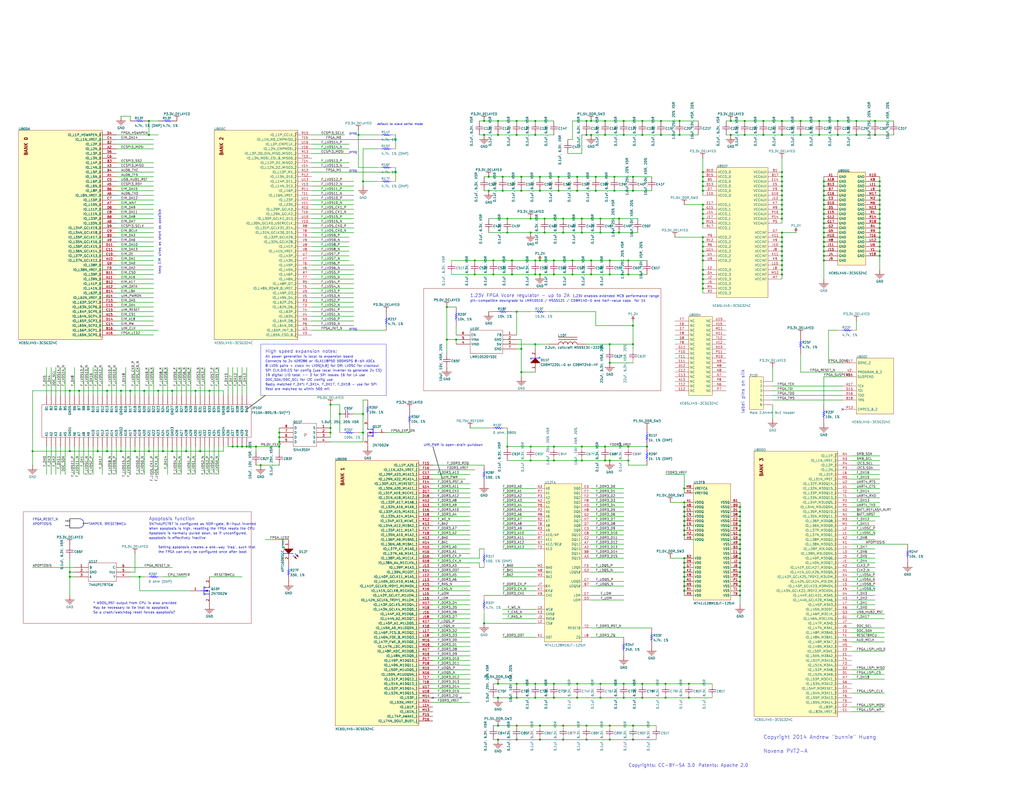
<source format=kicad_sch>
(kicad_sch (version 20230121) (generator eeschema)
  (paper "C")
  (junction (at 198.12 236.22))
  (junction (at 271.78 66.04))
  (junction (at 215.9 76.2))
  (junction (at 276.86 119.38))
  (junction (at 480.06 137.16))
  (junction (at 373.38 284.48))
  (junction (at 373.38 309.88))
  (junction (at 340.36 66.04))
  (junction (at 320.04 73.66))
  (junction (at 337.82 127))
  (junction (at 350.52 66.04))
  (junction (at 373.38 322.58))
  (junction (at 66.04 246.38))
  (junction (at 259.08 142.24))
  (junction (at 480.06 106.68))
  (junction (at 302.26 373.38))
  (junction (at 350.52 73.66))
  (junction (at 294.64 142.24))
  (junction (at 403.86 304.8))
  (junction (at 139.7 243.84))
  (junction (at 335.28 104.14))
  (junction (at 403.86 284.48))
  (junction (at 373.38 266.7))
  (junction (at 307.34 396.24))
  (junction (at 294.64 396.24))
  (junction (at 292.1 66.04))
  (junction (at 426.72 96.52))
  (junction (at 58.42 246.38))
  (junction (at 480.06 111.76))
  (junction (at 38.1 246.38))
  (junction (at 292.1 142.24))
  (junction (at 345.44 104.14))
  (junction (at 78.74 213.36))
  (junction (at 426.72 144.78))
  (junction (at 322.58 142.24))
  (junction (at 426.72 114.3))
  (junction (at 403.86 322.58))
  (junction (at 330.2 73.66))
  (junction (at 142.24 254))
  (junction (at 93.98 246.38))
  (junction (at 449.58 127))
  (junction (at 449.58 114.3))
  (junction (at 38.1 314.96))
  (junction (at 332.74 251.46))
  (junction (at 383.54 137.16))
  (junction (at 373.38 274.32))
  (junction (at 373.38 281.94))
  (junction (at 383.54 119.38))
  (junction (at 436.88 73.66))
  (junction (at 383.54 142.24))
  (junction (at 134.62 243.84))
  (junction (at 449.58 121.92))
  (junction (at 375.92 373.38))
  (junction (at 332.74 396.24))
  (junction (at 480.06 124.46))
  (junction (at 449.58 137.16))
  (junction (at 271.78 381))
  (junction (at 73.66 246.38))
  (junction (at 271.78 403.86))
  (junction (at 284.48 104.14))
  (junction (at 314.96 104.14))
  (junction (at 322.58 149.86))
  (junction (at 281.94 170.18))
  (junction (at 360.68 66.04))
  (junction (at 383.54 139.7))
  (junction (at 403.86 307.34))
  (junction (at 317.5 243.84))
  (junction (at 279.4 149.86))
  (junction (at 342.9 243.84))
  (junction (at 180.34 233.68))
  (junction (at 449.58 101.6))
  (junction (at 480.06 121.92))
  (junction (at 289.56 251.46))
  (junction (at 383.54 154.94))
  (junction (at 289.56 119.38))
  (junction (at 276.86 243.84))
  (junction (at 383.54 101.6))
  (junction (at 383.54 96.52))
  (junction (at 383.54 149.86))
  (junction (at 383.54 129.54))
  (junction (at 198.12 226.06))
  (junction (at 274.32 104.14))
  (junction (at 307.34 403.86))
  (junction (at 480.06 116.84))
  (junction (at 480.06 104.14))
  (junction (at 426.72 73.66))
  (junction (at 320.04 66.04))
  (junction (at 345.44 187.96))
  (junction (at 403.86 312.42))
  (junction (at 480.06 101.6))
  (junction (at 281.94 66.04))
  (junction (at 320.04 403.86))
  (junction (at 38.1 213.36))
  (junction (at 449.58 134.62))
  (junction (at 302.26 251.46))
  (junction (at 320.04 396.24))
  (junction (at 152.4 236.22))
  (junction (at 373.38 312.42))
  (junction (at 76.2 314.96))
  (junction (at 480.06 129.54))
  (junction (at 345.44 177.8))
  (junction (at 383.54 104.14))
  (junction (at 480.06 127))
  (junction (at 86.36 213.36))
  (junction (at 266.7 96.52))
  (junction (at 292.1 187.96))
  (junction (at 373.38 307.34))
  (junction (at 180.34 220.98))
  (junction (at 243.84 167.64))
  (junction (at 327.66 381))
  (junction (at 294.64 403.86))
  (junction (at 480.06 99.06))
  (junction (at 66.04 213.36))
  (junction (at 403.86 302.26))
  (junction (at 350.52 381))
  (junction (at 403.86 325.12))
  (junction (at 101.6 246.38))
  (junction (at 322.58 66.04))
  (junction (at 266.7 104.14))
  (junction (at 322.58 73.66))
  (junction (at 332.74 142.24))
  (junction (at 426.72 93.98))
  (junction (at 294.64 149.86))
  (junction (at 449.58 142.24))
  (junction (at 457.2 66.04))
  (junction (at 127 243.84))
  (junction (at 373.38 279.4))
  (junction (at 373.38 287.02))
  (junction (at 383.54 152.4))
  (junction (at 477.52 66.04))
  (junction (at 332.74 403.86))
  (junction (at 403.86 294.64))
  (junction (at 53.34 246.38))
  (junction (at 327.66 119.38))
  (junction (at 340.36 373.38))
  (junction (at 426.72 66.04))
  (junction (at 317.5 251.46))
  (junction (at 403.86 320.04))
  (junction (at 426.72 134.62))
  (junction (at 302.26 149.86))
  (junction (at 426.72 101.6))
  (junction (at 447.04 66.04))
  (junction (at 426.72 149.86))
  (junction (at 403.86 317.5))
  (junction (at 81.28 66.04))
  (junction (at 307.34 127))
  (junction (at 271.78 73.66))
  (junction (at 292.1 381))
  (junction (at 403.86 281.94))
  (junction (at 350.52 373.38))
  (junction (at 269.24 142.24))
  (junction (at 180.34 236.22))
  (junction (at 449.58 139.7))
  (junction (at 383.54 132.08))
  (junction (at 373.38 304.8))
  (junction (at 335.28 96.52))
  (junction (at 289.56 243.84))
  (junction (at 403.86 297.18))
  (junction (at 114.3 213.36))
  (junction (at 312.42 142.24))
  (junction (at 281.94 403.86))
  (junction (at 449.58 111.76))
  (junction (at 330.2 251.46))
  (junction (at 426.72 147.32))
  (junction (at 342.9 149.86))
  (junction (at 294.64 96.52))
  (junction (at 363.22 381))
  (junction (at 302.26 243.84))
  (junction (at 71.12 213.36))
  (junction (at 304.8 104.14))
  (junction (at 304.8 96.52))
  (junction (at 403.86 314.96))
  (junction (at 342.9 142.24))
  (junction (at 383.54 99.06))
  (junction (at 317.5 119.38))
  (junction (at 383.54 114.3))
  (junction (at 297.18 119.38))
  (junction (at 480.06 119.38))
  (junction (at 383.54 111.76))
  (junction (at 383.54 157.48))
  (junction (at 436.88 66.04))
  (junction (at 360.68 73.66))
  (junction (at 363.22 373.38))
  (junction (at 325.12 104.14))
  (junction (at 345.44 96.52))
  (junction (at 403.86 289.56))
  (junction (at 337.82 119.38))
  (junction (at 264.16 66.04))
  (junction (at 370.84 73.66))
  (junction (at 373.38 314.96))
  (junction (at 426.72 137.16))
  (junction (at 449.58 104.14))
  (junction (at 426.72 139.7))
  (junction (at 281.94 73.66))
  (junction (at 312.42 149.86))
  (junction (at 152.4 238.76))
  (junction (at 383.54 147.32))
  (junction (at 88.9 246.38))
  (junction (at 243.84 185.42))
  (junction (at 406.4 66.04))
  (junction (at 264.16 73.66))
  (junction (at 58.42 213.36))
  (junction (at 271.78 396.24))
  (junction (at 383.54 121.92))
  (junction (at 132.08 243.84))
  (junction (at 274.32 96.52))
  (junction (at 449.58 132.08))
  (junction (at 373.38 289.56))
  (junction (at 330.2 66.04))
  (junction (at 332.74 187.96))
  (junction (at 403.86 292.1))
  (junction (at 340.36 381))
  (junction (at 426.72 99.06))
  (junction (at 340.36 73.66))
  (junction (at 383.54 116.84))
  (junction (at 449.58 106.68))
  (junction (at 294.64 104.14))
  (junction (at 467.36 73.66))
  (junction (at 327.66 373.38))
  (junction (at 292.1 73.66))
  (junction (at 93.98 213.36))
  (junction (at 325.12 96.52))
  (junction (at 342.9 251.46))
  (junction (at 403.86 279.4))
  (junction (at 152.4 241.3))
  (junction (at 480.06 114.3))
  (junction (at 43.18 213.36))
  (junction (at 426.72 127))
  (junction (at 284.48 96.52))
  (junction (at 426.72 104.14))
  (junction (at 373.38 276.86))
  (junction (at 269.24 149.86))
  (junction (at 279.4 142.24))
  (junction (at 403.86 299.72))
  (junction (at 198.12 99.06))
  (junction (at 480.06 109.22))
  (junction (at 403.86 309.88))
  (junction (at 370.84 66.04))
  (junction (at 281.94 373.38))
  (junction (at 426.72 106.68))
  (junction (at 449.58 129.54))
  (junction (at 477.52 73.66))
  (junction (at 276.86 127))
  (junction (at 38.1 312.42))
  (junction (at 284.48 203.2))
  (junction (at 375.92 381))
  (junction (at 271.78 373.38))
  (junction (at 373.38 320.04))
  (junction (at 373.38 292.1))
  (junction (at 307.34 119.38))
  (junction (at 292.1 149.86))
  (junction (at 403.86 276.86))
  (junction (at 426.72 109.22))
  (junction (at 109.22 246.38))
  (junction (at 416.56 66.04))
  (junction (at 447.04 73.66))
  (junction (at 345.44 403.86))
  (junction (at 449.58 99.06))
  (junction (at 403.86 287.02))
  (junction (at 264.16 340.36))
  (junction (at 480.06 139.7))
  (junction (at 314.96 373.38))
  (junction (at 129.54 243.84))
  (junction (at 215.9 93.98))
  (junction (at 480.06 134.62))
  (junction (at 449.58 109.22))
  (junction (at 289.56 127))
  (junction (at 467.36 66.04))
  (junction (at 398.78 73.66))
  (junction (at 332.74 198.12))
  (junction (at 398.78 66.04))
  (junction (at 317.5 127))
  (junction (at 449.58 124.46))
  (junction (at 449.58 116.84))
  (junction (at 152.4 243.84))
  (junction (at 426.72 111.76))
  (junction (at 449.58 119.38))
  (junction (at 297.18 127))
  (junction (at 281.94 396.24))
  (junction (at 406.4 73.66))
  (junction (at 281.94 381))
  (junction (at 373.38 317.5))
  (junction (at 81.28 73.66))
  (junction (at 106.68 213.36))
  (junction (at 426.72 142.24))
  (junction (at 327.66 127))
  (junction (at 345.44 396.24))
  (junction (at 314.96 96.52))
  (junction (at 330.2 243.84))
  (junction (at 284.48 190.5))
  (junction (at 17.78 246.38))
  (junction (at 302.26 381))
  (junction (at 292.1 373.38))
  (junction (at 426.72 119.38))
  (junction (at 185.42 226.06))
  (junction (at 248.92 185.42))
  (junction (at 314.96 381))
  (junction (at 383.54 134.62))
  (junction (at 480.06 132.08))
  (junction (at 302.26 142.24))
  (junction (at 426.72 129.54))
  (junction (at 353.06 243.84))
  (junction (at 426.72 116.84))
  (junction (at 81.28 246.38))
  (junction (at 383.54 93.98))
  (junction (at 457.2 73.66))
  (junction (at 332.74 149.86))
  (junction (at 259.08 149.86))
  (junction (at 426.72 132.08))
  (junction (at 416.56 73.66))
  (junction (at 195.58 73.66))
  (no_connect (at 251.46 381))
  (no_connect (at 459.74 223.52))
  (no_connect (at 236.22 381))
  (wire (pts (xy 236.22 261.62) (xy 254 261.62)) (stroke (width 0.254)))
  (wire (pts (xy 88.9 243.84) (xy 88.9 246.38)) (stroke (width 0.254)))
  (wire (pts (xy 63.5 116.84) (xy 83.82 116.84)) (stroke (width 0.254)))
  (wire (pts (xy 81.28 215.9) (xy 81.28 200.66)) (stroke (width 0.254)))
  (wire (pts (xy 426.72 139.7) (xy 426.72 142.24)) (stroke (width 0.254)))
  (wire (pts (xy 53.34 215.9) (xy 53.34 200.66)) (stroke (width 0.254)))
  (wire (pts (xy 292.1 287.02) (xy 274.32 287.02)) (stroke (width 0.254)))
  (wire (pts (xy 325.12 177.8) (xy 345.44 177.8)) (stroke (width 0.254)))
  (wire (pts (xy 256.54 345.44) (xy 236.22 345.44)) (stroke (width 0.254)))
  (wire (pts (xy 314.96 373.38) (xy 302.26 373.38)) (stroke (width 0.254)))
  (wire (pts (xy 449.58 127) (xy 449.58 129.54)) (stroke (width 0.254)))
  (wire (pts (xy 403.86 314.96) (xy 403.86 317.5)) (stroke (width 0.254)))
  (wire (pts (xy 358.14 403.86) (xy 345.44 403.86)) (stroke (width 0.254)))
  (wire (pts (xy 383.54 139.7) (xy 383.54 142.24)) (stroke (width 0.254)))
  (wire (pts (xy 464.82 325.12) (xy 477.52 325.12)) (stroke (width 0.254)))
  (wire (pts (xy 198.12 99.06) (xy 198.12 101.6)) (stroke (width 0.254)))
  (wire (pts (xy 464.82 294.64) (xy 477.52 294.64)) (stroke (width 0.254)))
  (wire (pts (xy 383.54 154.94) (xy 383.54 157.48)) (stroke (width 0.254)))
  (wire (pts (xy 332.74 149.86) (xy 342.9 149.86)) (stroke (width 0.254)))
  (wire (pts (xy 340.36 327.66) (xy 322.58 327.66)) (stroke (width 0.254)))
  (wire (pts (xy 170.18 88.9) (xy 190.5 88.9)) (stroke (width 0.254)))
  (wire (pts (xy 111.76 259.08) (xy 111.76 243.84)) (stroke (width 0.254)))
  (wire (pts (xy 63.5 162.56) (xy 83.82 162.56)) (stroke (width 0.254)))
  (wire (pts (xy 467.36 66.04) (xy 457.2 66.04)) (stroke (width 0.254)))
  (wire (pts (xy 63.5 177.8) (xy 83.82 177.8)) (stroke (width 0.254)))
  (wire (pts (xy 436.88 73.66) (xy 447.04 73.66)) (stroke (width 0.254)))
  (wire (pts (xy 63.5 144.78) (xy 83.82 144.78)) (stroke (width 0.254)))
  (wire (pts (xy 337.82 119.38) (xy 347.98 119.38)) (stroke (width 0.254)))
  (wire (pts (xy 464.82 266.7) (xy 480.06 266.7)) (stroke (width 0.254)))
  (wire (pts (xy 464.82 350.52) (xy 482.6 350.52)) (stroke (width 0.254)))
  (wire (pts (xy 302.26 73.66) (xy 292.1 73.66)) (stroke (width 0.254)))
  (wire (pts (xy 464.82 251.46) (xy 480.06 251.46)) (stroke (width 0.254)))
  (wire (pts (xy 449.58 139.7) (xy 449.58 142.24)) (stroke (width 0.254)))
  (wire (pts (xy 269.24 149.86) (xy 279.4 149.86)) (stroke (width 0.254)))
  (wire (pts (xy 342.9 142.24) (xy 332.74 142.24)) (stroke (width 0.254)))
  (wire (pts (xy 299.72 187.96) (xy 292.1 187.96)) (stroke (width 0.254)))
  (wire (pts (xy 73.66 312.42) (xy 73.66 302.26)) (stroke (width 0.254)))
  (wire (pts (xy 327.66 373.38) (xy 314.96 373.38)) (stroke (width 0.254)))
  (wire (pts (xy 63.5 152.4) (xy 83.82 152.4)) (stroke (width 0.254)))
  (wire (pts (xy 30.48 215.9) (xy 30.48 200.66)) (stroke (width 0.254)))
  (wire (pts (xy 63.5 154.94) (xy 83.82 154.94)) (stroke (width 0.254)))
  (wire (pts (xy 170.18 157.48) (xy 193.04 157.48)) (stroke (width 0.254)))
  (wire (pts (xy 322.58 73.66) (xy 320.04 73.66)) (stroke (width 0.254)))
  (wire (pts (xy 101.6 246.38) (xy 93.98 246.38)) (stroke (width 0.254)))
  (wire (pts (xy 96.52 215.9) (xy 96.52 200.66)) (stroke (width 0.254)))
  (wire (pts (xy 426.72 127) (xy 426.72 129.54)) (stroke (width 0.254)))
  (wire (pts (xy 81.28 73.66) (xy 86.36 73.66)) (stroke (width 0.254)))
  (wire (pts (xy 281.94 190.5) (xy 284.48 190.5)) (stroke (width 0.254)))
  (wire (pts (xy 106.68 213.36) (xy 93.98 213.36)) (stroke (width 0.254)))
  (wire (pts (xy 449.58 121.92) (xy 449.58 124.46)) (stroke (width 0.254)))
  (wire (pts (xy 464.82 309.88) (xy 477.52 309.88)) (stroke (width 0.254)))
  (wire (pts (xy 91.44 215.9) (xy 91.44 200.66)) (stroke (width 0.254)))
  (wire (pts (xy 96.52 259.08) (xy 96.52 243.84)) (stroke (width 0.254)))
  (wire (pts (xy 416.56 66.04) (xy 406.4 66.04)) (stroke (width 0.254)))
  (wire (pts (xy 73.66 246.38) (xy 66.04 246.38)) (stroke (width 0.254)))
  (wire (pts (xy 360.68 66.04) (xy 370.84 66.04)) (stroke (width 0.254)))
  (wire (pts (xy 459.74 218.44) (xy 421.64 218.44)) (stroke (width 0.254)))
  (wire (pts (xy 426.72 106.68) (xy 426.72 104.14)) (stroke (width 0.254)))
  (wire (pts (xy 152.4 241.3) (xy 152.4 238.76)) (stroke (width 0.254)))
  (wire (pts (xy 292.1 297.18) (xy 274.32 297.18)) (stroke (width 0.254)))
  (wire (pts (xy 256.54 292.1) (xy 236.22 292.1)) (stroke (width 0.254)))
  (wire (pts (xy 467.36 73.66) (xy 477.52 73.66)) (stroke (width 0.254)))
  (wire (pts (xy 236.22 337.82) (xy 256.54 337.82)) (stroke (width 0.254)))
  (wire (pts (xy 464.82 314.96) (xy 477.52 314.96)) (stroke (width 0.254)))
  (wire (pts (xy 449.58 142.24) (xy 449.58 152.4)) (stroke (width 0.254)))
  (wire (pts (xy 294.64 96.52) (xy 284.48 96.52)) (stroke (width 0.254)))
  (wire (pts (xy 170.18 109.22) (xy 193.04 109.22)) (stroke (width 0.254)))
  (wire (pts (xy 398.78 73.66) (xy 406.4 73.66)) (stroke (width 0.254)))
  (wire (pts (xy 322.58 271.78) (xy 340.36 271.78)) (stroke (width 0.254)))
  (wire (pts (xy 383.54 142.24) (xy 383.54 147.32)) (stroke (width 0.254)))
  (wire (pts (xy 464.82 254) (xy 480.06 254)) (stroke (width 0.254)))
  (wire (pts (xy 345.44 96.52) (xy 335.28 96.52)) (stroke (width 0.254)))
  (wire (pts (xy 71.12 312.42) (xy 73.66 312.42)) (stroke (width 0.254)))
  (wire (pts (xy 342.9 149.86) (xy 353.06 149.86)) (stroke (width 0.254)))
  (wire (pts (xy 58.42 215.9) (xy 58.42 213.36)) (stroke (width 0.254)))
  (wire (pts (xy 403.86 299.72) (xy 403.86 302.26)) (stroke (width 0.254)))
  (wire (pts (xy 271.78 396.24) (xy 281.94 396.24)) (stroke (width 0.254)))
  (wire (pts (xy 236.22 254) (xy 264.16 254)) (stroke (width 0.254)))
  (wire (pts (xy 170.18 134.62) (xy 190.5 134.62)) (stroke (width 0.254)))
  (wire (pts (xy 388.62 373.38) (xy 375.92 373.38)) (stroke (width 0.254)))
  (wire (pts (xy 276.86 127) (xy 289.56 127)) (stroke (width 0.254)))
  (wire (pts (xy 292.1 381) (xy 281.94 381)) (stroke (width 0.254)))
  (wire (pts (xy 317.5 83.82) (xy 309.88 83.82)) (stroke (width 0.254)))
  (wire (pts (xy 17.78 246.38) (xy 17.78 254)) (stroke (width 0.254)))
  (wire (pts (xy 121.92 213.36) (xy 114.3 213.36)) (stroke (width 0.254)))
  (wire (pts (xy 152.4 243.84) (xy 152.4 241.3)) (stroke (width 0.254)))
  (wire (pts (xy 198.12 81.28) (xy 198.12 99.06)) (stroke (width 0.254)))
  (wire (pts (xy 330.2 251.46) (xy 317.5 251.46)) (stroke (width 0.254)))
  (wire (pts (xy 370.84 73.66) (xy 360.68 73.66)) (stroke (width 0.254)))
  (wire (pts (xy 48.26 259.08) (xy 48.26 243.84)) (stroke (width 0.254)))
  (wire (pts (xy 205.74 81.28) (xy 198.12 81.28)) (stroke (width 0.254)))
  (wire (pts (xy 322.58 297.18) (xy 340.36 297.18)) (stroke (width 0.254)))
  (wire (pts (xy 416.56 73.66) (xy 426.72 73.66)) (stroke (width 0.254)))
  (wire (pts (xy 170.18 180.34) (xy 210.82 180.34)) (stroke (width 0.254)))
  (wire (pts (xy 383.54 119.38) (xy 383.54 116.84)) (stroke (width 0.254)))
  (wire (pts (xy 345.44 187.96) (xy 332.74 187.96)) (stroke (width 0.254)))
  (wire (pts (xy 292.1 347.98) (xy 274.32 347.98)) (stroke (width 0.254)))
  (wire (pts (xy 292.1 292.1) (xy 274.32 292.1)) (stroke (width 0.254)))
  (wire (pts (xy 383.54 137.16) (xy 383.54 139.7)) (stroke (width 0.254)))
  (wire (pts (xy 426.72 114.3) (xy 426.72 111.76)) (stroke (width 0.254)))
  (wire (pts (xy 35.56 215.9) (xy 35.56 200.66)) (stroke (width 0.254)))
  (wire (pts (xy 274.32 284.48) (xy 292.1 284.48)) (stroke (width 0.254)))
  (wire (pts (xy 320.04 73.66) (xy 317.5 73.66)) (stroke (width 0.254)))
  (wire (pts (xy 271.78 73.66) (xy 264.16 73.66)) (stroke (width 0.254)))
  (wire (pts (xy 58.42 246.38) (xy 53.34 246.38)) (stroke (width 0.254)))
  (wire (pts (xy 373.38 314.96) (xy 373.38 312.42)) (stroke (width 0.254)))
  (wire (pts (xy 464.82 370.84) (xy 482.6 370.84)) (stroke (width 0.254)))
  (wire (pts (xy 327.66 119.38) (xy 337.82 119.38)) (stroke (width 0.254)))
  (wire (pts (xy 464.82 378.46) (xy 482.6 378.46)) (stroke (width 0.254)))
  (wire (pts (xy 449.58 109.22) (xy 449.58 111.76)) (stroke (width 0.254)))
  (wire (pts (xy 142.24 254) (xy 152.4 254)) (stroke (width 0.254)))
  (wire (pts (xy 248.92 185.42) (xy 243.84 185.42)) (stroke (width 0.254)))
  (wire (pts (xy 43.18 215.9) (xy 43.18 213.36)) (stroke (width 0.254)))
  (wire (pts (xy 236.22 363.22) (xy 256.54 363.22)) (stroke (width 0.254)))
  (wire (pts (xy 312.42 142.24) (xy 302.26 142.24)) (stroke (width 0.254)))
  (wire (pts (xy 180.34 236.22) (xy 180.34 238.76)) (stroke (width 0.254)))
  (wire (pts (xy 320.04 66.04) (xy 322.58 66.04)) (stroke (width 0.254)))
  (wire (pts (xy 292.1 203.2) (xy 284.48 203.2)) (stroke (width 0.254)))
  (wire (pts (xy 426.72 137.16) (xy 426.72 139.7)) (stroke (width 0.254)))
  (wire (pts (xy 373.38 287.02) (xy 373.38 284.48)) (stroke (width 0.254)))
  (wire (pts (xy 236.22 304.8) (xy 261.62 304.8)) (stroke (width 0.254)))
  (wire (pts (xy 464.82 365.76) (xy 482.6 365.76)) (stroke (width 0.254)))
  (wire (pts (xy 449.58 111.76) (xy 449.58 114.3)) (stroke (width 0.254)))
  (wire (pts (xy 38.1 246.38) (xy 38.1 243.84)) (stroke (width 0.254)))
  (wire (pts (xy 464.82 281.94) (xy 480.06 281.94)) (stroke (width 0.254)))
  (wire (pts (xy 129.54 200.66) (xy 129.54 215.9)) (stroke (width 0.254)))
  (wire (pts (xy 101.6 243.84) (xy 101.6 246.38)) (stroke (width 0.254)))
  (wire (pts (xy 68.58 215.9) (xy 68.58 200.66)) (stroke (width 0.254)))
  (wire (pts (xy 63.5 182.88) (xy 83.82 182.88)) (stroke (width 0.254)))
  (wire (pts (xy 322.58 142.24) (xy 312.42 142.24)) (stroke (width 0.254)))
  (wire (pts (xy 480.06 132.08) (xy 480.06 134.62)) (stroke (width 0.254)))
  (wire (pts (xy 66.04 213.36) (xy 58.42 213.36)) (stroke (width 0.254)))
  (wire (pts (xy 350.52 66.04) (xy 360.68 66.04)) (stroke (width 0.254)))
  (wire (pts (xy 294.64 149.86) (xy 302.26 149.86)) (stroke (width 0.254)))
  (wire (pts (xy 480.06 101.6) (xy 480.06 104.14)) (stroke (width 0.254)))
  (wire (pts (xy 236.22 383.54) (xy 256.54 383.54)) (stroke (width 0.254)))
  (wire (pts (xy 63.5 167.64) (xy 83.82 167.64)) (stroke (width 0.254)))
  (wire (pts (xy 383.54 157.48) (xy 383.54 160.02)) (stroke (width 0.254)))
  (wire (pts (xy 480.06 104.14) (xy 480.06 106.68)) (stroke (width 0.254)))
  (wire (pts (xy 243.84 167.64) (xy 248.92 167.64)) (stroke (width 0.254)))
  (wire (pts (xy 426.72 73.66) (xy 436.88 73.66)) (stroke (width 0.254)))
  (wire (pts (xy 17.78 309.88) (xy 40.64 309.88)) (stroke (width 0.254)))
  (wire (pts (xy 55.88 215.9) (xy 55.88 200.66)) (stroke (width 0.254)))
  (wire (pts (xy 322.58 149.86) (xy 332.74 149.86)) (stroke (width 0.254)))
  (wire (pts (xy 93.98 213.36) (xy 86.36 213.36)) (stroke (width 0.254)))
  (wire (pts (xy 373.38 279.4) (xy 373.38 276.86)) (stroke (width 0.254)))
  (wire (pts (xy 274.32 279.4) (xy 292.1 279.4)) (stroke (width 0.254)))
  (wire (pts (xy 340.36 294.64) (xy 322.58 294.64)) (stroke (width 0.254)))
  (wire (pts (xy 464.82 347.98) (xy 482.6 347.98)) (stroke (width 0.254)))
  (wire (pts (xy 101.6 215.9) (xy 101.6 200.66)) (stroke (width 0.254)))
  (wire (pts (xy 116.84 215.9) (xy 116.84 200.66)) (stroke (width 0.254)))
  (wire (pts (xy 340.36 373.38) (xy 327.66 373.38)) (stroke (width 0.254)))
  (wire (pts (xy 63.5 180.34) (xy 86.36 180.34)) (stroke (width 0.254)))
  (wire (pts (xy 304.8 96.52) (xy 294.64 96.52)) (stroke (width 0.254)))
  (wire (pts (xy 248.92 182.88) (xy 248.92 177.8)) (stroke (width 0.254)))
  (wire (pts (xy 426.72 109.22) (xy 426.72 106.68)) (stroke (width 0.254)))
  (wire (pts (xy 71.12 63.5) (xy 71.12 66.04)) (stroke (width 0.254)))
  (wire (pts (xy 426.72 142.24) (xy 426.72 144.78)) (stroke (width 0.254)))
  (wire (pts (xy 403.86 274.32) (xy 403.86 276.86)) (stroke (width 0.254)))
  (wire (pts (xy 480.06 139.7) (xy 480.06 147.32)) (stroke (width 0.254)))
  (wire (pts (xy 50.8 215.9) (xy 50.8 200.66)) (stroke (width 0.254)))
  (wire (pts (xy 53.34 243.84) (xy 53.34 246.38)) (stroke (width 0.254)))
  (wire (pts (xy 464.82 312.42) (xy 477.52 312.42)) (stroke (width 0.254)))
  (wire (pts (xy 477.52 73.66) (xy 487.68 73.66)) (stroke (width 0.254)))
  (wire (pts (xy 256.54 370.84) (xy 236.22 370.84)) (stroke (width 0.254)))
  (wire (pts (xy 170.18 127) (xy 193.04 127)) (stroke (width 0.254)))
  (wire (pts (xy 256.54 294.64) (xy 236.22 294.64)) (stroke (width 0.254)))
  (wire (pts (xy 373.38 259.08) (xy 363.22 259.08)) (stroke (width 0.254)))
  (wire (pts (xy 403.86 297.18) (xy 403.86 299.72)) (stroke (width 0.254)))
  (wire (pts (xy 340.36 289.56) (xy 322.58 289.56)) (stroke (width 0.254)))
  (wire (pts (xy 170.18 81.28) (xy 190.5 81.28)) (stroke (width 0.254)))
  (wire (pts (xy 266.7 104.14) (xy 274.32 104.14)) (stroke (width 0.254)))
  (wire (pts (xy 271.78 66.04) (xy 281.94 66.04)) (stroke (width 0.254)))
  (wire (pts (xy 274.32 312.42) (xy 292.1 312.42)) (stroke (width 0.254)))
  (wire (pts (xy 464.82 264.16) (xy 480.06 264.16)) (stroke (width 0.254)))
  (wire (pts (xy 449.58 119.38) (xy 449.58 121.92)) (stroke (width 0.254)))
  (wire (pts (xy 281.94 381) (xy 271.78 381)) (stroke (width 0.254)))
  (wire (pts (xy 312.42 76.2) (xy 312.42 66.04)) (stroke (width 0.254)))
  (wire (pts (xy 426.72 129.54) (xy 426.72 132.08)) (stroke (width 0.254)))
  (wire (pts (xy 48.26 215.9) (xy 48.26 200.66)) (stroke (width 0.254)))
  (wire (pts (xy 449.58 116.84) (xy 449.58 119.38)) (stroke (width 0.254)))
  (wire (pts (xy 464.82 320.04) (xy 477.52 320.04)) (stroke (width 0.254)))
  (wire (pts (xy 464.82 292.1) (xy 477.52 292.1)) (stroke (width 0.254)))
  (wire (pts (xy 383.54 93.98) (xy 383.54 86.36)) (stroke (width 0.254)))
  (wire (pts (xy 464.82 276.86) (xy 480.06 276.86)) (stroke (width 0.254)))
  (wire (pts (xy 45.72 215.9) (xy 45.72 200.66)) (stroke (width 0.254)))
  (wire (pts (xy 294.64 396.24) (xy 307.34 396.24)) (stroke (width 0.254)))
  (wire (pts (xy 464.82 345.44) (xy 482.6 345.44)) (stroke (width 0.254)))
  (wire (pts (xy 274.32 294.64) (xy 292.1 294.64)) (stroke (width 0.254)))
  (wire (pts (xy 426.72 119.38) (xy 426.72 116.84)) (stroke (width 0.254)))
  (wire (pts (xy 78.74 215.9) (xy 78.74 213.36)) (stroke (width 0.254)))
  (wire (pts (xy 63.5 88.9) (xy 83.82 88.9)) (stroke (width 0.254)))
  (wire (pts (xy 236.22 256.54) (xy 259.08 256.54)) (stroke (width 0.254)))
  (wire (pts (xy 81.28 243.84) (xy 81.28 246.38)) (stroke (width 0.254)))
  (wire (pts (xy 403.86 320.04) (xy 403.86 322.58)) (stroke (width 0.254)))
  (wire (pts (xy 403.86 322.58) (xy 403.86 325.12)) (stroke (width 0.254)))
  (wire (pts (xy 383.54 134.62) (xy 383.54 137.16)) (stroke (width 0.254)))
  (wire (pts (xy 403.86 309.88) (xy 403.86 312.42)) (stroke (width 0.254)))
  (wire (pts (xy 373.38 284.48) (xy 373.38 281.94)) (stroke (width 0.254)))
  (wire (pts (xy 480.06 134.62) (xy 480.06 137.16)) (stroke (width 0.254)))
  (wire (pts (xy 170.18 167.64) (xy 193.04 167.64)) (stroke (width 0.254)))
  (wire (pts (xy 317.5 127) (xy 327.66 127)) (stroke (width 0.254)))
  (wire (pts (xy 53.34 246.38) (xy 38.1 246.38)) (stroke (width 0.254)))
  (wire (pts (xy 193.04 226.06) (xy 198.12 226.06)) (stroke (width 0.254)))
  (wire (pts (xy 426.72 116.84) (xy 426.72 114.3)) (stroke (width 0.254)))
  (wire (pts (xy 63.5 111.76) (xy 83.82 111.76)) (stroke (width 0.254)))
  (wire (pts (xy 256.54 281.94) (xy 236.22 281.94)) (stroke (width 0.254)))
  (wire (pts (xy 264.16 73.66) (xy 261.62 73.66)) (stroke (width 0.254)))
  (wire (pts (xy 322.58 325.12) (xy 340.36 325.12)) (stroke (width 0.254)))
  (wire (pts (xy 383.54 132.08) (xy 383.54 134.62)) (stroke (width 0.254)))
  (wire (pts (xy 464.82 297.18) (xy 495.3 297.18)) (stroke (width 0.254)))
  (wire (pts (xy 180.34 233.68) (xy 180.34 236.22)) (stroke (width 0.254)))
  (wire (pts (xy 307.34 119.38) (xy 317.5 119.38)) (stroke (width 0.254)))
  (wire (pts (xy 426.72 111.76) (xy 426.72 109.22)) (stroke (width 0.254)))
  (wire (pts (xy 264.16 66.04) (xy 271.78 66.04)) (stroke (width 0.254)))
  (wire (pts (xy 292.1 149.86) (xy 294.64 149.86)) (stroke (width 0.254)))
  (wire (pts (xy 292.1 373.38) (xy 281.94 373.38)) (stroke (width 0.254)))
  (wire (pts (xy 45.72 243.84) (xy 45.72 259.08)) (stroke (width 0.254)))
  (wire (pts (xy 71.12 309.88) (xy 93.98 309.88)) (stroke (width 0.254)))
  (wire (pts (xy 134.62 243.84) (xy 139.7 243.84)) (stroke (width 0.254)))
  (wire (pts (xy 170.18 76.2) (xy 215.9 76.2)) (stroke (width 0.254)))
  (wire (pts (xy 480.06 111.76) (xy 480.06 114.3)) (stroke (width 0.254)))
  (wire (pts (xy 325.12 104.14) (xy 335.28 104.14)) (stroke (width 0.254)))
  (wire (pts (xy 449.58 101.6) (xy 449.58 104.14)) (stroke (width 0.254)))
  (wire (pts (xy 340.36 73.66) (xy 330.2 73.66)) (stroke (width 0.254)))
  (wire (pts (xy 436.88 66.04) (xy 426.72 66.04)) (stroke (width 0.254)))
  (wire (pts (xy 292.1 271.78) (xy 274.32 271.78)) (stroke (width 0.254)))
  (wire (pts (xy 353.06 142.24) (xy 342.9 142.24)) (stroke (width 0.254)))
  (wire (pts (xy 63.5 175.26) (xy 83.82 175.26)) (stroke (width 0.254)))
  (wire (pts (xy 104.14 322.58) (xy 76.2 322.58)) (stroke (width 0.254)))
  (wire (pts (xy 337.82 127) (xy 347.98 127)) (stroke (width 0.254)))
  (wire (pts (xy 170.18 137.16) (xy 190.5 137.16)) (stroke (width 0.254)))
  (wire (pts (xy 256.54 264.16) (xy 236.22 264.16)) (stroke (width 0.254)))
  (wire (pts (xy 76.2 259.08) (xy 76.2 243.84)) (stroke (width 0.254)))
  (wire (pts (xy 256.54 335.28) (xy 236.22 335.28)) (stroke (width 0.254)))
  (wire (pts (xy 63.5 134.62) (xy 83.82 134.62)) (stroke (width 0.254)))
  (wire (pts (xy 447.04 66.04) (xy 436.88 66.04)) (stroke (width 0.254)))
  (wire (pts (xy 449.58 104.14) (xy 449.58 106.68)) (stroke (width 0.254)))
  (wire (pts (xy 281.94 73.66) (xy 271.78 73.66)) (stroke (width 0.254)))
  (wire (pts (xy 63.5 170.18) (xy 83.82 170.18)) (stroke (width 0.254)))
  (wire (pts (xy 350.52 381) (xy 340.36 381)) (stroke (width 0.254)))
  (wire (pts (xy 134.62 200.66) (xy 134.62 215.9)) (stroke (width 0.254)))
  (wire (pts (xy 332.74 142.24) (xy 322.58 142.24)) (stroke (width 0.254)))
  (wire (pts (xy 381 73.66) (xy 370.84 73.66)) (stroke (width 0.254)))
  (wire (pts (xy 261.62 307.34) (xy 236.22 307.34)) (stroke (width 0.254)))
  (wire (pts (xy 373.38 312.42) (xy 373.38 309.88)) (stroke (width 0.254)))
  (wire (pts (xy 383.54 96.52) (xy 383.54 93.98)) (stroke (width 0.254)))
  (wire (pts (xy 314.96 104.14) (xy 325.12 104.14)) (stroke (width 0.254)))
  (wire (pts (xy 63.5 121.92) (xy 83.82 121.92)) (stroke (width 0.254)))
  (wire (pts (xy 464.82 302.26) (xy 477.52 302.26)) (stroke (width 0.254)))
  (wire (pts (xy 340.36 320.04) (xy 322.58 320.04)) (stroke (width 0.254)))
  (wire (pts (xy 264.16 104.14) (xy 266.7 104.14)) (stroke (width 0.254)))
  (wire (pts (xy 121.92 215.9) (xy 121.92 213.36)) (stroke (width 0.254)))
  (wire (pts (xy 317.5 243.84) (xy 330.2 243.84)) (stroke (width 0.254)))
  (wire (pts (xy 307.34 396.24) (xy 320.04 396.24)) (stroke (width 0.254)))
  (wire (pts (xy 345.44 396.24) (xy 358.14 396.24)) (stroke (width 0.254)))
  (wire (pts (xy 302.26 251.46) (xy 289.56 251.46)) (stroke (width 0.254)))
  (wire (pts (xy 292.1 320.04) (xy 274.32 320.04)) (stroke (width 0.254)))
  (wire (pts (xy 170.18 160.02) (xy 193.04 160.02)) (stroke (width 0.254)))
  (wire (pts (xy 322.58 276.86) (xy 340.36 276.86)) (stroke (width 0.254)))
  (wire (pts (xy 292.1 276.86) (xy 274.32 276.86)) (stroke (width 0.254)))
  (wire (pts (xy 274.32 322.58) (xy 292.1 322.58)) (stroke (width 0.254)))
  (wire (pts (xy 464.82 355.6) (xy 482.6 355.6)) (stroke (width 0.254)))
  (wire (pts (xy 170.18 152.4) (xy 193.04 152.4)) (stroke (width 0.254)))
  (wire (pts (xy 345.44 177.8) (xy 345.44 175.26)) (stroke (width 0.254)))
  (wire (pts (xy 464.82 304.8) (xy 477.52 304.8)) (stroke (width 0.254)))
  (wire (pts (xy 464.82 317.5) (xy 477.52 317.5)) (stroke (width 0.254)))
  (wire (pts (xy 464.82 271.78) (xy 480.06 271.78)) (stroke (width 0.254)))
  (wire (pts (xy 170.18 177.8) (xy 193.04 177.8)) (stroke (width 0.254)))
  (wire (pts (xy 340.36 284.48) (xy 322.58 284.48)) (stroke (width 0.254)))
  (wire (pts (xy 317.5 119.38) (xy 327.66 119.38)) (stroke (width 0.254)))
  (wire (pts (xy 73.66 243.84) (xy 73.66 246.38)) (stroke (width 0.254)))
  (wire (pts (xy 33.02 243.84) (xy 33.02 259.08)) (stroke (width 0.254)))
  (wire (pts (xy 302.26 149.86) (xy 312.42 149.86)) (stroke (width 0.254)))
  (wire (pts (xy 373.38 294.64) (xy 373.38 292.1)) (stroke (width 0.254)))
  (wire (pts (xy 170.18 83.82) (xy 190.5 83.82)) (stroke (width 0.254)))
  (wire (pts (xy 281.94 403.86) (xy 271.78 403.86)) (stroke (width 0.254)))
  (wire (pts (xy 99.06 215.9) (xy 99.06 200.66)) (stroke (width 0.254)))
  (wire (pts (xy 449.58 134.62) (xy 449.58 137.16)) (stroke (width 0.254)))
  (wire (pts (xy 383.54 104.14) (xy 383.54 101.6)) (stroke (width 0.254)))
  (wire (pts (xy 170.18 154.94) (xy 193.04 154.94)) (stroke (width 0.254)))
  (wire (pts (xy 274.32 332.74) (xy 292.1 332.74)) (stroke (width 0.254)))
  (wire (pts (xy 63.5 165.1) (xy 83.82 165.1)) (stroke (width 0.254)))
  (wire (pts (xy 421.64 220.98) (xy 421.64 228.6)) (stroke (width 0.254)))
  (wire (pts (xy 464.82 368.3) (xy 482.6 368.3)) (stroke (width 0.254)))
  (wire (pts (xy 236.22 375.92) (xy 256.54 375.92)) (stroke (width 0.254)))
  (wire (pts (xy 340.36 312.42) (xy 322.58 312.42)) (stroke (width 0.254)))
  (wire (pts (xy 236.22 378.46) (xy 256.54 378.46)) (stroke (width 0.254)))
  (wire (pts (xy 403.86 312.42) (xy 403.86 314.96)) (stroke (width 0.254)))
  (wire (pts (xy 345.44 104.14) (xy 355.6 104.14)) (stroke (width 0.254)))
  (wire (pts (xy 40.64 259.08) (xy 40.64 243.84)) (stroke (width 0.254)))
  (wire (pts (xy 281.94 182.88) (xy 281.94 170.18)) (stroke (width 0.254)))
  (wire (pts (xy 292.1 281.94) (xy 274.32 281.94)) (stroke (width 0.254)))
  (wire (pts (xy 302.26 243.84) (xy 317.5 243.84)) (stroke (width 0.254)))
  (wire (pts (xy 266.7 233.68) (xy 256.54 233.68)) (stroke (width 0.254)))
  (wire (pts (xy 170.18 99.06) (xy 193.04 99.06)) (stroke (width 0.254)))
  (wire (pts (xy 314.96 381) (xy 302.26 381)) (stroke (width 0.254)))
  (wire (pts (xy 170.18 170.18) (xy 193.04 170.18)) (stroke (width 0.254)))
  (wire (pts (xy 114.3 314.96) (xy 132.08 314.96)) (stroke (width 0.254)))
  (wire (pts (xy 93.98 246.38) (xy 88.9 246.38)) (stroke (width 0.254)))
  (wire (pts (xy 256.54 332.74) (xy 236.22 332.74)) (stroke (width 0.254)))
  (wire (pts (xy 256.54 353.06) (xy 236.22 353.06)) (stroke (width 0.254)))
  (wire (pts (xy 86.36 213.36) (xy 78.74 213.36)) (stroke (width 0.254)))
  (wire (pts (xy 340.36 299.72) (xy 322.58 299.72)) (stroke (width 0.254)))
  (wire (pts (xy 480.06 116.84) (xy 480.06 119.38)) (stroke (width 0.254)))
  (wire (pts (xy 383.54 116.84) (xy 383.54 114.3)) (stroke (width 0.254)))
  (wire (pts (xy 274.32 337.82) (xy 292.1 337.82)) (stroke (width 0.254)))
  (wire (pts (xy 464.82 256.54) (xy 480.06 256.54)) (stroke (width 0.254)))
  (wire (pts (xy 464.82 289.56) (xy 477.52 289.56)) (stroke (width 0.254)))
  (wire (pts (xy 71.12 213.36) (xy 66.04 213.36)) (stroke (width 0.254)))
  (wire (pts (xy 27.94 243.84) (xy 27.94 259.08)) (stroke (width 0.254)))
  (wire (pts (xy 373.38 307.34) (xy 373.38 304.8)) (stroke (width 0.254)))
  (wire (pts (xy 403.86 302.26) (xy 403.86 304.8)) (stroke (width 0.254)))
  (wire (pts (xy 350.52 73.66) (xy 340.36 73.66)) (stroke (width 0.254)))
  (wire (pts (xy 335.28 104.14) (xy 345.44 104.14)) (stroke (width 0.254)))
  (wire (pts (xy 457.2 73.66) (xy 467.36 73.66)) (stroke (width 0.254)))
  (wire (pts (xy 236.22 327.66) (xy 256.54 327.66)) (stroke (width 0.254)))
  (wire (pts (xy 370.84 66.04) (xy 381 66.04)) (stroke (width 0.254)))
  (wire (pts (xy 170.18 144.78) (xy 193.04 144.78)) (stroke (width 0.254)))
  (wire (pts (xy 38.1 215.9) (xy 38.1 213.36)) (stroke (width 0.254)))
  (wire (pts (xy 114.3 213.36) (xy 106.68 213.36)) (stroke (width 0.254)))
  (wire (pts (xy 342.9 254) (xy 353.06 254)) (stroke (width 0.254)))
  (wire (pts (xy 480.06 119.38) (xy 480.06 121.92)) (stroke (width 0.254)))
  (wire (pts (xy 322.58 302.26) (xy 340.36 302.26)) (stroke (width 0.254)))
  (wire (pts (xy 215.9 73.66) (xy 215.9 76.2)) (stroke (width 0.254)))
  (wire (pts (xy 119.38 243.84) (xy 119.38 259.08)) (stroke (width 0.254)))
  (wire (pts (xy 78.74 259.08) (xy 78.74 243.84)) (stroke (width 0.254)))
  (wire (pts (xy 480.06 99.06) (xy 480.06 101.6)) (stroke (width 0.254)))
  (wire (pts (xy 426.72 66.04) (xy 416.56 66.04)) (stroke (width 0.254)))
  (wire (pts (xy 223.52 236.22) (xy 223.52 233.68)) (stroke (width 0.254)))
  (wire (pts (xy 185.42 220.98) (xy 180.34 220.98)) (stroke (width 0.254)))
  (wire (pts (xy 198.12 226.06) (xy 198.12 236.22)) (stroke (width 0.254)))
  (wire (pts (xy 307.34 127) (xy 317.5 127)) (stroke (width 0.254)))
  (wire (pts (xy 119.38 215.9) (xy 119.38 200.66)) (stroke (width 0.254)))
  (wire (pts (xy 86.36 259.08) (xy 86.36 243.84)) (stroke (width 0.254)))
  (wire (pts (xy 170.18 149.86) (xy 193.04 149.86)) (stroke (width 0.254)))
  (wire (pts (xy 243.84 185.42) (xy 243.84 167.64)) (stroke (width 0.254)))
  (wire (pts (xy 284.48 104.14) (xy 294.64 104.14)) (stroke (width 0.254)))
  (wire (pts (xy 63.5 160.02) (xy 83.82 160.02)) (stroke (width 0.254)))
  (wire (pts (xy 274.32 104.14) (xy 284.48 104.14)) (stroke (width 0.254)))
  (wire (pts (xy 281.94 373.38) (xy 271.78 373.38)) (stroke (width 0.254)))
  (wire (pts (xy 322.58 66.04) (xy 330.2 66.04)) (stroke (width 0.254)))
  (wire (pts (xy 256.54 358.14) (xy 236.22 358.14)) (stroke (width 0.254)))
  (wire (pts (xy 50.8 259.08) (xy 50.8 243.84)) (stroke (width 0.254)))
  (wire (pts (xy 256.54 365.76) (xy 236.22 365.76)) (stroke (width 0.254)))
  (wire (pts (xy 383.54 152.4) (xy 383.54 154.94)) (stroke (width 0.254)))
  (wire (pts (xy 139.7 243.84) (xy 152.4 243.84)) (stroke (width 0.254)))
  (wire (pts (xy 198.12 241.3) (xy 180.34 241.3)) (stroke (width 0.254)))
  (wire (pts (xy 129.54 243.84) (xy 132.08 243.84)) (stroke (width 0.254)))
  (wire (pts (xy 215.9 76.2) (xy 215.9 81.28)) (stroke (width 0.254)))
  (wire (pts (xy 256.54 287.02) (xy 236.22 287.02)) (stroke (width 0.254)))
  (wire (pts (xy 297.18 119.38) (xy 307.34 119.38)) (stroke (width 0.254)))
  (wire (pts (xy 342.9 251.46) (xy 342.9 254)) (stroke (width 0.254)))
  (wire (pts (xy 426.72 121.92) (xy 426.72 119.38)) (stroke (width 0.254)))
  (wire (pts (xy 121.92 243.84) (xy 121.92 246.38)) (stroke (width 0.254)))
  (wire (pts (xy 464.82 259.08) (xy 480.06 259.08)) (stroke (width 0.254)))
  (wire (pts (xy 25.4 243.84) (xy 25.4 259.08)) (stroke (width 0.254)))
  (wire (pts (xy 281.94 170.18) (xy 279.4 170.18)) (stroke (width 0.254)))
  (wire (pts (xy 464.82 322.58) (xy 477.52 322.58)) (stroke (width 0.254)))
  (wire (pts (xy 88.9 215.9) (xy 88.9 200.66)) (stroke (width 0.254)))
  (wire (pts (xy 63.5 124.46) (xy 83.82 124.46)) (stroke (width 0.254)))
  (wire (pts (xy 63.5 243.84) (xy 63.5 259.08)) (stroke (width 0.254)))
  (wire (pts (xy 464.82 307.34) (xy 477.52 307.34)) (stroke (width 0.254)))
  (wire (pts (xy 170.18 119.38) (xy 193.04 119.38)) (stroke (width 0.254)))
  (wire (pts (xy 195.58 73.66) (xy 195.58 71.12)) (stroke (width 0.254)))
  (wire (pts (xy 332.74 190.5) (xy 332.74 187.96)) (stroke (width 0.254)))
  (wire (pts (xy 205.74 99.06) (xy 198.12 99.06)) (stroke (width 0.254)))
  (wire (pts (xy 403.86 281.94) (xy 403.86 284.48)) (stroke (width 0.254)))
  (wire (pts (xy 457.2 66.04) (xy 447.04 66.04)) (stroke (width 0.254)))
  (wire (pts (xy 256.54 320.04) (xy 236.22 320.04)) (stroke (width 0.254)))
  (wire (pts (xy 467.36 180.34) (xy 467.36 175.26)) (stroke (width 0.254)))
  (wire (pts (xy 292.1 309.88) (xy 274.32 309.88)) (stroke (width 0.254)))
  (wire (pts (xy 236.22 322.58) (xy 256.54 322.58)) (stroke (width 0.254)))
  (wire (pts (xy 480.06 96.52) (xy 480.06 99.06)) (stroke (width 0.254)))
  (wire (pts (xy 63.5 129.54) (xy 83.82 129.54)) (stroke (width 0.254)))
  (wire (pts (xy 322.58 317.5) (xy 340.36 317.5)) (stroke (width 0.254)))
  (wire (pts (xy 104.14 259.08) (xy 104.14 243.84)) (stroke (width 0.254)))
  (wire (pts (xy 332.74 396.24) (xy 345.44 396.24)) (stroke (width 0.254)))
  (wire (pts (xy 264.16 340.36) (xy 264.16 335.28)) (stroke (width 0.254)))
  (wire (pts (xy 274.32 96.52) (xy 266.7 96.52)) (stroke (width 0.254)))
  (wire (pts (xy 170.18 147.32) (xy 193.04 147.32)) (stroke (width 0.254)))
  (wire (pts (xy 276.86 119.38) (xy 289.56 119.38)) (stroke (width 0.254)))
  (wire (pts (xy 284.48 203.2) (xy 284.48 190.5)) (stroke (width 0.254)))
  (wire (pts (xy 309.88 76.2) (xy 312.42 76.2)) (stroke (width 0.254)))
  (wire (pts (xy 170.18 104.14) (xy 193.04 104.14)) (stroke (width 0.254)))
  (wire (pts (xy 292.1 73.66) (xy 281.94 73.66)) (stroke (width 0.254)))
  (wire (pts (xy 256.54 266.7) (xy 236.22 266.7)) (stroke (width 0.254)))
  (wire (pts (xy 256.54 309.88) (xy 236.22 309.88)) (stroke (width 0.254)))
  (wire (pts (xy 284.48 205.74) (xy 284.48 203.2)) (stroke (width 0.254)))
  (wire (pts (xy 426.72 93.98) (xy 426.72 86.36)) (stroke (width 0.254)))
  (wire (pts (xy 335.28 96.52) (xy 325.12 96.52)) (stroke (width 0.254)))
  (wire (pts (xy 195.58 236.22) (xy 198.12 236.22)) (stroke (width 0.254)))
  (wire (pts (xy 106.68 259.08) (xy 106.68 243.84)) (stroke (width 0.254)))
  (wire (pts (xy 38.1 312.42) (xy 38.1 314.96)) (stroke (width 0.254)))
  (wire (pts (xy 256.54 330.2) (xy 236.22 330.2)) (stroke (width 0.254)))
  (wire (pts (xy 269.24 396.24) (xy 271.78 396.24)) (stroke (width 0.254)))
  (wire (pts (xy 63.5 147.32) (xy 83.82 147.32)) (stroke (width 0.254)))
  (wire (pts (xy 180.34 220.98) (xy 180.34 233.68)) (stroke (width 0.254)))
  (wire (pts (xy 449.58 106.68) (xy 449.58 109.22)) (stroke (width 0.254)))
  (wire (pts (xy 449.58 132.08) (xy 449.58 134.62)) (stroke (width 0.254)))
  (wire (pts (xy 292.1 314.96) (xy 274.32 314.96)) (stroke (width 0.254)))
  (wire (pts (xy 170.18 106.68) (xy 193.04 106.68)) (stroke (width 0.254)))
  (wire (pts (xy 345.44 198.12) (xy 332.74 198.12)) (stroke (width 0.254)))
  (wire (pts (xy 139.7 246.38) (xy 139.7 243.84)) (stroke (width 0.254)))
  (wire (pts (xy 279.4 142.24) (xy 269.24 142.24)) (stroke (width 0.254)))
  (wire (pts (xy 83.82 259.08) (xy 83.82 243.84)) (stroke (width 0.254)))
  (wire (pts (xy 464.82 287.02) (xy 477.52 287.02)) (stroke (width 0.254)))
  (wire (pts (xy 340.36 274.32) (xy 322.58 274.32)) (stroke (width 0.254)))
  (wire (pts (xy 363.22 373.38) (xy 350.52 373.38)) (stroke (width 0.254)))
  (wire (pts (xy 322.58 342.9) (xy 355.6 342.9)) (stroke (width 0.254)))
  (wire (pts (xy 63.5 81.28) (xy 83.82 81.28)) (stroke (width 0.254)))
  (wire (pts (xy 132.08 243.84) (xy 134.62 243.84)) (stroke (width 0.254)))
  (wire (pts (xy 383.54 149.86) (xy 383.54 152.4)) (stroke (width 0.254)))
  (wire (pts (xy 279.4 149.86) (xy 292.1 149.86)) (stroke (width 0.254)))
  (wire (pts (xy 274.32 269.24) (xy 292.1 269.24)) (stroke (width 0.254)))
  (wire (pts (xy 261.62 299.72) (xy 264.16 299.72)) (stroke (width 0.254)))
  (wire (pts (xy 477.52 66.04) (xy 467.36 66.04)) (stroke (width 0.254)))
  (wire (pts (xy 289.56 127) (xy 297.18 127)) (stroke (width 0.254)))
  (wire (pts (xy 33.02 215.9) (xy 33.02 200.66)) (stroke (width 0.254)))
  (wire (pts (xy 383.54 101.6) (xy 383.54 99.06)) (stroke (width 0.254)))
  (wire (pts (xy 464.82 284.48) (xy 477.52 284.48)) (stroke (width 0.254)))
  (wire (pts (xy 63.5 172.72) (xy 83.82 172.72)) (stroke (width 0.254)))
  (wire (pts (xy 292.1 187.96) (xy 281.94 187.96)) (stroke (width 0.254)))
  (wire (pts (xy 152.4 236.22) (xy 152.4 233.68)) (stroke (width 0.254)))
  (wire (pts (xy 327.66 381) (xy 314.96 381)) (stroke (width 0.254)))
  (wire (pts (xy 266.7 127) (xy 276.86 127)) (stroke (width 0.254)))
  (wire (pts (xy 43.18 213.36) (xy 38.1 213.36)) (stroke (width 0.254)))
  (wire (pts (xy 459.74 203.2) (xy 436.88 203.2)) (stroke (width 0.254)))
  (wire (pts (xy 63.5 93.98) (xy 83.82 93.98)) (stroke (width 0.254)))
  (wire (pts (xy 71.12 259.08) (xy 71.12 243.84)) (stroke (width 0.254)))
  (wire (pts (xy 383.54 111.76) (xy 373.38 111.76)) (stroke (width 0.254)))
  (wire (pts (xy 139.7 254) (xy 142.24 254)) (stroke (width 0.254)))
  (wire (pts (xy 66.04 215.9) (xy 66.04 213.36)) (stroke (width 0.254)))
  (wire (pts (xy 236.22 342.9) (xy 256.54 342.9)) (stroke (width 0.254)))
  (wire (pts (xy 55.88 259.08) (xy 55.88 243.84)) (stroke (width 0.254)))
  (wire (pts (xy 312.42 149.86) (xy 322.58 149.86)) (stroke (width 0.254)))
  (wire (pts (xy 63.5 139.7) (xy 83.82 139.7)) (stroke (width 0.254)))
  (wire (pts (xy 109.22 246.38) (xy 101.6 246.38)) (stroke (width 0.254)))
  (wire (pts (xy 198.12 236.22) (xy 198.12 241.3)) (stroke (width 0.254)))
  (wire (pts (xy 302.26 381) (xy 292.1 381)) (stroke (width 0.254)))
  (wire (pts (xy 63.5 132.08) (xy 83.82 132.08)) (stroke (width 0.254)))
  (wire (pts (xy 256.54 347.98) (xy 236.22 347.98)) (stroke (width 0.254)))
  (wire (pts (xy 383.54 129.54) (xy 383.54 132.08)) (stroke (width 0.254)))
  (wire (pts (xy 66.04 63.5) (xy 71.12 63.5)) (stroke (width 0.254)))
  (wire (pts (xy 464.82 342.9) (xy 482.6 342.9)) (stroke (width 0.254)))
  (wire (pts (xy 276.86 233.68) (xy 276.86 243.84)) (stroke (width 0.254)))
  (wire (pts (xy 340.36 279.4) (xy 322.58 279.4)) (stroke (width 0.254)))
  (wire (pts (xy 261.62 309.88) (xy 261.62 307.34)) (stroke (width 0.254)))
  (wire (pts (xy 464.82 386.08) (xy 482.6 386.08)) (stroke (width 0.254)))
  (wire (pts (xy 373.38 304.8) (xy 365.76 304.8)) (stroke (width 0.254)))
  (wire (pts (xy 114.3 259.08) (xy 114.3 243.84)) (stroke (width 0.254)))
  (wire (pts (xy 307.34 403.86) (xy 294.64 403.86)) (stroke (width 0.254)))
  (wire (pts (xy 487.68 66.04) (xy 477.52 66.04)) (stroke (width 0.254)))
  (wire (pts (xy 373.38 274.32) (xy 365.76 274.32)) (stroke (width 0.254)))
  (wire (pts (xy 289.56 251.46) (xy 276.86 251.46)) (stroke (width 0.254)))
  (wire (pts (xy 464.82 274.32) (xy 480.06 274.32)) (stroke (width 0.254)))
  (wire (pts (xy 30.48 243.84) (xy 30.48 259.08)) (stroke (width 0.254)))
  (wire (pts (xy 480.06 106.68) (xy 480.06 109.22)) (stroke (width 0.254)))
  (wire (pts (xy 426.72 149.86) (xy 426.72 152.4)) (stroke (width 0.254)))
  (wire (pts (xy 302.26 142.24) (xy 294.64 142.24)) (stroke (width 0.254)))
  (wire (pts (xy 345.44 187.96) (xy 345.44 177.8)) (stroke (width 0.254)))
  (wire (pts (xy 297.18 127) (xy 307.34 127)) (stroke (width 0.254)))
  (wire (pts (xy 434.34 127) (xy 426.72 127)) (stroke (width 0.254)))
  (wire (pts (xy 322.58 309.88) (xy 340.36 309.88)) (stroke (width 0.254)))
  (wire (pts (xy 383.54 124.46) (xy 383.54 121.92)) (stroke (width 0.254)))
  (wire (pts (xy 256.54 299.72) (xy 236.22 299.72)) (stroke (width 0.254)))
  (wire (pts (xy 292.1 190.5) (xy 292.1 187.96)) (stroke (width 0.254)))
  (wire (pts (xy 480.06 137.16) (xy 480.06 139.7)) (stroke (width 0.254)))
  (wire (pts (xy 317.5 73.66) (xy 317.5 83.82)) (stroke (width 0.254)))
  (wire (pts (xy 111.76 215.9) (xy 111.76 200.66)) (stroke (width 0.254)))
  (wire (pts (xy 63.5 91.44) (xy 83.82 91.44)) (stroke (width 0.254)))
  (wire (pts (xy 264.16 309.88) (xy 261.62 309.88)) (stroke (width 0.254)))
  (wire (pts (xy 256.54 368.3) (xy 236.22 368.3)) (stroke (width 0.254)))
  (wire (pts (xy 304.8 104.14) (xy 314.96 104.14)) (stroke (width 0.254)))
  (wire (pts (xy 464.82 337.82) (xy 482.6 337.82)) (stroke (width 0.254)))
  (wire (pts (xy 25.4 215.9) (xy 25.4 200.66)) (stroke (width 0.254)))
  (wire (pts (xy 373.38 292.1) (xy 373.38 289.56)) (stroke (width 0.254)))
  (wire (pts (xy 236.22 325.12) (xy 256.54 325.12)) (stroke (width 0.254)))
  (wire (pts (xy 106.68 215.9) (xy 106.68 213.36)) (stroke (width 0.254)))
  (wire (pts (xy 127 243.84) (xy 129.54 243.84)) (stroke (width 0.254)))
  (wire (pts (xy 170.18 132.08) (xy 190.5 132.08)) (stroke (width 0.254)))
  (wire (pts (xy 464.82 248.92) (xy 480.06 248.92)) (stroke (width 0.254)))
  (wire (pts (xy 195.58 73.66) (xy 205.74 73.66)) (stroke (width 0.254)))
  (wire (pts (xy 243.84 185.42) (xy 243.84 193.04)) (stroke (width 0.254)))
  (wire (pts (xy 170.18 111.76) (xy 193.04 111.76)) (stroke (width 0.254)))
  (wire (pts (xy 426.72 101.6) (xy 426.72 99.06)) (stroke (width 0.254)))
  (wire (pts (xy 403.86 292.1) (xy 403.86 294.64)) (stroke (width 0.254)))
  (wire (pts (xy 322.58 292.1) (xy 340.36 292.1)) (stroke (width 0.254)))
  (wire (pts (xy 340.36 269.24) (xy 322.58 269.24)) (stroke (width 0.254)))
  (wire (pts (xy 170.18 175.26) (xy 193.04 175.26)) (stroke (width 0.254)))
  (wire (pts (xy 325.12 96.52) (xy 314.96 96.52)) (stroke (width 0.254)))
  (wire (pts (xy 320.04 396.24) (xy 332.74 396.24)) (stroke (width 0.254)))
  (wire (pts (xy 109.22 243.84) (xy 109.22 246.38)) (stroke (width 0.254)))
  (wire (pts (xy 368.3 129.54) (xy 383.54 129.54)) (stroke (width 0.254)))
  (wire (pts (xy 327.66 127) (xy 337.82 127)) (stroke (width 0.254)))
  (wire (pts (xy 330.2 73.66) (xy 322.58 73.66)) (stroke (width 0.254)))
  (wire (pts (xy 426.72 99.06) (xy 426.72 96.52)) (stroke (width 0.254)))
  (wire (pts (xy 170.18 139.7) (xy 190.5 139.7)) (stroke (width 0.254)))
  (wire (pts (xy 317.5 251.46) (xy 302.26 251.46)) (stroke (width 0.254)))
  (wire (pts (xy 269.24 142.24) (xy 259.08 142.24)) (stroke (width 0.254)))
  (wire (pts (xy 342.9 243.84) (xy 353.06 243.84)) (stroke (width 0.254)))
  (wire (pts (xy 373.38 320.04) (xy 373.38 317.5)) (stroke (width 0.254)))
  (wire (pts (xy 464.82 332.74) (xy 477.52 332.74)) (stroke (width 0.254)))
  (wire (pts (xy 215.9 91.44) (xy 215.9 93.98)) (stroke (width 0.254)))
  (wire (pts (xy 289.56 243.84) (xy 302.26 243.84)) (stroke (width 0.254)))
  (wire (pts (xy 383.54 106.68) (xy 383.54 104.14)) (stroke (width 0.254)))
  (wire (pts (xy 60.96 243.84) (xy 60.96 259.08)) (stroke (width 0.254)))
  (wire (pts (xy 373.38 281.94) (xy 373.38 279.4)) (stroke (width 0.254)))
  (wire (pts (xy 195.58 91.44) (xy 195.58 73.66)) (stroke (width 0.254)))
  (wire (pts (xy 88.9 314.96) (xy 101.6 314.96)) (stroke (width 0.254)))
  (wire (pts (xy 480.06 129.54) (xy 480.06 132.08)) (stroke (width 0.254)))
  (wire (pts (xy 403.86 279.4) (xy 403.86 281.94)) (stroke (width 0.254)))
  (wire (pts (xy 76.2 322.58) (xy 76.2 314.96)) (stroke (width 0.254)))
  (wire (pts (xy 40.64 215.9) (xy 40.64 200.66)) (stroke (width 0.254)))
  (wire (pts (xy 256.54 340.36) (xy 236.22 340.36)) (stroke (width 0.254)))
  (wire (pts (xy 375.92 373.38) (xy 363.22 373.38)) (stroke (width 0.254)))
  (wire (pts (xy 426.72 134.62) (xy 426.72 137.16)) (stroke (width 0.254)))
  (wire (pts (xy 292.1 335.28) (xy 274.32 335.28)) (stroke (width 0.254)))
  (wire (pts (xy 322.58 281.94) (xy 340.36 281.94)) (stroke (width 0.254)))
  (wire (pts (xy 170.18 78.74) (xy 190.5 78.74)) (stroke (width 0.254)))
  (wire (pts (xy 447.04 73.66) (xy 457.2 73.66)) (stroke (width 0.254)))
  (wire (pts (xy 38.1 314.96) (xy 38.1 325.12)) (stroke (width 0.254)))
  (wire (pts (xy 256.54 279.4) (xy 236.22 279.4)) (stroke (width 0.254)))
  (wire (pts (xy 261.62 66.04) (xy 264.16 66.04)) (stroke (width 0.254)))
  (wire (pts (xy 170.18 101.6) (xy 193.04 101.6)) (stroke (width 0.254)))
  (wire (pts (xy 66.04 246.38) (xy 66.04 243.84)) (stroke (width 0.254)))
  (wire (pts (xy 294.64 403.86) (xy 281.94 403.86)) (stroke (width 0.254)))
  (wire (pts (xy 449.58 129.54) (xy 449.58 132.08)) (stroke (width 0.254)))
  (wire (pts (xy 363.22 381) (xy 350.52 381)) (stroke (width 0.254)))
  (wire (pts (xy 449.58 99.06) (xy 449.58 101.6)) (stroke (width 0.254)))
  (wire (pts (xy 266.7 96.52) (xy 264.16 96.52)) (stroke (width 0.254)))
  (wire (pts (xy 73.66 215.9) (xy 73.66 200.66)) (stroke (width 0.254)))
  (wire (pts (xy 449.58 114.3) (xy 449.58 116.84)) (stroke (width 0.254)))
  (wire (pts (xy 403.86 294.64) (xy 403.86 297.18)) (stroke (width 0.254)))
  (wire (pts (xy 63.5 149.86) (xy 83.82 149.86)) (stroke (width 0.254)))
  (wire (pts (xy 332.74 251.46) (xy 330.2 251.46)) (stroke (width 0.254)))
  (wire (pts (xy 406.4 73.66) (xy 416.56 73.66)) (stroke (width 0.254)))
  (wire (pts (xy 236.22 381) (xy 251.46 381)) (stroke (width 0.254)))
  (wire (pts (xy 210.82 236.22) (xy 223.52 236.22)) (stroke (width 0.254)))
  (wire (pts (xy 332.74 403.86) (xy 320.04 403.86)) (stroke (width 0.254)))
  (wire (pts (xy 83.82 215.9) (xy 83.82 200.66)) (stroke (width 0.254)))
  (wire (pts (xy 104.14 215.9) (xy 104.14 200.66)) (stroke (width 0.254)))
  (wire (pts (xy 68.58 259.08) (xy 68.58 243.84)) (stroke (width 0.254)))
  (wire (pts (xy 299.72 170.18) (xy 325.12 170.18)) (stroke (width 0.254)))
  (wire (pts (xy 170.18 114.3) (xy 193.04 114.3)) (stroke (width 0.254)))
  (wire (pts (xy 198.12 218.44) (xy 198.12 226.06)) (stroke (width 0.254)))
  (wire (pts (xy 170.18 73.66) (xy 187.96 73.66)) (stroke (width 0.254)))
  (wire (pts (xy 340.36 66.04) (xy 350.52 66.04)) (stroke (width 0.254)))
  (wire (pts (xy 259.08 149.86) (xy 269.24 149.86)) (stroke (width 0.254)))
  (wire (pts (xy 63.5 114.3) (xy 83.82 114.3)) (stroke (width 0.254)))
  (wire (pts (xy 383.54 147.32) (xy 383.54 149.86)) (stroke (width 0.254)))
  (wire (pts (xy 373.38 325.12) (xy 373.38 322.58)) (stroke (width 0.254)))
  (wire (pts (xy 215.9 93.98) (xy 215.9 99.06)) (stroke (width 0.254)))
  (wire (pts (xy 383.54 121.92) (xy 383.54 119.38)) (stroke (width 0.254)))
  (wire (pts (xy 284.48 190.5) (xy 284.48 185.42)) (stroke (width 0.254)))
  (wire (pts (xy 63.5 73.66) (xy 81.28 73.66)) (stroke (width 0.254)))
  (wire (pts (xy 452.12 180.34) (xy 452.12 198.12)) (stroke (width 0.254)))
  (wire (pts (xy 403.86 287.02) (xy 403.86 289.56)) (stroke (width 0.254)))
  (wire (pts (xy 373.38 317.5) (xy 373.38 314.96)) (stroke (width 0.254)))
  (wire (pts (xy 459.74 213.36) (xy 421.64 213.36)) (stroke (width 0.254)))
  (wire (pts (xy 63.5 119.38) (xy 83.82 119.38)) (stroke (width 0.254)))
  (wire (pts (xy 403.86 304.8) (xy 403.86 307.34)) (stroke (width 0.254)))
  (wire (pts (xy 388.62 381) (xy 375.92 381)) (stroke (width 0.254)))
  (wire (pts (xy 71.12 314.96) (xy 76.2 314.96)) (stroke (width 0.254)))
  (wire (pts (xy 322.58 287.02) (xy 340.36 287.02)) (stroke (width 0.254)))
  (wire (pts (xy 256.54 289.56) (xy 236.22 289.56)) (stroke (width 0.254)))
  (wire (pts (xy 276.86 243.84) (xy 289.56 243.84)) (stroke (width 0.254)))
  (wire (pts (xy 60.96 215.9) (xy 60.96 200.66)) (stroke (width 0.254)))
  (wire (pts (xy 152.4 238.76) (xy 152.4 236.22)) (stroke (width 0.254)))
  (wire (pts (xy 256.54 360.68) (xy 236.22 360.68)) (stroke (width 0.254)))
  (wire (pts (xy 464.82 299.72) (xy 477.52 299.72)) (stroke (width 0.254)))
  (wire (pts (xy 81.28 246.38) (xy 73.66 246.38)) (stroke (width 0.254)))
  (wire (pts (xy 396.24 73.66) (xy 398.78 73.66)) (stroke (width 0.254)))
  (wire (pts (xy 63.5 76.2) (xy 83.82 76.2)) (stroke (width 0.254)))
  (wire (pts (xy 292.1 142.24) (xy 279.4 142.24)) (stroke (width 0.254)))
  (wire (pts (xy 38.1 304.8) (xy 38.1 312.42)) (stroke (width 0.254)))
  (wire (pts (xy 403.86 276.86) (xy 403.86 279.4)) (stroke (width 0.254)))
  (wire (pts (xy 373.38 309.88) (xy 373.38 307.34)) (stroke (width 0.254)))
  (wire (pts (xy 63.5 104.14) (xy 83.82 104.14)) (stroke (width 0.254)))
  (wire (pts (xy 256.54 297.18) (xy 236.22 297.18)) (stroke (width 0.254)))
  (wire (pts (xy 63.5 157.48) (xy 83.82 157.48)) (stroke (width 0.254)))
  (wire (pts (xy 157.48 294.64) (xy 144.78 294.64)) (stroke (width 0.254)))
  (wire (pts (xy 38.1 246.38) (xy 17.78 246.38)) (stroke (width 0.254)))
  (wire (pts (xy 78.74 213.36) (xy 71.12 213.36)) (stroke (width 0.254)))
  (wire (pts (xy 449.58 220.98) (xy 449.58 205.74)) (stroke (width 0.254)))
  (wire (pts (xy 81.28 66.04) (xy 86.36 66.04)) (stroke (width 0.254)))
  (wire (pts (xy 71.12 215.9) (xy 71.12 213.36)) (stroke (width 0.254)))
  (wire (pts (xy 63.5 127) (xy 83.82 127)) (stroke (width 0.254)))
  (wire (pts (xy 86.36 215.9) (xy 86.36 213.36)) (stroke (width 0.254)))
  (wire (pts (xy 426.72 104.14) (xy 426.72 101.6)) (stroke (width 0.254)))
  (wire (pts (xy 350.52 373.38) (xy 340.36 373.38)) (stroke (width 0.254)))
  (wire (pts (xy 383.54 99.06) (xy 383.54 96.52)) (stroke (width 0.254)))
  (wire (pts (xy 375.92 381) (xy 363.22 381)) (stroke (width 0.254)))
  (wire (pts (xy 256.54 259.08) (xy 236.22 259.08)) (stroke (width 0.254)))
  (wire (pts (xy 340.36 347.98) (xy 322.58 347.98)) (stroke (width 0.254)))
  (wire (pts (xy 63.5 99.06) (xy 83.82 99.06)) (stroke (width 0.254)))
  (wire (pts (xy 259.08 142.24) (xy 246.38 142.24)) (stroke (width 0.254)))
  (wire (pts (xy 170.18 129.54) (xy 190.5 129.54)) (stroke (width 0.254)))
  (wire (pts (xy 76.2 215.9) (xy 76.2 200.66)) (stroke (width 0.254)))
  (wire (pts (xy 480.06 114.3) (xy 480.06 116.84)) (stroke (width 0.254)))
  (wire (pts (xy 345.44 190.5) (xy 345.44 187.96)) (stroke (width 0.254)))
  (wire (pts (xy 63.5 109.22) (xy 83.82 109.22)) (stroke (width 0.254)))
  (wire (pts (xy 342.9 251.46) (xy 332.74 251.46)) (stroke (width 0.254)))
  (wire (pts (xy 261.62 304.8) (xy 261.62 299.72)) (stroke (width 0.254)))
  (wire (pts (xy 205.74 91.44) (xy 195.58 91.44)) (stroke (width 0.254)))
  (wire (pts (xy 38.1 213.36) (xy 17.78 213.36)) (stroke (width 0.254)))
  (wire (pts (xy 58.42 213.36) (xy 43.18 213.36)) (stroke (width 0.254)))
  (wire (pts (xy 256.54 284.48) (xy 236.22 284.48)) (stroke (width 0.254)))
  (wire (pts (xy 449.58 137.16) (xy 449.58 139.7)) (stroke (width 0.254)))
  (wire (pts (xy 127 200.66) (xy 127 215.9)) (stroke (width 0.254)))
  (wire (pts (xy 340.36 304.8) (xy 322.58 304.8)) (stroke (width 0.254)))
  (wire (pts (xy 403.86 289.56) (xy 403.86 292.1)) (stroke (width 0.254)))
  (wire (pts (xy 312.42 66.04) (xy 320.04 66.04)) (stroke (width 0.254)))
  (wire (pts (xy 289.56 119.38) (xy 297.18 119.38)) (stroke (width 0.254)))
  (wire (pts (xy 406.4 66.04) (xy 398.78 66.04)) (stroke (width 0.254)))
  (wire (pts (xy 63.5 96.52) (xy 83.82 96.52)) (stroke (width 0.254)))
  (wire (pts (xy 63.5 101.6) (xy 83.82 101.6)) (stroke (width 0.254)))
  (wire (pts (xy 452.12 198.12) (xy 459.74 198.12)) (stroke (width 0.254)))
  (wire (pts (xy 284.48 185.42) (xy 281.94 185.42)) (stroke (width 0.254)))
  (wire (pts (xy 246.38 149.86) (xy 259.08 149.86)) (stroke (width 0.254)))
  (wire (pts (xy 63.5 137.16) (xy 83.82 137.16)) (stroke (width 0.254)))
  (wire (pts (xy 256.54 317.5) (xy 236.22 317.5)) (stroke (width 0.254)))
  (wire (pts (xy 403.86 307.34) (xy 403.86 309.88)) (stroke (width 0.254)))
  (wire (pts (xy 63.5 78.74) (xy 83.82 78.74)) (stroke (width 0.254)))
  (wire (pts (xy 236.22 274.32) (xy 256.54 274.32)) (stroke (width 0.254)))
  (wire (pts (xy 373.38 276.86) (xy 373.38 274.32)) (stroke (width 0.254)))
  (wire (pts (xy 114.3 215.9) (xy 114.3 213.36)) (stroke (width 0.254)))
  (wire (pts (xy 99.06 259.08) (xy 99.06 243.84)) (stroke (width 0.254)))
  (wire (pts (xy 294.64 142.24) (xy 292.1 142.24)) (stroke (width 0.254)))
  (wire (pts (xy 302.26 373.38) (xy 292.1 373.38)) (stroke (width 0.254)))
  (wire (pts (xy 292.1 66.04) (xy 302.26 66.04)) (stroke (width 0.254)))
  (wire (pts (xy 292.1 340.36) (xy 264.16 340.36)) (stroke (width 0.254)))
  (wire (pts (xy 464.82 269.24) (xy 480.06 269.24)) (stroke (width 0.254)))
  (wire (pts (xy 398.78 66.04) (xy 396.24 66.04)) (stroke (width 0.254)))
  (wire (pts (xy 457.2 180.34) (xy 452.12 180.34)) (stroke (width 0.254)))
  (wire (pts (xy 121.92 246.38) (xy 109.22 246.38)) (stroke (width 0.254)))
  (wire (pts (xy 330.2 243.84) (xy 342.9 243.84)) (stroke (width 0.254)))
  (wire (pts (xy 170.18 172.72) (xy 193.04 172.72)) (stroke (width 0.254)))
  (wire (pts (xy 248.92 187.96) (xy 248.92 185.42)) (stroke (width 0.254)))
  (wire (pts (xy 383.54 114.3) (xy 383.54 111.76)) (stroke (width 0.254)))
  (wire (pts (xy 464.82 330.2) (xy 477.52 330.2)) (stroke (width 0.254)))
  (wire (pts (xy 266.7 119.38) (xy 276.86 119.38)) (stroke (width 0.254)))
  (wire (pts (xy 27.94 215.9) (xy 27.94 200.66)) (stroke (width 0.254)))
  (wire (pts (xy 292.1 266.7) (xy 274.32 266.7)) (stroke (width 0.254)))
  (wire (pts (xy 426.72 96.52) (xy 426.72 93.98)) (stroke (width 0.254)))
  (wire (pts (xy 373.38 269.24) (xy 373.38 266.7)) (stroke (width 0.254)))
  (wire (pts (xy 256.54 269.24) (xy 236.22 269.24)) (stroke (width 0.254)))
  (wire (pts (xy 330.2 66.04) (xy 340.36 66.04)) (stroke (width 0.254)))
  (wire (pts (xy 109.22 215.9) (xy 109.22 200.66)) (stroke (width 0.254)))
  (wire (pts (xy 170.18 121.92) (xy 193.04 121.92)) (stroke (width 0.254)))
  (wire (pts (xy 124.46 243.84) (xy 127 243.84)) (stroke (width 0.254)))
  (wire (pts (xy 360.68 73.66) (xy 350.52 73.66)) (stroke (width 0.254)))
  (wire (pts (xy 421.64 210.82) (xy 459.74 210.82)) (stroke (width 0.254)))
  (wire (pts (xy 35.56 243.84) (xy 35.56 259.08)) (stroke (width 0.254)))
  (wire (pts (xy 256.54 271.78) (xy 236.22 271.78)) (stroke (width 0.254)))
  (wire (pts (xy 314.96 96.52) (xy 304.8 96.52)) (stroke (width 0.254)))
  (wire (pts (xy 170.18 93.98) (xy 215.9 93.98)) (stroke (width 0.254)))
  (wire (pts (xy 281.94 66.04) (xy 292.1 66.04)) (stroke (width 0.254)))
  (wire (pts (xy 274.32 289.56) (xy 292.1 289.56)) (stroke (width 0.254)))
  (wire (pts (xy 421.64 208.28) (xy 421.64 200.66)) (stroke (width 0.254)))
  (wire (pts (xy 170.18 142.24) (xy 190.5 142.24)) (stroke (width 0.254)))
  (wire (pts (xy 449.58 205.74) (xy 459.74 205.74)) (stroke (width 0.254)))
  (wire (pts (xy 271.78 373.38) (xy 269.24 373.38)) (stroke (width 0.254)))
  (wire (pts (xy 185.42 226.06) (xy 185.42 220.98)) (stroke (width 0.254)))
  (wire (pts (xy 464.82 388.62) (xy 482.6 388.62)) (stroke (width 0.254)))
  (wire (pts (xy 93.98 246.38) (xy 93.98 243.84)) (stroke (width 0.254)))
  (wire (pts (xy 480.06 121.92) (xy 480.06 124.46)) (stroke (width 0.254)))
  (wire (pts (xy 373.38 266.7) (xy 373.38 259.08)) (stroke (width 0.254)))
  (wire (pts (xy 43.18 259.08) (xy 43.18 243.84)) (stroke (width 0.254)))
  (wire (pts (xy 426.72 132.08) (xy 426.72 134.62)) (stroke (width 0.254)))
  (wire (pts (xy 170.18 124.46) (xy 193.04 124.46)) (stroke (width 0.254)))
  (wire (pts (xy 58.42 246.38) (xy 58.42 243.84)) (stroke (width 0.254)))
  (wire (pts (xy 403.86 317.5) (xy 403.86 320.04)) (stroke (width 0.254)))
  (wire (pts (xy 170.18 165.1) (xy 193.04 165.1)) (stroke (width 0.254)))
  (wire (pts (xy 170.18 116.84) (xy 193.04 116.84)) (stroke (width 0.254)))
  (wire (pts (xy 256.54 276.86) (xy 236.22 276.86)) (stroke (width 0.254)))
  (wire (pts (xy 480.06 127) (xy 480.06 129.54)) (stroke (width 0.254)))
  (wire (pts (xy 81.28 73.66) (xy 81.28 66.04)) (stroke (width 0.254)))
  (wire (pts (xy 38.1 312.42) (xy 40.64 312.42)) (stroke (width 0.254)))
  (wire (pts (xy 274.32 274.32) (xy 292.1 274.32)) (stroke (width 0.254)))
  (wire (pts (xy 185.42 236.22) (xy 185.42 226.06)) (stroke (width 0.254)))
  (wire (pts (xy 91.44 243.84) (xy 91.44 259.08)) (stroke (width 0.254)))
  (wire (pts (xy 170.18 91.44) (xy 190.5 91.44)) (stroke (width 0.254)))
  (wire (pts (xy 294.64 104.14) (xy 304.8 104.14)) (stroke (width 0.254)))
  (wire (pts (xy 17.78 213.36) (xy 17.78 246.38)) (stroke (width 0.254)))
  (wire (pts (xy 38.1 314.96) (xy 40.64 314.96)) (stroke (width 0.254)))
  (wire (pts (xy 152.4 243.84) (xy 152.4 246.38)) (stroke (width 0.254)))
  (wire (pts (xy 132.08 200.66) (xy 132.08 215.9)) (stroke (width 0.254)))
  (wire (pts (xy 256.54 302.26) (xy 236.22 302.26)) (stroke (width 0.254)))
  (wire (pts (xy 403.86 325.12) (xy 403.86 330.2)) (stroke (width 0.254)))
  (wire (pts (xy 264.16 325.12) (xy 292.1 325.12)) (stroke (width 0.254)))
  (wire (pts (xy 271.78 403.86) (xy 269.24 403.86)) (stroke (width 0.254)))
  (wire (pts (xy 464.82 261.62) (xy 480.06 261.62)) (stroke (width 0.254)))
  (wire (pts (xy 63.5 106.68) (xy 83.82 106.68)) (stroke (width 0.254)))
  (wire (pts (xy 320.04 403.86) (xy 307.34 403.86)) (stroke (width 0.254)))
  (wire (pts (xy 464.82 279.4) (xy 480.06 279.4)) (stroke (width 0.254)))
  (wire (pts (xy 449.58 96.52) (xy 449.58 99.06)) (stroke (width 0.254)))
  (wire (pts (xy 66.04 246.38) (xy 58.42 246.38)) (stroke (width 0.254)))
  (wire (pts (xy 256.54 312.42) (xy 236.22 312.42)) (stroke (width 0.254)))
  (wire (pts (xy 426.72 147.32) (xy 426.72 149.86)) (stroke (width 0.254)))
  (wire (pts (xy 281.94 396.24) (xy 294.64 396.24)) (stroke (width 0.254)))
  (wire (pts (xy 464.82 327.66) (xy 477.52 327.66)) (stroke (width 0.254)))
  (wire (pts (xy 345.44 403.86) (xy 332.74 403.86)) (stroke (width 0.254)))
  (wire (pts (xy 93.98 215.9) (xy 93.98 213.36)) (stroke (width 0.254)))
  (wire (pts (xy 266.7 170.18) (xy 269.24 170.18)) (stroke (width 0.254)))
  (wire (pts (xy 124.46 200.66) (xy 124.46 215.9)) (stroke (width 0.254)))
  (wire (pts (xy 292.1 299.72) (xy 274.32 299.72)) (stroke (width 0.254)))
  (wire (pts (xy 373.38 289.56) (xy 373.38 287.02)) (stroke (width 0.254)))
  (wire (pts (xy 256.54 373.38) (xy 236.22 373.38)) (stroke (width 0.254)))
  (wire (pts (xy 480.06 109.22) (xy 480.06 111.76)) (stroke (width 0.254)))
  (wire (pts (xy 256.54 355.6) (xy 236.22 355.6)) (stroke (width 0.254)))
  (wire (pts (xy 281.94 170.18) (xy 289.56 170.18)) (stroke (width 0.254)))
  (wire (pts (xy 170.18 162.56) (xy 193.04 162.56)) (stroke (width 0.254)))
  (wire (pts (xy 63.5 215.9) (xy 63.5 200.66)) (stroke (width 0.254)))
  (wire (pts (xy 284.48 96.52) (xy 274.32 96.52)) (stroke (width 0.254)))
  (wire (pts (xy 256.54 314.96) (xy 236.22 314.96)) (stroke (width 0.254)))
  (wire (pts (xy 421.64 215.9) (xy 459.74 215.9)) (stroke (width 0.254)))
  (wire (pts (xy 322.58 266.7) (xy 340.36 266.7)) (stroke (width 0.254)))
  (wire (pts (xy 340.36 381) (xy 327.66 381)) (stroke (width 0.254)))
  (wire (pts (xy 63.5 142.24) (xy 83.82 142.24)) (stroke (width 0.254)))
  (wire (pts (xy 76.2 314.96) (xy 78.74 314.96)) (stroke (width 0.254)))
  (wire (pts (xy 256.54 350.52) (xy 236.22 350.52)) (stroke (width 0.254)))
  (wire (pts (xy 480.06 124.46) (xy 480.06 127)) (stroke (width 0.254)))
  (wire (pts (xy 373.38 322.58) (xy 373.38 320.04)) (stroke (width 0.254)))
  (wire (pts (xy 116.84 243.84) (xy 116.84 259.08)) (stroke (width 0.254)))
  (wire (pts (xy 200.66 218.44) (xy 198.12 218.44)) (stroke (width 0.254)))
  (wire (pts (xy 88.9 246.38) (xy 81.28 246.38)) (stroke (width 0.254)))
  (wire (pts (xy 436.88 203.2) (xy 436.88 193.04)) (stroke (width 0.254)))
  (wire (pts (xy 403.86 284.48) (xy 403.86 287.02)) (stroke (width 0.254)))
  (wire (pts (xy 271.78 381) (xy 269.24 381)) (stroke (width 0.254)))
  (wire (pts (xy 325.12 170.18) (xy 325.12 177.8)) (stroke (width 0.254)))
  (wire (pts (xy 426.72 144.78) (xy 426.72 147.32)) (stroke (width 0.254)))
  (wire (pts (xy 355.6 96.52) (xy 345.44 96.52)) (stroke (width 0.254)))
  (wire (pts (xy 464.82 335.28) (xy 482.6 335.28)) (stroke (width 0.254)))
  (wire (pts (xy 332.74 187.96) (xy 320.04 187.96)) (stroke (width 0.254)))
  (wire (pts (xy 449.58 124.46) (xy 449.58 127)) (stroke (width 0.254)))
  (rectangle (start 360.68 157.48) (end 231.14 213.36) (stroke (width 0) (color 128 0 0 1)))
  (polyline (pts (xy 236.22 243.84) (xy 241.3 261.62)) (stroke (width 0.254) (type solid) (color 0 0 0 1)))
  (polyline (pts (xy 38.1 288.29) (xy 43.18 288.29)) (stroke (width 0.254) (type solid) (color 0 0 0 1)))
  (arc (start 43.2884 283.2103) (mid 45.7219 285.7763) (end 43.2358 288.2914) (stroke (width 0.254)))
  (polyline (pts (xy 45.212 285.75) (xy 48.26 285.75)) (stroke (width 0.254) (type solid) (color 0 0 0 1)))
  (polyline (pts (xy 35.56 284.48) (xy 38.1 284.48)) (stroke (width 0.254) (type solid) (color 0 0 0 1)))
  (polyline (pts (xy 38.1 288.29) (xy 38.1 283.21) (xy 43.18 283.21)) (stroke (width 0.254) (type solid) (color 0 0 0 1)))
  (rectangle (start 210.82 187.96) (end 142.24 215.9) (stroke (width 0) (color 0 0 255 1)))
  (rectangle (start 137.16 279.4) (end 12.7 340.36) (stroke (width 0) (color 128 0 0 1)))
  (polyline (pts (xy 35.56 287.02) (xy 38.1 287.02)) (stroke (width 0.254) (type solid) (color 0 0 0 1)))
  (polyline (pts (xy 144.78 215.9) (xy 134.62 223.52)) (stroke (width 0.254) (type solid) (color 0 0 0 1)))
  (circle (center 37.592 284.48) (radius 0.762) (stroke (width 0.0001)) (fill (type color) (color 255 255 255 1)))
  (text "TAMPER, !RESETBMCU" (at 48.26 287.02 0) (effects (font (size 1.27 1.27)) (justify left bottom)))
  (text "FPGA_RESET_N" (at 17.78 284.48 0) (effects (font (size 1.27 1.27)) (justify left bottom)))
  (text "Patents: Apache 2.0" (at 381 419.1 0) (effects (font (size 1.778 1.778)) (justify left bottom)))
  (text "So a crash/watchdog reset forces apoptosis?" (at 50.8 335.28 0) (effects (font (size 1.27 1.27)) (justify left bottom)))
  (text "the FPGA can only be configured once after boot" (at 86.36 302.26 0) (effects (font (size 1.27 1.27)) (justify left bottom)))
  (text "1.23V enables extended MCB performance range" (at 312.42 162.56 0) (effects (font (size 1.27 1.27)) (justify left bottom)))
  (text "keep EIM wires as short as possible" (at 86.36 114.3 90) (effects (font (size 1.27 1.27)) (justify right top)))
  (text "All power generation is local to expansion board" (at 144.78 195.58 0) (effects (font (size 1.27 1.27)) (justify left bottom)))
  (text "Apoptosis function" (at 81.28 284.48 0) (effects (font (size 1.778 1.778)) (justify left bottom)))
  (text "May be necessary to tie that to apoptosis" (at 50.8 332.74 0) (effects (font (size 1.27 1.27)) (justify left bottom)))
  (text "Apoptosis is normally pulled down, so if unconfigured," (at 81.28 292.1 0) (effects (font (size 1.27 1.27)) (justify left bottom)))
  (text "default to slave serial mode" (at 205.74 68.58 0) (effects (font (size 1.143 1.143)) (justify left bottom)))
  (text "pin-compatible downgrade to LMR10510 / MSS5121 / CDBM140-G and half-value caps  for 1A" (at 256.54 165.1 0) (effects (font (size 1.27 1.27)) (justify left bottom)))
  (text "prog" (at 190.5 73.66 0) (effects (font (size 1.27 1.27)) (justify left bottom)))
  (text "Novena PVT2-A" (at 416.56 411.48 0) (effects (font (size 2.032 2.032)) (justify left bottom)))
  (text "label pins on silk" (at 406.4 226.06 90) (effects (font (size 1.778 1.778)) (justify left bottom)))
  (text "When apoptosis is high, resetting the FPGA resets the CPU" (at 81.28 289.56 0) (effects (font (size 1.27 1.27)) (justify left bottom)))
  (text "prog" (at 190.5 180.34 0) (effects (font (size 1.27 1.27)) (justify left bottom)))
  (text "1.23V FPGA Vcore regulator - up to 2A" (at 256.54 162.56 0) (effects (font (size 1.778 1.778)) (justify left bottom)))
  (text "Copyright 2014 Andrew \"bunnie\" Huang" (at 416.56 403.86 0) (effects (font (size 2.032 2.032)) (justify left bottom)))
  (text "prog" (at 190.5 83.82 0) (effects (font (size 1.27 1.27)) (justify left bottom)))
  (text "UIM_PWR is open-drain pulldown" (at 231.14 243.84 0) (effects (font (size 1.27 1.27)) (justify left bottom)))
  (text "Setting apoptosis creates a one-way 'trap', such that" (at 86.36 299.72 0) (effects (font (size 1.27 1.27)) (justify left bottom)))
  (text "Rest are matched to within 500 mil" (at 144.78 213.36 0) (effects (font (size 1.27 1.27)) (justify left bottom)))
  (text "Copyrights: CC-BY-SA 3.0" (at 342.9 419.1 0) (effects (font (size 1.778 1.778)) (justify left bottom)))
  (text "Connects to 2x AD9286 or ISLA118P50 500MSPS 8-bit ADCs" (at 144.78 198.12 0) (effects (font (size 1.27 1.27)) (justify left bottom)))
  (text "* WDOG_RST output from CPU is also provided" (at 50.8 330.2 0) (effects (font (size 1.27 1.27)) (justify left bottom)))
  (text "8 LVDS pairs + clock in; LVDS[A,B] for OR; LVDSC for clockout" (at 144.78 200.66 0) (effects (font (size 1.27 1.27)) (justify left bottom)))
  (text "High speed expansion notes:" (at 144.78 193.04 0) (effects (font (size 1.778 1.778)) (justify left bottom)))
  (text "DDC_SDA/DDC_SCL for I2C config use" (at 144.78 208.28 0) (effects (font (size 1.27 1.27)) (justify left bottom)))
  (text "19 digital I/O total -- 3 for SPI leaves 16 for LA use" (at 144.78 205.74 0) (effects (font (size 1.27 1.27)) (justify left bottom)))
  (text "SPI CLK,DIO,CS for config (use local inverter to generate 2x CS)" (at 144.78 203.2 0) (effects (font (size 1.27 1.27)) (justify left bottom)))
  (text "APOPTOSIS" (at 17.78 287.02 0) (effects (font (size 1.27 1.27)) (justify left bottom)))
  (text "prog" (at 190.5 93.98 0) (effects (font (size 1.27 1.27)) (justify left bottom)))
  (text "apoptosis is effectively inactive" (at 81.28 294.64 0) (effects (font (size 1.27 1.27)) (justify left bottom)))
  (text "SN74AUP1T97 is configured as NOR-gate, B-input inverted" (at 81.28 287.02 0) (effects (font (size 1.27 1.27)) (justify left bottom)))
  (text "Badly matched F_DX*: F_DX14, F_DX17, F_DX18 - use for SPI" (at 144.78 210.82 0) (effects (font (size 1.27 1.27)) (justify left bottom)))
  (label "F_LVDS6_P" (at 175.26 144.78 0))
  (label "EIM_DA1" (at 66.04 142.24 0))
  (label "DDC_SDA" (at 35.56 248.92 270))
  (label "F_LVDS4_N" (at 99.06 248.92 270))
  (label "F_DDR3_D15" (at 325.12 304.8 0))
  (label "FPGA_RESET_N" (at 441.96 203.2 0))
  (label "EIM_DA0" (at 66.04 144.78 0))
  (label "F_LVDSC_P" (at 50.8 248.92 270))
  (label "FPGA_TMS" (at 424.18 218.44 0))
  (label "F_DDR3_A4" (at 274.32 276.86 0))
  (label "F_DX5" (at 25.4 210.82 90))
  (label "F_DX0" (at 467.36 332.74 0))
  (label "FPGA_LSPI_CLK" (at 467.36 378.46 0))
  (label "F_DDR3_A9" (at 274.32 289.56 0))
  (label "F_LVDS2_N" (at 175.26 167.64 0))
  (label "F_DDR3_D3" (at 238.76 347.98 0))
  (label "F_DDR3_A4" (at 238.76 281.94 0))
  (label "EIM_DA14" (at 66.04 76.2 0))
  (label "F_LVDS7_N" (at 175.26 142.24 0))
  (label "F_DX8" (at 467.36 294.64 0))
  (label "EIM_LBA" (at 66.04 160.02 0))
  (label "F_LVDSC_P" (at 467.36 289.56 0))
  (label "EIM_DA6" (at 66.04 132.08 0))
  (label "F_DX14" (at 467.36 269.24 0))
  (label "F_LDQS_N" (at 325.12 312.42 0))
  (label "F_DX7" (at 467.36 299.72 0))
  (label "ECSPI3_SCLK" (at 66.04 124.46 0))
  (label "F_DDR3_D9" (at 238.76 358.14 0))
  (label "FPGA_LSPI_CS" (at 467.36 368.3 0))
  (label "F_DDR3_CKE" (at 238.76 269.24 0))
  (label "FDDR3_VREF" (at 243.84 256.54 0))
  (label "F_LDQS_P" (at 238.76 340.36 0))
  (label "F_LVDS10_P" (at 60.96 210.82 90))
  (label "EIM_DA5" (at 66.04 165.1 0))
  (label "F_LVDS9_P" (at 175.26 129.54 0))
  (label "F_LVDS_CK1_P" (at 83.82 248.92 270))
  (label "F_CAS_N" (at 276.86 335.28 0))
  (label "F_DX6" (at 467.36 302.26 0))
  (label "F_DDR3_A11" (at 238.76 266.7 0))
  (label "F_DX12" (at 467.36 284.48 0))
  (label "F_DDR3_D0" (at 325.12 266.7 0))
  (label "F_UDQS_P" (at 238.76 365.76 0))
  (label "F_UDQS_P" (at 325.12 317.5 0))
  (label "F_DX13" (at 134.62 210.82 90))
  (label "RESETBMCU" (at 467.36 347.98 0))
  (label "F_DDR3_A6" (at 274.32 281.94 0))
  (label "F_LVDS1_N" (at 175.26 172.72 0))
  (label "ECSPI3_SCLK" (at 175.26 73.66 0))
  (label "F_DDR3_D5" (at 238.76 332.74 0))
  (label "F_LVDS3_P" (at 175.26 160.02 0))
  (label "F_LDM" (at 327.66 325.12 0))
  (label "F_LVDSC_N" (at 48.26 248.92 270))
  (label "FPGA_LSPI_MISO" (at 467.36 365.76 0))
  (label "F_WE_N" (at 276.86 332.74 0))
  (label "F_DDR3_RST_N" (at 325.12 342.9 0))
  (label "FPGA_LSPI_HOLD" (at 467.36 355.6 0))
  (label "F_DX6" (at 132.08 210.82 90))
  (label "FPGA_TCK" (at 424.18 210.82 0))
  (label "AUD_MCLK" (at 467.36 350.52 0))
  (label "F_DX11" (at 33.02 248.92 270))
  (label "F_LVDS1_N" (at 106.68 248.92 270))
  (label "F_LVDS15_P" (at 175.26 119.38 0))
  (label "F_LVDS8_N" (at 91.44 210.82 90))
  (label "AUD6_TXC" (at 66.04 93.98 0))
  (label "F_DDR3_RZQ" (at 243.84 254 0))
  (label "F_DDR3_CK_P" (at 274.32 320.04 0))
  (label "F_LVDS13_N" (at 175.26 91.44 0))
  (label "F_DDR3_A2" (at 238.76 292.1 0))
  (label "F_LVDS12_P" (at 53.34 210.82 90))
  (label "F_DDR3_A2" (at 274.32 271.78 0))
  (label "APOPTOSIS" (at 17.78 309.88 0))
  (label "F_LVDS2_N" (at 111.76 248.92 270))
  (label "F_LVDS14_P" (at 175.26 78.74 0))
  (label "F_DDR3_A12" (at 274.32 297.18 0))
  (label "F_DDR3_D11" (at 325.12 294.64 0))
  (label "FPGA_RESET_N" (at 78.74 309.88 0))
  (label "F_BA2" (at 238.76 287.02 0))
  (label "F_LVDS14_P" (at 33.02 210.82 90))
  (label "F_LVDS5_P" (at 175.26 149.86 0))
  (label "F_DDR3_D2" (at 325.12 271.78 0))
  (label "F_LVDS3_N" (at 109.22 210.82 90))
  (label "F_LVDSC_N" (at 467.36 292.1 0))
  (label "F_DDR3_D1" (at 238.76 353.06 0))
  (label "F_DDR3_D13" (at 325.12 299.72 0))
  (label "F_DDR3_D7" (at 238.76 337.82 0))
  (label "EIM_DA12" (at 66.04 109.22 0))
  (label "UIM_PWR" (at 241.3 261.62 0))
  (label "F_DX16" (at 467.36 259.08 0))
  (label "F_DDR3_A6" (at 238.76 317.5 0))
  (label "F_DDR3_D4" (at 325.12 276.86 0))
  (label "F_LVDS4_P" (at 175.26 154.94 0))
  (label "F_LVDSA_P" (at 116.84 248.92 270))
  (label "F_DX15" (at 124.46 210.82 90))
  (label "UART4_CTS" (at 467.36 266.7 0))
  (label "F_LVDS0_N" (at 78.74 248.92 270))
  (label "F_LVDSB_P" (at 63.5 248.92 270))
  (label "AUD6_TXD" (at 66.04 106.68 0))
  (label "F_LVDS0_P" (at 175.26 175.26 0))
  (label "F_UDM" (at 327.66 327.66 0))
  (label "F_DDR3_D6" (at 238.76 335.28 0))
  (label "F_DDR3_ODT" (at 274.32 347.98 0))
  (label "F_DDR3_D8" (at 325.12 287.02 0))
  (label "FPGA_LED2" (at 66.04 182.88 0))
  (label "F_RAS_N" (at 276.86 337.82 0))
  (label "F_DX18" (at 68.58 210.82 90))
  (label "F_DDR3_A8" (at 274.32 287.02 0))
  (label "F_LDM" (at 238.76 327.66 0))
  (label "FPGA_SUSPEND" (at 449.58 205.74 0))
  (label "F_WE_N" (at 238.76 284.48 0))
  (label "UART4_RXD" (at 467.36 271.78 0))
  (label "F_DDR3_A3" (at 238.76 309.88 0))
  (label "F_LVDS6_P" (at 104.14 210.82 90))
  (label "F_LVDS5_N" (at 99.06 210.82 90))
  (label "F_DDR3_A10" (at 274.32 292.1 0))
  (label "EIM_DA15" (at 66.04 104.14 0))
  (label "F_DDR3_D4" (at 238.76 330.2 0))
  (label "FPGA_LSPI_MOSI" (at 467.36 386.08 0))
  (label "F_DDR3_D10" (at 325.12 292.1 0))
  (label "F_DDR3_A1" (at 274.32 269.24 0))
  (label "F_LVDSB_N" (at 60.96 248.92 270))
  (label "F_LVDSB_N" (at 467.36 322.58 0))
  (label "F_DX0" (at 25.4 248.92 270))
  (label "F_LVDS15_P" (at 68.58 248.92 270))
  (label "EIM_DA3" (at 66.04 129.54 0))
  (label "F_DDR3_D7" (at 325.12 284.48 0))
  (label "CPU_TAMPER" (at 91.44 314.96 0))
  (label "F_LVDS11_N" (at 175.26 106.68 0))
  (label "F_LVDS_CK1_N" (at 175.26 116.84 0))
  (label "F_LVDSA_N" (at 467.36 317.5 0))
  (label "F_LVDS1_P" (at 104.14 248.92 270))
  (label "F_LVDS12_P" (at 175.26 99.06 0))
  (label "F_DX4" (at 467.36 307.34 0))
  (label "ECSPI3_MOSI" (at 175.26 83.82 0))
  (label "F_DDR3_A0" (at 274.32 266.7 0))
  (label "F_LVDS9_N" (at 175.26 132.08 0))
  (label "F_LVDS5_P" (at 96.52 210.82 90))
  (label "ECSPI3_MOSI" (at 66.04 81.28 0))
  (label "F_DX13" (at 467.36 274.32 0))
  (label "CLK2_N" (at 467.36 312.42 0))
  (label "F_CAS_N" (at 238.76 322.58 0))
  (label "EIM_DA9" (at 66.04 114.3 0))
  (label "F_DX2" (at 30.48 248.92 270))
  (label "FPGA_LED2" (at 147.32 294.64 0))
  (label "F_LVDS9_P" (at 81.28 210.82 90))
  (label "DDC_SCL" (at 467.36 342.9 0))
  (label "F_LVDSA_P" (at 467.36 314.96 0))
  (label "F_DDR3_A7" (at 238.76 289.56 0))
  (label "F_DX12" (at 129.54 210.82 90))
  (label "F_DDR3_D14" (at 238.76 375.92 0))
  (label "F_LVDS5_N" (at 175.26 152.4 0))
  (label "SMB_SDA" (at 467.36 248.92 0))
  (label "F_DX14" (at 91.44 248.92 270))
  (label "F_DDR3_D9" (at 325.12 289.56 0))
  (label "F_DDR3_D8" (at 238.76 355.6 0))
  (label "F_LVDS11_P" (at 175.26 104.14 0))
  (label "EIM_DA8" (at 66.04 119.38 0))
  (label "F_LDQS_N" (at 238.76 342.9 0))
  (label "F_DDR3_A5" (at 238.76 314.96 0))
  (label "F_DDR3_D10" (at 238.76 360.68 0))
  (label "F_LVDSB_P" (at 467.36 320.04 0))
  (label "F_DDR3_D1" (at 325.12 269.24 0))
  (label "F_LVDS_CK0_P" (at 175.26 124.46 0))
  (label "F_BA0" (at 238.76 294.64 0))
  (label "ECSPI3_SS2" (at 66.04 88.9 0))
  (label "DDC_SDA" (at 467.36 345.44 0))
  (label "F_DDR3_D0" (at 238.76 350.52 0))
  (label "F_LVDS4_P" (at 96.52 248.92 270))
  (label "F_LVDS_CK1_N" (at 86.36 248.92 270))
  (label "F_LVDS_CK0_N" (at 175.26 127 0))
  (label "F_DDR3_A11" (at 274.32 294.64 0))
  (label "I2C3_SCL" (at 467.36 254 0))
  (label "FPGA_M0" (at 177.8 76.2 0))
  (label "F_DDR3_A7" (at 274.32 284.48 0))
  (label "EIM_BCLK" (at 66.04 127 0))
  (label "F_DX1" (at 467.36 330.2 0))
  (label "F_DDR3_A13" (at 238.76 259.08 0))
  (label "FPGA_HSWAPEN" (at 66.04 73.66 0))
  (label "F_LVDS0_P" (at 76.2 248.92 270))
  (label "F_LVDS8_P" (at 88.9 210.82 90))
  (label "F_DDR3_ZIO" (at 238.76 381 0))
  (label "F_DDR3_CK_P" (at 238.76 304.8 0))
  (label "F_LVDS13_P" (at 175.26 88.9 0))
  (label "P5.0V_FEXP" (at 142.24 243.84 0))
  (label "F_LVDS13_N" (at 48.26 210.82 90))
  (label "EIM_A18" (at 66.04 175.26 0))
  (label "F_DDR3_D12" (at 325.12 297.18 0))
  (label "UART4_TXD" (at 467.36 276.86 0))
  (label "F_LVDS8_P" (at 175.26 134.62 0))
  (label "F_LVDS11_P" (at 40.64 248.92 270))
  (label "F_LVDS6_N" (at 175.26 147.32 0))
  (label "F_DDR3_ZQ" (at 325.12 347.98 0))
  (label "F_LVDS_CK0_P" (at 73.66 210.82 90))
  (label "EIM_WAIT" (at 66.04 111.76 0))
  (label "F_DX1" (at 45.72 248.92 270))
  (label "F_DX5" (at 467.36 304.8 0))
  (label "DDC_SCL" (at 30.48 210.82 90))
  (label "F_BA0" (at 274.32 309.88 0))
  (label "USB_HUB1_RST" (at 66.04 99.06 0))
  (label "F_LVDS0_N" (at 175.26 177.8 0))
  (label "F_DDR3_A1" (at 238.76 302.26 0))
  (label "F_DDR3_RST_N" (at 238.76 264.16 0))
  (label "F_DDR3_A12" (at 238.76 271.78 0))
  (label "F_LVDS3_P" (at 111.76 210.82 90))
  (label "EIM_DA11" (at 66.04 116.84 0))
  (label "RESETBMCU" (at 116.84 314.96 0))
  (label "F_DX7" (at 127 210.82 90))
  (label "F_LVDS3_N" (at 175.26 162.56 0))
  (label "FPGA_TDO" (at 424.18 215.9 0))
  (label "F_LDQS_P" (at 325.12 309.88 0))
  (label "F_DDR3_A5" (at 274.32 279.4 0))
  (label "F_UDQS_N" (at 238.76 368.3 0))
  (label "F_LVDS13_P" (at 45.72 210.82 90))
  (label "EIM_DA7" (at 66.04 121.92 0))
  (label "F_DDR3_D3" (at 325.12 274.32 0))
  (label "F_DDR3_D2" (at 238.76 345.44 0))
  (label "F_LVDS6_N" (at 101.6 210.82 90))
  (label "F_LVDS9_N" (at 83.82 210.82 90))
  (label "F_LVDS8_N" (at 175.26 137.16 0))
  (label "F_LVDS10_P" (at 175.26 109.22 0))
  (label "UIM_PWRON" (at 66.04 162.56 0))
  (label "FPGA_M1" (at 177.8 93.98 0))
  (label "F_BA2" (at 274.32 314.96 0))
  (label "F_LVDS7_N" (at 119.38 210.82 90))
  (label "F_LVDS15_N" (at 71.12 248.92 270))
  (label "F_LVDS7_P" (at 175.26 139.7 0))
  (label "F_LVDS2_P" (at 175.26 165.1 0))
  (label "BATT_REFLASH_ALRT" (at 467.36 279.4 0))
  (label "F_LVDS14_N" (at 175.26 81.28 0))
  (label "ECSPI3_RDY" (at 66.04 101.6 0))
  (label "FPGA_TDI" (at 424.18 213.36 0))
  (label "F_DDR3_CKE" (at 274.32 325.12 0))
  (label "EIM_DA13" (at 66.04 137.16 0))
  (label "F_LVDS_CK0_N" (at 76.2 210.82 90))
  (label "UIM_CLK" (at 66.04 180.34 0))
  (label "EIM_A17" (at 66.04 154.94 0))
  (label "F_DDR3_D12" (at 238.76 370.84 0))
  (label "F_LVDS4_N" (at 175.26 157.48 0))
  (label "F_LVDS10_N" (at 63.5 210.82 90))
  (label "F_DDR3_A9" (at 238.76 276.86 0))
  (label "EIM_CS0" (at 66.04 149.86 0))
  (label "F_DX15" (at 467.36 261.62 0))
  (label "EIM_DA2" (at 66.04 147.32 0))
  (label "F_DDR3_D14" (at 325.12 302.26 0))
  (label "UART4_RTS" (at 467.36 264.16 0))
  (label "EIM_A16" (at 66.04 152.4 0))
  (label "F_DDR3_A3" (at 274.32 274.32 0))
  (label "BATT_NRST" (at 467.36 281.94 0))
  (label "F_DX8" (at 40.64 210.82 90))
  (label "F_DDR3_D6" (at 325.12 281.94 0))
  (label "F_UDQS_N" (at 325.12 320.04 0))
  (label "EIM_RW" (at 66.04 177.8 0))
  (label "F_DDR3_A10" (at 238.76 279.4 0))
  (label "F_BA1" (at 274.32 312.42 0))
  (label "CLK2_P" (at 467.36 309.88 0))
  (label "F_LVDS15_N" (at 175.26 121.92 0))
  (label "F_DX16" (at 50.8 210.82 90))
  (label "F_DDR3_D11" (at 238.76 363.22 0))
  (label "F_DDR3_CK_N" (at 274.32 322.58 0))
  (label "USB_HUB2_RST" (at 467.36 335.28 0))
  (label "ECSPI3_MISO" (at 66.04 91.44 0))
  (label "F_LVDS14_N" (at 35.56 210.82 90))
  (label "F_DX11" (at 467.36 287.02 0))
  (label "F_DX17" (at 467.36 337.82 0))
  (label "F_LVDS12_N" (at 55.88 210.82 90))
  (label "F_LVDS_CK1_P" (at 175.26 114.3 0))
  (label "FDDR3_VREF" (at 363.22 259.08 0))
  (label "FDDR3_VREF" (at 238.76 383.54 0))
  (label "APOPTOSIS" (at 472.44 297.18 0))
  (label "F_DDR3_ODT" (at 238.76 312.42 0))
  (label "F_LVDS11_N" (at 43.18 248.92 270))
  (label "F_LVDS10_N" (at 175.26 111.76 0))
  (label "F_DDR3_A8" (at 238.76 274.32 0))
  (label "F_LVDS1_P" (at 175.26 170.18 0))
  (label "EIM_DA4" (at 66.04 167.64 0))
  (label "F_DDR3_D5" (at 325.12 279.4 0))
  (label "AUD6_TFS" (at 66.04 96.52 0))
  (label "I2C3_SDA" (at 467.36 256.54 0))
  (label "FPGA_DONE" (at 452.12 198.12 0))
  (label "FPGA_LSPI_WP" (at 467.36 388.62 0))
  (label "F_DDR3_CK_N" (at 238.76 307.34 0))
  (label "EIM_DA10" (at 66.04 134.62 0))
  (label "F_LVDS7_P" (at 116.84 210.82 90))
  (label "F_LVDSA_N" (at 119.38 248.92 270))
  (label "F_RAS_N" (at 238.76 320.04 0))
  (label "F_DDR3_A0" (at 238.76 299.72 0))
  (label "F_BA1" (at 238.76 297.18 0))
  (label "F_DDR3_A13" (at 274.32 299.72 0))
  (label "F_DDR3_D15" (at 238.76 378.46 0))
  (label "F_DX3" (at 27.94 248.92 270))
  (label "F_UDM" (at 238.76 325.12 0))
  (label "F_LVDS2_P" (at 114.3 248.92 270))
  (label "FPGA_INIT_N" (at 175.26 180.34 0))
  (label "EIM_OE" (at 66.04 139.7 0))
  (label "EIM_CS1" (at 66.04 172.72 0))
  (label "F_DDR3_D13" (at 238.76 373.38 0))
  (label "UIM_DATA" (at 66.04 157.48 0))
  (label "F_DX18" (at 467.36 370.84 0))
  (label "F_LVDS12_N" (at 175.26 101.6 0))
  (label "FPGA_EXP_ON" (at 213.36 236.22 0))
  (label "F_DX2" (at 467.36 327.66 0))
  (label "F_DX4" (at 27.94 210.82 90))
  (label "FDDR3_VREF" (at 332.74 243.84 0))
  (label "UIM_RESET" (at 66.04 170.18 0))
  (label "F_DX17" (at 55.88 248.92 270))
  (label "SMB_SCL" (at 467.36 251.46 0))
  (label "F_DX3" (at 467.36 325.12 0))
  (symbol (lib_id "novena_pvt2_KiCAD-altium-import:15fpga_3_Cap Semi") (at 294.64 144.78 0) (unit 1)
    (property "Reference" "C55F" (at 294.386 147.066 0) (effects (justify left bottom)))
    (property "Value" "0.1uF, 6.3V, X5R" (at 287.02 139.7 90) (effects (justify right top)))
    (property "Footprint" "CAPC0603N_B" (effects hide))
    (property "PUBLISHED" "8-Jun-2000" (effects hide))
    (property "LATESTREVISIONDATE" "17-Jul-2002" (effects hide))
    (property "LATESTREVISIONNOTE" "Re-released for DXP Platform." (effects hide))
    (property "PACKAGEREFERENCE" "C1206" (effects hide))
    (property "PUBLISHER" "Altium Limited" (effects hide))
  )
  (symbol (lib_id "novena_pvt2_KiCAD-altium-import:GND") (at 332.74 251.46 0) (unit 1)
    (property "Reference" "#PWR?" (effects hide))
    (property "Value" "GND" (at 332.74 257.81 0))
  )
  (symbol (lib_id "novena_pvt2_KiCAD-altium-import:15fpga_3_Cap Semi") (at 284.48 375.92 0) (unit 1)
    (property "Reference" "C71F" (at 284.226 378.206 0) (effects (justify left bottom)))
    (property "Value" "10uF, 10V, X5R, 20%" (at 279.4 383.54 90) (effects (justify left bottom)))
    (property "Footprint" "CAPC1608N" (effects hide))
    (property "PUBLISHED" "8-Jun-2000" (effects hide))
    (property "LATESTREVISIONDATE" "17-Jul-2002" (effects hide))
    (property "LATESTREVISIONNOTE" "Re-released for DXP Platform." (effects hide))
    (property "PACKAGEREFERENCE" "C1206" (effects hide))
    (property "PUBLISHER" "Altium Limited" (effects hide))
  )
  (symbol (lib_id "novena_pvt2_KiCAD-altium-import:15fpga_3_Cap Semi") (at 276.86 99.06 0) (unit 1)
    (property "Reference" "C33F" (at 276.606 101.346 0) (effects (justify left bottom)))
    (property "Value" "0.1uF, 6.3V, X5R" (at 269.24 93.98 90) (effects (justify right top)))
    (property "Footprint" "CAPC0603N_B" (effects hide))
    (property "PUBLISHED" "8-Jun-2000" (effects hide))
    (property "LATESTREVISIONDATE" "17-Jul-2002" (effects hide))
    (property "LATESTREVISIONNOTE" "Re-released for DXP Platform." (effects hide))
    (property "PACKAGEREFERENCE" "C1206" (effects hide))
    (property "PUBLISHER" "Altium Limited" (effects hide))
  )
  (symbol (lib_id "novena_pvt2_KiCAD-altium-import:15fpga_3_Cap Semi") (at 353.06 375.92 0) (unit 1)
    (property "Reference" "C78F" (at 352.806 378.206 0) (effects (justify left bottom)))
    (property "Value" "0.1uF, 6.3V, X5R" (at 345.44 370.84 90) (effects (justify right top)))
    (property "Footprint" "CAPC0603N_B" (effects hide))
    (property "PUBLISHED" "8-Jun-2000" (effects hide))
    (property "LATESTREVISIONDATE" "17-Jul-2002" (effects hide))
    (property "LATESTREVISIONNOTE" "Re-released for DXP Platform." (effects hide))
    (property "PACKAGEREFERENCE" "C1206" (effects hide))
    (property "PUBLISHER" "Altium Limited" (effects hide))
  )
  (symbol (lib_id "novena_pvt2_KiCAD-altium-import:15fpga_1_Res1") (at 261.62 332.74 0) (unit 1)
    (property "Reference" "R32F" (at 264.922 329.946 0) (effects (justify left bottom)))
    (property "Value" "4.7k, 1%" (at 264.922 332.486 0) (effects (justify left bottom)))
    (property "Footprint" "RESC1005N" (effects hide))
    (property "PUBLISHED" "8-Jun-2000" (effects hide))
    (property "LATESTREVISIONDATE" "17-Jul-2002" (effects hide))
    (property "LATESTREVISIONNOTE" "Re-released for DXP Platform." (effects hide))
    (property "PACKAGEREFERENCE" "AXIAL-0.3" (effects hide))
    (property "PUBLISHER" "Altium Limited" (effects hide))
    (property "ALTIUM_VALUE" "100k" (effects hide))
  )
  (symbol (lib_id "novena_pvt2_KiCAD-altium-import:15fpga_3_Res1") (at 355.6 246.38 0) (unit 1)
    (property "Reference" "R29F" (at 353.822 248.666 0) (effects (justify left bottom)))
    (property "Value" "1k, 1% (DNP)" (at 353.822 251.206 0) (effects (justify left bottom)))
    (property "Footprint" "RESC1005N" (effects hide))
    (property "PUBLISHED" "8-Jun-2000" (effects hide))
    (property "LATESTREVISIONDATE" "17-Jul-2002" (effects hide))
    (property "LATESTREVISIONNOTE" "Re-released for DXP Platform." (effects hide))
    (property "PACKAGEREFERENCE" "AXIAL-0.3" (effects hide))
    (property "PUBLISHER" "Altium Limited" (effects hide))
    (property "ALTIUM_VALUE" "100k" (effects hide))
  )
  (symbol (lib_id "novena_pvt2_KiCAD-altium-import:15fpga_3_Cap Semi") (at 408.94 68.58 0) (unit 1)
    (property "Reference" "C23F" (at 408.686 70.866 0) (effects (justify left bottom)))
    (property "Value" "0.1uF, 6.3V, X5R" (at 401.32 63.5 90) (effects (justify right top)))
    (property "Footprint" "CAPC0603N_B" (effects hide))
    (property "PUBLISHED" "8-Jun-2000" (effects hide))
    (property "LATESTREVISIONDATE" "17-Jul-2002" (effects hide))
    (property "LATESTREVISIONNOTE" "Re-released for DXP Platform." (effects hide))
    (property "PACKAGEREFERENCE" "C1206" (effects hide))
    (property "PUBLISHER" "Altium Limited" (effects hide))
  )
  (symbol (lib_id "novena_pvt2_KiCAD-altium-import:15fpga_1_Res1") (at 353.06 350.52 0) (unit 1)
    (property "Reference" "R33F" (at 356.362 347.726 0) (effects (justify left bottom)))
    (property "Value" "4.7k, 1%" (at 356.362 350.266 0) (effects (justify left bottom)))
    (property "Footprint" "RESC1005N" (effects hide))
    (property "PUBLISHED" "8-Jun-2000" (effects hide))
    (property "LATESTREVISIONDATE" "17-Jul-2002" (effects hide))
    (property "LATESTREVISIONNOTE" "Re-released for DXP Platform." (effects hide))
    (property "PACKAGEREFERENCE" "AXIAL-0.3" (effects hide))
    (property "PUBLISHER" "Altium Limited" (effects hide))
    (property "ALTIUM_VALUE" "100k" (effects hide))
  )
  (symbol (lib_id "novena_pvt2_KiCAD-altium-import:P3.3V_DELAYED") (at 421.64 200.66 180) (unit 1)
    (property "Reference" "#PWR?" (effects hide))
    (property "Value" "P3.3V_DELAYED" (at 421.64 196.85 0))
  )
  (symbol (lib_id "novena_pvt2_KiCAD-altium-import:15fpga_0_Res1") (at 73.66 63.5 0) (unit 1)
    (property "Reference" "R12F" (at 73.406 65.278 0) (effects (justify left bottom)))
    (property "Value" "4.7k, 1% (DNP)" (at 73.406 69.342 0) (effects (justify left bottom)))
    (property "Footprint" "RESC1005N" (effects hide))
    (property "PUBLISHED" "8-Jun-2000" (effects hide))
    (property "LATESTREVISIONDATE" "17-Jul-2002" (effects hide))
    (property "LATESTREVISIONNOTE" "Re-released for DXP Platform." (effects hide))
    (property "PACKAGEREFERENCE" "AXIAL-0.3" (effects hide))
    (property "PUBLISHER" "Altium Limited" (effects hide))
    (property "ALTIUM_VALUE" "100k" (effects hide))
  )
  (symbol (lib_id "novena_pvt2_KiCAD-altium-import:P3.3V_DELAYED") (at 223.52 223.52 180) (unit 1)
    (property "Reference" "#PWR?" (effects hide))
    (property "Value" "P3.3V_DELAYED" (at 223.52 219.71 0))
  )
  (symbol (lib_id "novena_pvt2_KiCAD-altium-import:P3.3V_DELAYED") (at 383.54 86.36 180) (unit 1)
    (property "Reference" "#PWR?" (effects hide))
    (property "Value" "P3.3V_DELAYED" (at 383.54 82.55 0))
  )
  (symbol (lib_id "novena_pvt2_KiCAD-altium-import:15fpga_3_Cap Semi") (at 342.9 375.92 0) (unit 1)
    (property "Reference" "C77F" (at 342.646 378.206 0) (effects (justify left bottom)))
    (property "Value" "0.1uF, 6.3V, X5R" (at 335.28 370.84 90) (effects (justify right top)))
    (property "Footprint" "CAPC0603N_B" (effects hide))
    (property "PUBLISHED" "8-Jun-2000" (effects hide))
    (property "LATESTREVISIONDATE" "17-Jul-2002" (effects hide))
    (property "LATESTREVISIONNOTE" "Re-released for DXP Platform." (effects hide))
    (property "PACKAGEREFERENCE" "C1206" (effects hide))
    (property "PUBLISHER" "Altium Limited" (effects hide))
  )
  (symbol (lib_id "novena_pvt2_KiCAD-altium-import:P1.2V") (at 345.44 175.26 180) (unit 1)
    (property "Reference" "#PWR?" (effects hide))
    (property "Value" "P1.2V" (at 345.44 171.45 0))
  )
  (symbol (lib_id "novena_pvt2_KiCAD-altium-import:GND") (at 421.64 228.6 0) (unit 1)
    (property "Reference" "#PWR?" (effects hide))
    (property "Value" "GND" (at 421.64 234.95 0))
  )
  (symbol (lib_id "novena_pvt2_KiCAD-altium-import:15fpga_3_Cap Semi") (at 307.34 99.06 0) (unit 1)
    (property "Reference" "C36F" (at 307.086 101.346 0) (effects (justify left bottom)))
    (property "Value" "0.1uF, 6.3V, X5R" (at 299.72 93.98 90) (effects (justify right top)))
    (property "Footprint" "CAPC0603N_B" (effects hide))
    (property "PUBLISHED" "8-Jun-2000" (effects hide))
    (property "LATESTREVISIONDATE" "17-Jul-2002" (effects hide))
    (property "LATESTREVISIONNOTE" "Re-released for DXP Platform." (effects hide))
    (property "PACKAGEREFERENCE" "C1206" (effects hide))
    (property "PUBLISHER" "Altium Limited" (effects hide))
  )
  (symbol (lib_id "novena_pvt2_KiCAD-altium-import:P3.3V_DELAYED") (at 426.72 86.36 180) (unit 1)
    (property "Reference" "#PWR?" (effects hide))
    (property "Value" "P3.3V_DELAYED" (at 426.72 82.55 0))
  )
  (symbol (lib_id "novena_pvt2_KiCAD-altium-import:15fpga_1_Res1") (at 261.62 261.62 0) (unit 1)
    (property "Reference" "R28F" (at 264.922 258.826 0) (effects (justify left bottom)))
    (property "Value" "100, 1%" (at 264.922 261.366 0) (effects (justify left bottom)))
    (property "Footprint" "RESC1005N" (effects hide))
    (property "PUBLISHED" "8-Jun-2000" (effects hide))
    (property "LATESTREVISIONDATE" "17-Jul-2002" (effects hide))
    (property "LATESTREVISIONNOTE" "Re-released for DXP Platform." (effects hide))
    (property "PACKAGEREFERENCE" "AXIAL-0.3" (effects hide))
    (property "PUBLISHER" "Altium Limited" (effects hide))
    (property "ALTIUM_VALUE" "100k" (effects hide))
  )
  (symbol (lib_id "novena_pvt2_KiCAD-altium-import:15fpga_3_Cap Semi") (at 327.66 99.06 0) (unit 1)
    (property "Reference" "C38F" (at 327.406 101.346 0) (effects (justify left bottom)))
    (property "Value" "0.1uF, 6.3V, X5R" (at 320.04 93.98 90) (effects (justify right top)))
    (property "Footprint" "CAPC0603N_B" (effects hide))
    (property "PUBLISHED" "8-Jun-2000" (effects hide))
    (property "LATESTREVISIONDATE" "17-Jul-2002" (effects hide))
    (property "LATESTREVISIONNOTE" "Re-released for DXP Platform." (effects hide))
    (property "PACKAGEREFERENCE" "C1206" (effects hide))
    (property "PUBLISHER" "Altium Limited" (effects hide))
  )
  (symbol (lib_id "novena_pvt2_KiCAD-altium-import:15fpga_1_Res1") (at 261.62 307.34 0) (unit 1)
    (property "Reference" "R31F" (at 264.922 304.546 0) (effects (justify left bottom)))
    (property "Value" "100, 1% (DNP)" (at 264.922 307.086 0) (effects (justify left bottom)))
    (property "Footprint" "RESC1005N" (effects hide))
    (property "PUBLISHED" "8-Jun-2000" (effects hide))
    (property "LATESTREVISIONDATE" "17-Jul-2002" (effects hide))
    (property "LATESTREVISIONNOTE" "Re-released for DXP Platform." (effects hide))
    (property "PACKAGEREFERENCE" "AXIAL-0.3" (effects hide))
    (property "PUBLISHER" "Altium Limited" (effects hide))
    (property "ALTIUM_VALUE" "100k" (effects hide))
  )
  (symbol (lib_id "novena_pvt2_KiCAD-altium-import:15fpga_3_Cap Semi") (at 274.32 68.58 0) (unit 1)
    (property "Reference" "C11F" (at 274.066 70.866 0) (effects (justify left bottom)))
    (property "Value" "0.1uF, 6.3V, X5R" (at 266.7 63.5 90) (effects (justify right top)))
    (property "Footprint" "CAPC0603N_B" (effects hide))
    (property "PUBLISHED" "8-Jun-2000" (effects hide))
    (property "LATESTREVISIONDATE" "17-Jul-2002" (effects hide))
    (property "LATESTREVISIONNOTE" "Re-released for DXP Platform." (effects hide))
    (property "PACKAGEREFERENCE" "C1206" (effects hide))
    (property "PUBLISHER" "Altium Limited" (effects hide))
  )
  (symbol (lib_id "novena_pvt2_KiCAD-altium-import:15fpga_3_Cap Semi") (at 353.06 68.58 0) (unit 1)
    (property "Reference" "C18F" (at 352.806 70.866 0) (effects (justify left bottom)))
    (property "Value" "0.1uF, 6.3V, X5R" (at 345.44 63.5 90) (effects (justify right top)))
    (property "Footprint" "CAPC0603N_B" (effects hide))
    (property "PUBLISHED" "8-Jun-2000" (effects hide))
    (property "LATESTREVISIONDATE" "17-Jul-2002" (effects hide))
    (property "LATESTREVISIONNOTE" "Re-released for DXP Platform." (effects hide))
    (property "PACKAGEREFERENCE" "C1206" (effects hide))
    (property "PUBLISHER" "Altium Limited" (effects hide))
  )
  (symbol (lib_id "novena_pvt2_KiCAD-altium-import:P3.3V_DELAYED") (at 436.88 182.88 180) (unit 1)
    (property "Reference" "#PWR?" (effects hide))
    (property "Value" "P3.3V_DELAYED" (at 436.88 179.07 0))
  )
  (symbol (lib_id "novena_pvt2_KiCAD-altium-import:P3.3V_DELAYED") (at 73.66 302.26 180) (unit 1)
    (property "Reference" "#PWR?" (effects hide))
    (property "Value" "P3.3V_DELAYED" (at 73.66 298.45 0))
  )
  (symbol (lib_id "novena_pvt2_KiCAD-altium-import:15fpga_1_Res1") (at 337.82 355.6 0) (unit 1)
    (property "Reference" "R34F" (at 341.122 352.806 0) (effects (justify left bottom)))
    (property "Value" "240, 1%" (at 341.122 355.346 0) (effects (justify left bottom)))
    (property "Footprint" "RESC1005N" (effects hide))
    (property "PUBLISHED" "8-Jun-2000" (effects hide))
    (property "LATESTREVISIONDATE" "17-Jul-2002" (effects hide))
    (property "LATESTREVISIONNOTE" "Re-released for DXP Platform." (effects hide))
    (property "PACKAGEREFERENCE" "AXIAL-0.3" (effects hide))
    (property "PUBLISHER" "Altium Limited" (effects hide))
    (property "ALTIUM_VALUE" "100k" (effects hide))
  )
  (symbol (lib_id "novena_pvt2_KiCAD-altium-import:15fpga_3_Cap Semi") (at 347.98 193.04 0) (unit 1)
    (property "Reference" "C63F" (at 347.726 195.326 0) (effects (justify left bottom)))
    (property "Value" "22uF, 6.3V, X5R, 20%" (at 340.36 187.96 90) (effects (justify right top)))
    (property "Footprint" "CAPC1608N_HD" (effects hide))
    (property "PUBLISHED" "8-Jun-2000" (effects hide))
    (property "LATESTREVISIONDATE" "17-Jul-2002" (effects hide))
    (property "LATESTREVISIONNOTE" "Re-released for DXP Platform." (effects hide))
    (property "PACKAGEREFERENCE" "C1206" (effects hide))
    (property "PUBLISHER" "Altium Limited" (effects hide))
  )
  (symbol (lib_id "novena_pvt2_KiCAD-altium-import:15fpga_3_Cap Semi") (at 320.04 246.38 0) (unit 1)
    (property "Reference" "C67F" (at 319.786 248.666 0) (effects (justify left bottom)))
    (property "Value" "10uF, 10V, X5R, 20%" (at 314.96 254 90) (effects (justify left bottom)))
    (property "Footprint" "CAPC1608N" (effects hide))
    (property "PUBLISHED" "8-Jun-2000" (effects hide))
    (property "LATESTREVISIONDATE" "17-Jul-2002" (effects hide))
    (property "LATESTREVISIONNOTE" "Re-released for DXP Platform." (effects hide))
    (property "PACKAGEREFERENCE" "C1206" (effects hide))
    (property "PUBLISHER" "Altium Limited" (effects hide))
  )
  (symbol (lib_id "novena_pvt2_KiCAD-altium-import:15fpga_1_Cap Semi") (at 340.36 147.32 0) (unit 1)
    (property "Reference" "C60F" (at 345.186 147.066 0) (effects (justify left bottom)))
    (property "Value" "1.0uF, 25V, 20% X5R" (at 340.36 152.4 90) (effects (justify left bottom)))
    (property "Footprint" "CAPC1608N" (effects hide))
    (property "PUBLISHED" "8-Jun-2000" (effects hide))
    (property "LATESTREVISIONDATE" "17-Jul-2002" (effects hide))
    (property "LATESTREVISIONNOTE" "Re-released for DXP Platform." (effects hide))
    (property "PACKAGEREFERENCE" "C1206" (effects hide))
    (property "PUBLISHER" "Altium Limited" (effects hide))
  )
  (symbol (lib_id "novena_pvt2_KiCAD-altium-import:15fpga_3_Cap Semi") (at 279.4 121.92 0) (unit 1)
    (property "Reference" "C43F" (at 279.146 124.206 0) (effects (justify left bottom)))
    (property "Value" "0.1uF, 6.3V, X5R" (at 271.78 116.84 90) (effects (justify right top)))
    (property "Footprint" "CAPC0603N_B" (effects hide))
    (property "PUBLISHED" "8-Jun-2000" (effects hide))
    (property "LATESTREVISIONDATE" "17-Jul-2002" (effects hide))
    (property "LATESTREVISIONNOTE" "Re-released for DXP Platform." (effects hide))
    (property "PACKAGEREFERENCE" "C1206" (effects hide))
    (property "PUBLISHER" "Altium Limited" (effects hide))
  )
  (symbol (lib_id "novena_pvt2_KiCAD-altium-import:15fpga_3_Cap Semi") (at 335.28 193.04 0) (unit 1)
    (property "Reference" "C62F" (at 335.026 195.326 0) (effects (justify left bottom)))
    (property "Value" "22uF, 6.3V, X5R, 20%" (at 327.66 187.96 90) (effects (justify right top)))
    (property "Footprint" "CAPC1608N_HD" (effects hide))
    (property "PUBLISHED" "8-Jun-2000" (effects hide))
    (property "LATESTREVISIONDATE" "17-Jul-2002" (effects hide))
    (property "LATESTREVISIONNOTE" "Re-released for DXP Platform." (effects hide))
    (property "PACKAGEREFERENCE" "C1206" (effects hide))
    (property "PUBLISHER" "Altium Limited" (effects hide))
  )
  (symbol (lib_id "novena_pvt2_KiCAD-altium-import:15fpga_3_Cap Semi") (at 284.48 398.78 0) (unit 1)
    (property "Reference" "C85F" (at 284.226 401.066 0) (effects (justify left bottom)))
    (property "Value" "0.1uF, 6.3V, X5R" (at 276.86 393.7 90) (effects (justify right top)))
    (property "Footprint" "CAPC0603N_B" (effects hide))
    (property "PUBLISHED" "8-Jun-2000" (effects hide))
    (property "LATESTREVISIONDATE" "17-Jul-2002" (effects hide))
    (property "LATESTREVISIONNOTE" "Re-released for DXP Platform." (effects hide))
    (property "PACKAGEREFERENCE" "C1206" (effects hide))
    (property "PUBLISHER" "Altium Limited" (effects hide))
  )
  (symbol (lib_id "novena_pvt2_KiCAD-altium-import:GND") (at 294.64 149.86 0) (unit 1)
    (property "Reference" "#PWR?" (effects hide))
    (property "Value" "GND" (at 294.64 156.21 0))
  )
  (symbol (lib_id "novena_pvt2_KiCAD-altium-import:15fpga_0_MT41J128M16HA-125") (at 297.18 264.16 0) (unit 1)
    (property "Reference" "U12F" (at 297.18 264.16 0) (effects (justify left bottom)))
    (property "Value" "MT41J128M16JT-125:K" (at 297.18 353.06 0) (effects (justify left bottom)))
    (property "Footprint" "MICT-HA-96" (effects hide))
    (property "DATASHEETVERSION" "Rev. P" (effects hide))
    (property "PACKAGEVERSION" "Rev.E" (effects hide))
    (property "PACKAGEREFERENCE" "MICT-HA-96" (effects hide))
    (property "PACKAGEDESCRIPTION" "96-Ball Fine-Pitch Ball Grid Array, 14 x 9 mm, Pitch 0.8 mm" (effects hide))
    (property "CL" "CL = 11 " (effects hide))
    (property "CLOCK RATE" "800 MHz " (effects hide))
    (property "CYCLE TIME" "1.25ns " (effects hide))
    (property "DATA RATE" "DDR3-1600 " (effects hide))
    (property "DENSITY" "2Gb " (effects hide))
    (property "DEPTH" "128Mb " (effects hide))
    (property "OP. TEMP." "0C to +95C " (effects hide))
    (property "PACKAGE" "FBGA " (effects hide))
    (property "PIN COUNT" "96-ball " (effects hide))
    (property "ROHS" "Yes " (effects hide))
    (property "VOLTAGE" "1.5V " (effects hide))
    (property "WIDTH" "x16 " (effects hide))
    (property "MOUNTING TECHNOLOGY" "Surface Mount" (effects hide))
    (property "MANUFACTURER" "Micron" (effects hide))
    (property "PARTNUMBER" "MT41J128M16HA-125" (effects hide))
    (property "COMPONENTLINK1DESCRIPTION" "Manufacturer URL" (effects hide))
    (property "COMPONENTLINK1URL" "http://www.micron.com/" (effects hide))
    (property "COMPONENTLINK2DESCRIPTION" "Datasheet" (effects hide))
    (property "COMPONENTLINK2URL" "http://www.micron.com/~/media/Documents/Products/Data%20Sheet/DRAM/2Gb_DDR3_SDRAM.pdf" (effects hide))
    (property "COMPONENTLINK3DESCRIPTION" "Package Specification" (effects hide))
    (property "COMPONENTLINK3URL" "http://www.micron.com/~/media/Documents/Products/Data%20Sheet/DRAM/4Gb_1_35V_DDR3L.pdf" (effects hide))
  )
  (symbol (lib_id "novena_pvt2_KiCAD-altium-import:P0.75V_REFDDR") (at 256.54 233.68 180) (unit 1)
    (property "Reference" "#PWR?" (effects hide))
    (property "Value" "P0.75V_REFDDR" (at 256.54 229.87 0))
  )
  (symbol (lib_id "novena_pvt2_KiCAD-altium-import:15fpga_0_XC6SLX9-2CSG324C") (at 116.84 71.12 0) (unit 3)
    (property "Reference" "U800" (at 116.84 71.12 0) (effects (justify left bottom)))
    (property "Value" "XC6SLX45-3CSG324C" (at 116.84 187.96 0) (effects (justify left bottom)))
    (property "FIRSTPUBLISHED" "17-Nov-2009" (effects hide))
    (property "DATASHEETVERSION" "ver1.3, Nov-2009" (effects hide))
    (property "PACKAGEVERSION" "ver1.0, Jun-2009" (effects hide))
    (property "PACKAGEREFERENCE" "CSG324" (effects hide))
    (property "PUBLISHER" "Altium Limited" (effects hide))
    (property "PACKAGEDESCRIPTION" "324-Ball Chip-Scale BGA (CSG324) Package, 0.8 mm Pitch" (effects hide))
    (property "CODE_JEDEC" "MO-275-KKAC-1" (effects hide))
    (property "COMPONENTLINK1DESCRIPTION" "Spartan-6 Datasheet" (effects hide))
    (property "COMPONENTLINK1URL" "http://www.xilinx.com/support/documentation/data_sheets/ds160.pdf" (effects hide))
    (property "COMPONENTLINK2DESCRIPTION" "Pinout Specification" (effects hide))
    (property "COMPONENTLINK2URL" "http://www.xilinx.com/support/documentation/user_guides/ug385.pdf" (effects hide))
    (property "COMPONENTLINK3DESCRIPTION" "CSG324 Package Drawing" (effects hide))
    (property "COMPONENTLINK3URL" "http://www.xilinx.com/support/documentation/package_specs/csg324.pdf" (effects hide))
    (property "COMPONENTLINK4DESCRIPTION" "Spartan-6 Documents" (effects hide))
    (property "COMPONENTLINK4URL" "http://www.xilinx.com/support/documentation/spartan-6.htm" (effects hide))
    (property "COMPONENTLINK5DESCRIPTION" "Xilinx.com Home" (effects hide))
    (property "COMPONENTLINK5URL" "http://www.xilinx.com" (effects hide))
  )
  (symbol (lib_id "novena_pvt2_KiCAD-altium-import:15fpga_1_Cap Semi") (at 474.98 71.12 0) (unit 1)
    (property "Reference" "C30F" (at 479.806 70.866 0) (effects (justify left bottom)))
    (property "Value" "1.0uF, 25V, 20% X5R" (at 474.98 76.2 90) (effects (justify left bottom)))
    (property "Footprint" "CAPC1608N" (effects hide))
    (property "PUBLISHED" "8-Jun-2000" (effects hide))
    (property "LATESTREVISIONDATE" "17-Jul-2002" (effects hide))
    (property "LATESTREVISIONNOTE" "Re-released for DXP Platform." (effects hide))
    (property "PACKAGEREFERENCE" "C1206" (effects hide))
    (property "PUBLISHER" "Altium Limited" (effects hide))
  )
  (symbol (lib_id "novena_pvt2_KiCAD-altium-import:GND") (at 264.16 340.36 0) (unit 1)
    (property "Reference" "#PWR?" (effects hide))
    (property "Value" "GND" (at 264.16 346.71 0))
  )
  (symbol (lib_id "novena_pvt2_KiCAD-altium-import:GND") (at 398.78 73.66 0) (unit 1)
    (property "Reference" "#PWR?" (effects hide))
    (property "Value" "GND" (at 398.78 80.01 0))
  )
  (symbol (lib_id "novena_pvt2_KiCAD-altium-import:15fpga_3_Res1") (at 355.6 236.22 0) (unit 1)
    (property "Reference" "R11F" (at 353.822 238.506 0) (effects (justify left bottom)))
    (property "Value" "1k, 1% (DNP)" (at 353.822 241.046 0) (effects (justify left bottom)))
    (property "Footprint" "RESC1005N" (effects hide))
    (property "PUBLISHED" "8-Jun-2000" (effects hide))
    (property "LATESTREVISIONDATE" "17-Jul-2002" (effects hide))
    (property "LATESTREVISIONNOTE" "Re-released for DXP Platform." (effects hide))
    (property "PACKAGEREFERENCE" "AXIAL-0.3" (effects hide))
    (property "PUBLISHER" "Altium Limited" (effects hide))
    (property "ALTIUM_VALUE" "100k" (effects hide))
  )
  (symbol (lib_id "novena_pvt2_KiCAD-altium-import:15fpga_3_Cap Semi") (at 378.46 375.92 0) (unit 1)
    (property "Reference" "C80F" (at 378.206 378.206 0) (effects (justify left bottom)))
    (property "Value" "0.1uF, 6.3V, X5R" (at 370.84 370.84 90) (effects (justify right top)))
    (property "Footprint" "CAPC0603N_B" (effects hide))
    (property "PUBLISHED" "8-Jun-2000" (effects hide))
    (property "LATESTREVISIONDATE" "17-Jul-2002" (effects hide))
    (property "LATESTREVISIONNOTE" "Re-released for DXP Platform." (effects hide))
    (property "PACKAGEREFERENCE" "C1206" (effects hide))
    (property "PUBLISHER" "Altium Limited" (effects hide))
  )
  (symbol (lib_id "novena_pvt2_KiCAD-altium-import:GND") (at 322.58 73.66 0) (unit 1)
    (property "Reference" "#PWR?" (effects hide))
    (property "Value" "GND" (at 322.58 80.01 0))
  )
  (symbol (lib_id "novena_pvt2_KiCAD-altium-import:15fpga_3_Cap Semi") (at 345.44 246.38 0) (unit 1)
    (property "Reference" "C69F" (at 345.186 248.666 0) (effects (justify left bottom)))
    (property "Value" "0.1uF, 6.3V, X5R" (at 337.82 241.3 90) (effects (justify right top)))
    (property "Footprint" "CAPC0603N_B" (effects hide))
    (property "PUBLISHED" "8-Jun-2000" (effects hide))
    (property "LATESTREVISIONDATE" "17-Jul-2002" (effects hide))
    (property "LATESTREVISIONNOTE" "Re-released for DXP Platform." (effects hide))
    (property "PACKAGEREFERENCE" "C1206" (effects hide))
    (property "PUBLISHER" "Altium Limited" (effects hide))
  )
  (symbol (lib_id "novena_pvt2_KiCAD-altium-import:15fpga_0_Res1") (at 208.28 78.74 0) (unit 1)
    (property "Reference" "R15F" (at 208.026 80.518 0) (effects (justify left bottom)))
    (property "Value" "4.7k, 1% (DNP)" (at 208.026 84.582 0) (effects (justify left bottom)))
    (property "Footprint" "RESC1005N" (effects hide))
    (property "PUBLISHED" "8-Jun-2000" (effects hide))
    (property "LATESTREVISIONDATE" "17-Jul-2002" (effects hide))
    (property "LATESTREVISIONNOTE" "Re-released for DXP Platform." (effects hide))
    (property "PACKAGEREFERENCE" "AXIAL-0.3" (effects hide))
    (property "PUBLISHER" "Altium Limited" (effects hide))
    (property "ALTIUM_VALUE" "100k" (effects hide))
  )
  (symbol (lib_id "novena_pvt2_KiCAD-altium-import:15fpga_1_Cap Semi") (at 335.28 124.46 0) (unit 1)
    (property "Reference" "C49F" (at 340.106 124.206 0) (effects (justify left bottom)))
    (property "Value" "1.0uF, 25V, 20% X5R" (at 335.28 129.54 90) (effects (justify left bottom)))
    (property "Footprint" "CAPC1608N" (effects hide))
    (property "PUBLISHED" "8-Jun-2000" (effects hide))
    (property "LATESTREVISIONDATE" "17-Jul-2002" (effects hide))
    (property "LATESTREVISIONNOTE" "Re-released for DXP Platform." (effects hide))
    (property "PACKAGEREFERENCE" "C1206" (effects hide))
    (property "PUBLISHER" "Altium Limited" (effects hide))
  )
  (symbol (lib_id "novena_pvt2_KiCAD-altium-import:15fpga_3_Cap Semi") (at 350.52 121.92 0) (unit 1)
    (property "Reference" "C50F" (at 350.266 124.206 0) (effects (justify left bottom)))
    (property "Value" "10uF, 10V, X5R, 20%" (at 345.44 129.54 90) (effects (justify left bottom)))
    (property "Footprint" "CAPC1608N" (effects hide))
    (property "PUBLISHED" "8-Jun-2000" (effects hide))
    (property "LATESTREVISIONDATE" "17-Jul-2002" (effects hide))
    (property "LATESTREVISIONNOTE" "Re-released for DXP Platform." (effects hide))
    (property "PACKAGEREFERENCE" "C1206" (effects hide))
    (property "PUBLISHER" "Altium Limited" (effects hide))
  )
  (symbol (lib_id "novena_pvt2_KiCAD-altium-import:P1.2V") (at 294.64 142.24 180) (unit 1)
    (property "Reference" "#PWR?" (effects hide))
    (property "Value" "P1.2V" (at 294.64 138.43 0))
  )
  (symbol (lib_id "novena_pvt2_KiCAD-altium-import:15fpga_3_Cap Semi") (at 459.74 68.58 0) (unit 1)
    (property "Reference" "C28F" (at 459.486 70.866 0) (effects (justify left bottom)))
    (property "Value" "0.1uF, 6.3V, X5R" (at 452.12 63.5 90) (effects (justify right top)))
    (property "Footprint" "CAPC0603N_B" (effects hide))
    (property "PUBLISHED" "8-Jun-2000" (effects hide))
    (property "LATESTREVISIONDATE" "17-Jul-2002" (effects hide))
    (property "LATESTREVISIONNOTE" "Re-released for DXP Platform." (effects hide))
    (property "PACKAGEREFERENCE" "C1206" (effects hide))
    (property "PUBLISHER" "Altium Limited" (effects hide))
  )
  (symbol (lib_id "novena_pvt2_KiCAD-altium-import:15fpga_0_MOSFET-N") (at 109.22 320.04 0) (unit 1)
    (property "Reference" "Q10F" (at 115.062 322.326 0) (effects (justify left bottom)))
    (property "Value" "2N7002W" (at 115.062 324.866 0) (effects (justify left bottom)))
    (property "Footprint" "SOT323-3AN" (effects hide))
    (property "PUBLISHED" "8-Jun-2000" (effects hide))
    (property "LATESTREVISIONDATE" "17-Jul-2002" (effects hide))
    (property "LATESTREVISIONNOTE" "Re-released for DXP Platform." (effects hide))
    (property "PACKAGEVERSION" "1995/1996" (effects hide))
    (property "PACKAGEREFERENCE" "E3" (effects hide))
    (property "PUBLISHER" "Altium Limited" (effects hide))
  )
  (symbol (lib_id "novena_pvt2_KiCAD-altium-import:15fpga_0_Res1") (at 459.74 177.8 0) (unit 1)
    (property "Reference" "R22F" (at 459.486 179.578 0) (effects (justify left bottom)))
    (property "Value" "4.7k, 1%" (at 459.486 183.642 0) (effects (justify left bottom)))
    (property "Footprint" "RESC1005N" (effects hide))
    (property "PUBLISHED" "8-Jun-2000" (effects hide))
    (property "LATESTREVISIONDATE" "17-Jul-2002" (effects hide))
    (property "LATESTREVISIONNOTE" "Re-released for DXP Platform." (effects hide))
    (property "PACKAGEREFERENCE" "AXIAL-0.3" (effects hide))
    (property "PUBLISHER" "Altium Limited" (effects hide))
    (property "ALTIUM_VALUE" "100k" (effects hide))
  )
  (symbol (lib_id "novena_pvt2_KiCAD-altium-import:GND") (at 266.7 170.18 0) (unit 1)
    (property "Reference" "#PWR?" (effects hide))
    (property "Value" "GND" (at 266.7 176.53 0))
  )
  (symbol (lib_id "novena_pvt2_KiCAD-altium-import:15fpga_0_mirrored_MOSFET-N") (at 205.74 233.68 0) (unit 1)
    (property "Reference" "Q12F" (at 203.2 233.68 0) (effects (justify left bottom)))
    (property "Value" "2N7002W" (at 203.2 243.84 0) (effects (justify left bottom)))
    (property "Footprint" "SOT323-3AN" (effects hide))
    (property "PUBLISHED" "8-Jun-2000" (effects hide))
    (property "LATESTREVISIONDATE" "17-Jul-2002" (effects hide))
    (property "LATESTREVISIONNOTE" "Re-released for DXP Platform." (effects hide))
    (property "PACKAGEVERSION" "1995/1996" (effects hide))
    (property "PACKAGEREFERENCE" "E3" (effects hide))
    (property "PUBLISHER" "Altium Limited" (effects hide))
  )
  (symbol (lib_id "novena_pvt2_KiCAD-altium-import:GND") (at 114.3 330.2 0) (unit 1)
    (property "Reference" "#PWR?" (effects hide))
    (property "Value" "GND" (at 114.3 336.55 0))
  )
  (symbol (lib_id "novena_pvt2_KiCAD-altium-import:P3.3V_DELAYED") (at 96.52 66.04 180) (unit 1)
    (property "Reference" "#PWR?" (effects hide))
    (property "Value" "P3.3V_DELAYED" (at 96.52 62.23 0))
  )
  (symbol (lib_id "novena_pvt2_KiCAD-altium-import:P3.3V_DELAYED") (at 467.36 175.26 180) (unit 1)
    (property "Reference" "#PWR?" (effects hide))
    (property "Value" "P3.3V_DELAYED" (at 467.36 171.45 0))
  )
  (symbol (lib_id "novena_pvt2_KiCAD-altium-import:GND") (at 66.04 63.5 0) (unit 1)
    (property "Reference" "#PWR?" (effects hide))
    (property "Value" "GND" (at 66.04 69.85 0))
  )
  (symbol (lib_id "novena_pvt2_KiCAD-altium-import:15fpga_0_Res1") (at 208.28 71.12 0) (unit 1)
    (property "Reference" "R14F" (at 208.026 72.898 0) (effects (justify left bottom)))
    (property "Value" "4.7k, 1%" (at 208.026 76.962 0) (effects (justify left bottom)))
    (property "Footprint" "RESC1005N" (effects hide))
    (property "PUBLISHED" "8-Jun-2000" (effects hide))
    (property "LATESTREVISIONDATE" "17-Jul-2002" (effects hide))
    (property "LATESTREVISIONNOTE" "Re-released for DXP Platform." (effects hide))
    (property "PACKAGEREFERENCE" "AXIAL-0.3" (effects hide))
    (property "PUBLISHER" "Altium Limited" (effects hide))
    (property "ALTIUM_VALUE" "100k" (effects hide))
  )
  (symbol (lib_id "novena_pvt2_KiCAD-altium-import:15fpga_1_Cap Semi") (at 368.3 71.12 0) (unit 1)
    (property "Reference" "C20F" (at 373.126 70.866 0) (effects (justify left bottom)))
    (property "Value" "1.0uF, 25V, 20% X5R" (at 368.3 76.2 90) (effects (justify left bottom)))
    (property "Footprint" "CAPC1608N" (effects hide))
    (property "PUBLISHED" "8-Jun-2000" (effects hide))
    (property "LATESTREVISIONDATE" "17-Jul-2002" (effects hide))
    (property "LATESTREVISIONNOTE" "Re-released for DXP Platform." (effects hide))
    (property "PACKAGEREFERENCE" "C1206" (effects hide))
    (property "PUBLISHER" "Altium Limited" (effects hide))
  )
  (symbol (lib_id "novena_pvt2_KiCAD-altium-import:15fpga_3_Res1") (at 226.06 226.06 0) (unit 1)
    (property "Reference" "R36F" (at 224.282 228.346 0) (effects (justify left bottom)))
    (property "Value" "10k, 1%" (at 224.282 230.886 0) (effects (justify left bottom)))
    (property "Footprint" "RESC1005N" (effects hide))
    (property "PUBLISHED" "8-Jun-2000" (effects hide))
    (property "LATESTREVISIONDATE" "17-Jul-2002" (effects hide))
    (property "LATESTREVISIONNOTE" "Re-released for DXP Platform." (effects hide))
    (property "PACKAGEREFERENCE" "AXIAL-0.3" (effects hide))
    (property "PUBLISHER" "Altium Limited" (effects hide))
    (property "ALTIUM_VALUE" "100k" (effects hide))
  )
  (symbol (lib_id "novena_pvt2_KiCAD-altium-import:15fpga_3_Cap Semi") (at 469.9 68.58 0) (unit 1)
    (property "Reference" "C29F" (at 469.646 70.866 0) (effects (justify left bottom)))
    (property "Value" "0.1uF, 6.3V, X5R" (at 462.28 63.5 90) (effects (justify right top)))
    (property "Footprint" "CAPC0603N_B" (effects hide))
    (property "PUBLISHED" "8-Jun-2000" (effects hide))
    (property "LATESTREVISIONDATE" "17-Jul-2002" (effects hide))
    (property "LATESTREVISIONNOTE" "Re-released for DXP Platform." (effects hide))
    (property "PACKAGEREFERENCE" "C1206" (effects hide))
    (property "PUBLISHER" "Altium Limited" (effects hide))
  )
  (symbol (lib_id "novena_pvt2_KiCAD-altium-import:15fpga_3_Cap Semi") (at 360.68 398.78 0) (unit 1)
    (property "Reference" "C91F" (at 360.426 401.066 0) (effects (justify left bottom)))
    (property "Value" "0.1uF, 6.3V, X5R" (at 353.06 393.7 90) (effects (justify right top)))
    (property "Footprint" "CAPC0603N_B" (effects hide))
    (property "PUBLISHED" "8-Jun-2000" (effects hide))
    (property "LATESTREVISIONDATE" "17-Jul-2002" (effects hide))
    (property "LATESTREVISIONNOTE" "Re-released for DXP Platform." (effects hide))
    (property "PACKAGEREFERENCE" "C1206" (effects hide))
    (property "PUBLISHER" "Altium Limited" (effects hide))
  )
  (symbol (lib_id "novena_pvt2_KiCAD-altium-import:15fpga_1_Res1") (at 246.38 175.26 0) (unit 1)
    (property "Reference" "R20F" (at 249.682 172.466 0) (effects (justify left bottom)))
    (property "Value" "10k, 1%" (at 249.682 175.006 0) (effects (justify left bottom)))
    (property "Footprint" "RESC1005N" (effects hide))
    (property "PUBLISHED" "8-Jun-2000" (effects hide))
    (property "LATESTREVISIONDATE" "17-Jul-2002" (effects hide))
    (property "LATESTREVISIONNOTE" "Re-released for DXP Platform." (effects hide))
    (property "PACKAGEREFERENCE" "AXIAL-0.3" (effects hide))
    (property "PUBLISHER" "Altium Limited" (effects hide))
    (property "ALTIUM_VALUE" "100k" (effects hide))
  )
  (symbol (lib_id "novena_pvt2_KiCAD-altium-import:15fpga_3_Cap Semi") (at 322.58 68.58 0) (unit 1)
    (property "Reference" "C15F" (at 322.326 70.866 0) (effects (justify left bottom)))
    (property "Value" "0.1uF, 6.3V, X5R" (at 314.96 63.5 90) (effects (justify right top)))
    (property "Footprint" "CAPC0603N_B" (effects hide))
    (property "PUBLISHED" "8-Jun-2000" (effects hide))
    (property "LATESTREVISIONDATE" "17-Jul-2002" (effects hide))
    (property "LATESTREVISIONNOTE" "Re-released for DXP Platform." (effects hide))
    (property "PACKAGEREFERENCE" "C1206" (effects hide))
    (property "PUBLISHER" "Altium Limited" (effects hide))
  )
  (symbol (lib_id "novena_pvt2_KiCAD-altium-import:GND") (at 266.7 104.14 0) (unit 1)
    (property "Reference" "#PWR?" (effects hide))
    (property "Value" "GND" (at 266.7 110.49 0))
  )
  (symbol (lib_id "novena_pvt2_KiCAD-altium-import:15fpga_3_Cap Semi") (at 391.16 375.92 0) (unit 1)
    (property "Reference" "C81F" (at 390.906 378.206 0) (effects (justify left bottom)))
    (property "Value" "0.1uF, 6.3V, X5R" (at 383.54 370.84 90) (effects (justify right top)))
    (property "Footprint" "CAPC0603N_B" (effects hide))
    (property "PUBLISHED" "8-Jun-2000" (effects hide))
    (property "LATESTREVISIONDATE" "17-Jul-2002" (effects hide))
    (property "LATESTREVISIONNOTE" "Re-released for DXP Platform." (effects hide))
    (property "PACKAGEREFERENCE" "C1206" (effects hide))
    (property "PUBLISHER" "Altium Limited" (effects hide))
  )
  (symbol (lib_id "novena_pvt2_KiCAD-altium-import:15fpga_0_XC6SLX9-2CSG324C") (at 182.88 251.46 0) (unit 2)
    (property "Reference" "U800" (at 182.88 251.46 0) (effects (justify left bottom)))
    (property "Value" "XC6SLX45-3CSG324C" (at 182.88 398.78 0) (effects (justify left bottom)))
    (property "Footprint" "CSG324" (effects hide))
    (property "FIRSTPUBLISHED" "17-Nov-2009" (effects hide))
    (property "DATASHEETVERSION" "ver1.3, Nov-2009" (effects hide))
    (property "PACKAGEVERSION" "ver1.0, Jun-2009" (effects hide))
    (property "PACKAGEREFERENCE" "CSG324" (effects hide))
    (property "PUBLISHER" "Altium Limited" (effects hide))
    (property "PACKAGEDESCRIPTION" "324-Ball Chip-Scale BGA (CSG324) Package, 0.8 mm Pitch" (effects hide))
    (property "CODE_JEDEC" "MO-275-KKAC-1" (effects hide))
    (property "COMPONENTLINK1DESCRIPTION" "Spartan-6 Datasheet" (effects hide))
    (property "COMPONENTLINK1URL" "http://www.xilinx.com/support/documentation/data_sheets/ds160.pdf" (effects hide))
    (property "COMPONENTLINK2DESCRIPTION" "Pinout Specification" (effects hide))
    (property "COMPONENTLINK2URL" "http://www.xilinx.com/support/documentation/user_guides/ug385.pdf" (effects hide))
    (property "COMPONENTLINK3DESCRIPTION" "CSG324 Package Drawing" (effects hide))
    (property "COMPONENTLINK3URL" "http://www.xilinx.com/support/documentation/package_specs/csg324.pdf" (effects hide))
    (property "COMPONENTLINK4DESCRIPTION" "Spartan-6 Documents" (effects hide))
    (property "COMPONENTLINK4URL" "http://www.xilinx.com/support/documentation/spartan-6.htm" (effects hide))
    (property "COMPONENTLINK5DESCRIPTION" "Xilinx.com Home" (effects hide))
    (property "COMPONENTLINK5URL" "http://www.xilinx.com" (effects hide))
  )
  (symbol (lib_id "novena_pvt2_KiCAD-altium-import:15fpga_3_Cap Semi") (at 309.88 121.92 0) (unit 1)
    (property "Reference" "C46F" (at 309.626 124.206 0) (effects (justify left bottom)))
    (property "Value" "0.1uF, 6.3V, X5R" (at 302.26 116.84 90) (effects (justify right top)))
    (property "Footprint" "CAPC0603N_B" (effects hide))
    (property "PUBLISHED" "8-Jun-2000" (effects hide))
    (property "LATESTREVISIONDATE" "17-Jul-2002" (effects hide))
    (property "LATESTREVISIONNOTE" "Re-released for DXP Platform." (effects hide))
    (property "PACKAGEREFERENCE" "C1206" (effects hide))
    (property "PUBLISHER" "Altium Limited" (effects hide))
  )
  (symbol (lib_id "novena_pvt2_KiCAD-altium-import:15fpga_3_Cap Semi") (at 317.5 99.06 0) (unit 1)
    (property "Reference" "C37F" (at 317.246 101.346 0) (effects (justify left bottom)))
    (property "Value" "0.1uF, 6.3V, X5R" (at 309.88 93.98 90) (effects (justify right top)))
    (property "Footprint" "CAPC0603N_B" (effects hide))
    (property "PUBLISHED" "8-Jun-2000" (effects hide))
    (property "LATESTREVISIONDATE" "17-Jul-2002" (effects hide))
    (property "LATESTREVISIONNOTE" "Re-released for DXP Platform." (effects hide))
    (property "PACKAGEREFERENCE" "C1206" (effects hide))
    (property "PUBLISHER" "Altium Limited" (effects hide))
  )
  (symbol (lib_id "novena_pvt2_KiCAD-altium-import:15fpga_2_Res1") (at 276.86 172.72 0) (unit 1)
    (property "Reference" "R18F" (at 271.526 169.418 0) (effects (justify left bottom)))
    (property "Value" "10k, 1%" (at 271.526 173.482 0) (effects (justify left bottom)))
    (property "Footprint" "RESC1005N" (effects hide))
    (property "PUBLISHED" "8-Jun-2000" (effects hide))
    (property "LATESTREVISIONDATE" "17-Jul-2002" (effects hide))
    (property "LATESTREVISIONNOTE" "Re-released for DXP Platform." (effects hide))
    (property "PACKAGEREFERENCE" "AXIAL-0.3" (effects hide))
    (property "PUBLISHER" "Altium Limited" (effects hide))
    (property "ALTIUM_VALUE" "100k" (effects hide))
  )
  (symbol (lib_id "novena_pvt2_KiCAD-altium-import:15fpga_0_XC6SLX9-2CSG324C") (at 391.16 91.44 0) (unit 6)
    (property "Reference" "U800" (at 391.16 91.44 0) (effects (justify left bottom)))
    (property "Value" "XC6SLX45-3CSG324C" (at 388.62 167.64 0) (effects (justify left bottom)))
    (property "Footprint" "CSG324" (effects hide))
    (property "FIRSTPUBLISHED" "17-Nov-2009" (effects hide))
    (property "DATASHEETVERSION" "ver1.3, Nov-2009" (effects hide))
    (property "PACKAGEVERSION" "ver1.0, Jun-2009" (effects hide))
    (property "PACKAGEREFERENCE" "CSG324" (effects hide))
    (property "PUBLISHER" "Altium Limited" (effects hide))
    (property "PACKAGEDESCRIPTION" "324-Ball Chip-Scale BGA (CSG324) Package, 0.8 mm Pitch" (effects hide))
    (property "CODE_JEDEC" "MO-275-KKAC-1" (effects hide))
    (property "COMPONENTLINK1DESCRIPTION" "Spartan-6 Datasheet" (effects hide))
    (property "COMPONENTLINK1URL" "http://www.xilinx.com/support/documentation/data_sheets/ds160.pdf" (effects hide))
    (property "COMPONENTLINK2DESCRIPTION" "Pinout Specification" (effects hide))
    (property "COMPONENTLINK2URL" "http://www.xilinx.com/support/documentation/user_guides/ug385.pdf" (effects hide))
    (property "COMPONENTLINK3DESCRIPTION" "CSG324 Package Drawing" (effects hide))
    (property "COMPONENTLINK3URL" "http://www.xilinx.com/support/documentation/package_specs/csg324.pdf" (effects hide))
    (property "COMPONENTLINK4DESCRIPTION" "Spartan-6 Documents" (effects hide))
    (property "COMPONENTLINK4URL" "http://www.xilinx.com/support/documentation/spartan-6.htm" (effects hide))
    (property "COMPONENTLINK5DESCRIPTION" "Xilinx.com Home" (effects hide))
    (property "COMPONENTLINK5URL" "http://www.xilinx.com" (effects hide))
  )
  (symbol (lib_id "novena_pvt2_KiCAD-altium-import:15fpga_3_Cap Semi") (at 266.7 99.06 0) (unit 1)
    (property "Reference" "C32F" (at 266.446 101.346 0) (effects (justify left bottom)))
    (property "Value" "0.1uF, 6.3V, X5R" (at 259.08 93.98 90) (effects (justify right top)))
    (property "Footprint" "CAPC0603N_B" (effects hide))
    (property "PUBLISHED" "8-Jun-2000" (effects hide))
    (property "LATESTREVISIONDATE" "17-Jul-2002" (effects hide))
    (property "LATESTREVISIONNOTE" "Re-released for DXP Platform." (effects hide))
    (property "PACKAGEREFERENCE" "C1206" (effects hide))
    (property "PUBLISHER" "Altium Limited" (effects hide))
  )
  (symbol (lib_id "novena_pvt2_KiCAD-altium-import:15fpga_3_Cap Semi") (at 332.74 68.58 0) (unit 1)
    (property "Reference" "C16F" (at 332.486 70.866 0) (effects (justify left bottom)))
    (property "Value" "0.1uF, 6.3V, X5R" (at 325.12 63.5 90) (effects (justify right top)))
    (property "Footprint" "CAPC0603N_B" (effects hide))
    (property "PUBLISHED" "8-Jun-2000" (effects hide))
    (property "LATESTREVISIONDATE" "17-Jul-2002" (effects hide))
    (property "LATESTREVISIONNOTE" "Re-released for DXP Platform." (effects hide))
    (property "PACKAGEREFERENCE" "C1206" (effects hide))
    (property "PUBLISHER" "Altium Limited" (effects hide))
  )
  (symbol (lib_id "novena_pvt2_KiCAD-altium-import:15fpga_3_Cap Semi") (at 320.04 121.92 0) (unit 1)
    (property "Reference" "C47F" (at 319.786 124.206 0) (effects (justify left bottom)))
    (property "Value" "0.1uF, 6.3V, X5R" (at 312.42 116.84 90) (effects (justify right top)))
    (property "Footprint" "CAPC0603N_B" (effects hide))
    (property "PUBLISHED" "8-Jun-2000" (effects hide))
    (property "LATESTREVISIONDATE" "17-Jul-2002" (effects hide))
    (property "LATESTREVISIONNOTE" "Re-released for DXP Platform." (effects hide))
    (property "PACKAGEREFERENCE" "C1206" (effects hide))
    (property "PUBLISHER" "Altium Limited" (effects hide))
  )
  (symbol (lib_id "novena_pvt2_KiCAD-altium-import:P3.3V_DELAYED") (at 266.7 96.52 180) (unit 1)
    (property "Reference" "#PWR?" (effects hide))
    (property "Value" "P3.3V_DELAYED" (at 266.7 92.71 0))
  )
  (symbol (lib_id "novena_pvt2_KiCAD-altium-import:15fpga_2_Res1") (at 297.18 172.72 0) (unit 1)
    (property "Reference" "R19F" (at 291.846 169.418 0) (effects (justify left bottom)))
    (property "Value" "10.5k, 1%" (at 291.846 173.482 0) (effects (justify left bottom)))
    (property "Footprint" "RESC1005N" (effects hide))
    (property "PUBLISHED" "8-Jun-2000" (effects hide))
    (property "LATESTREVISIONDATE" "17-Jul-2002" (effects hide))
    (property "LATESTREVISIONNOTE" "Re-released for DXP Platform." (effects hide))
    (property "PACKAGEREFERENCE" "AXIAL-0.3" (effects hide))
    (property "PUBLISHER" "Altium Limited" (effects hide))
    (property "ALTIUM_VALUE" "100k" (effects hide))
  )
  (symbol (lib_id "novena_pvt2_KiCAD-altium-import:15fpga_3_Cap Semi") (at 429.26 68.58 0) (unit 1)
    (property "Reference" "C25F" (at 429.006 70.866 0) (effects (justify left bottom)))
    (property "Value" "0.1uF, 6.3V, X5R" (at 421.64 63.5 90) (effects (justify right top)))
    (property "Footprint" "CAPC0603N_B" (effects hide))
    (property "PUBLISHED" "8-Jun-2000" (effects hide))
    (property "LATESTREVISIONDATE" "17-Jul-2002" (effects hide))
    (property "LATESTREVISIONNOTE" "Re-released for DXP Platform." (effects hide))
    (property "PACKAGEREFERENCE" "C1206" (effects hide))
    (property "PUBLISHER" "Altium Limited" (effects hide))
  )
  (symbol (lib_id "novena_pvt2_KiCAD-altium-import:GND") (at 157.48 317.5 0) (unit 1)
    (property "Reference" "#PWR?" (effects hide))
    (property "Value" "GND" (at 157.48 323.85 0))
  )
  (symbol (lib_id "novena_pvt2_KiCAD-altium-import:15fpga_3_Res1") (at 203.2 220.98 0) (unit 1)
    (property "Reference" "R35F" (at 201.422 223.266 0) (effects (justify left bottom)))
    (property "Value" "10k, 1%" (at 201.422 225.806 0) (effects (justify left bottom)))
    (property "Footprint" "RESC1005N" (effects hide))
    (property "PUBLISHED" "8-Jun-2000" (effects hide))
    (property "LATESTREVISIONDATE" "17-Jul-2002" (effects hide))
    (property "LATESTREVISIONNOTE" "Re-released for DXP Platform." (effects hide))
    (property "PACKAGEREFERENCE" "AXIAL-0.3" (effects hide))
    (property "PUBLISHER" "Altium Limited" (effects hide))
    (property "ALTIUM_VALUE" "100k" (effects hide))
  )
  (symbol (lib_id "novena_pvt2_KiCAD-altium-import:15fpga_3_Cap Semi") (at 304.8 375.92 0) (unit 1)
    (property "Reference" "C73F" (at 304.546 378.206 0) (effects (justify left bottom)))
    (property "Value" "0.1uF, 6.3V, X5R" (at 297.18 370.84 90) (effects (justify right top)))
    (property "Footprint" "CAPC0603N_B" (effects hide))
    (property "PUBLISHED" "8-Jun-2000" (effects hide))
    (property "LATESTREVISIONDATE" "17-Jul-2002" (effects hide))
    (property "LATESTREVISIONNOTE" "Re-released for DXP Platform." (effects hide))
    (property "PACKAGEREFERENCE" "C1206" (effects hide))
    (property "PUBLISHER" "Altium Limited" (effects hide))
  )
  (symbol (lib_id "novena_pvt2_KiCAD-altium-import:15fpga_3_Cap Semi") (at 449.58 68.58 0) (unit 1)
    (property "Reference" "C27F" (at 449.326 70.866 0) (effects (justify left bottom)))
    (property "Value" "0.1uF, 6.3V, X5R" (at 441.96 63.5 90) (effects (justify right top)))
    (property "Footprint" "CAPC0603N_B" (effects hide))
    (property "PUBLISHED" "8-Jun-2000" (effects hide))
    (property "LATESTREVISIONDATE" "17-Jul-2002" (effects hide))
    (property "LATESTREVISIONNOTE" "Re-released for DXP Platform." (effects hide))
    (property "PACKAGEREFERENCE" "C1206" (effects hide))
    (property "PUBLISHER" "Altium Limited" (effects hide))
  )
  (symbol (lib_id "novena_pvt2_KiCAD-altium-import:15fpga_0_XC6SLX9-2CSG324C") (at 467.36 195.58 0) (unit 5)
    (property "Reference" "U800" (at 467.36 195.58 0) (effects (justify left bottom)))
    (property "Value" "XC6SLX45-3CSG324C" (at 464.82 231.14 0) (effects (justify left bottom)))
    (property "FIRSTPUBLISHED" "17-Nov-2009" (effects hide))
    (property "DATASHEETVERSION" "ver1.3, Nov-2009" (effects hide))
    (property "PACKAGEVERSION" "ver1.0, Jun-2009" (effects hide))
    (property "PACKAGEREFERENCE" "CSG324" (effects hide))
    (property "PUBLISHER" "Altium Limited" (effects hide))
    (property "PACKAGEDESCRIPTION" "324-Ball Chip-Scale BGA (CSG324) Package, 0.8 mm Pitch" (effects hide))
    (property "CODE_JEDEC" "MO-275-KKAC-1" (effects hide))
    (property "COMPONENTLINK1DESCRIPTION" "Spartan-6 Datasheet" (effects hide))
    (property "COMPONENTLINK1URL" "http://www.xilinx.com/support/documentation/data_sheets/ds160.pdf" (effects hide))
    (property "COMPONENTLINK2DESCRIPTION" "Pinout Specification" (effects hide))
    (property "COMPONENTLINK2URL" "http://www.xilinx.com/support/documentation/user_guides/ug385.pdf" (effects hide))
    (property "COMPONENTLINK3DESCRIPTION" "CSG324 Package Drawing" (effects hide))
    (property "COMPONENTLINK3URL" "http://www.xilinx.com/support/documentation/package_specs/csg324.pdf" (effects hide))
    (property "COMPONENTLINK4DESCRIPTION" "Spartan-6 Documents" (effects hide))
    (property "COMPONENTLINK4URL" "http://www.xilinx.com/support/documentation/spartan-6.htm" (effects hide))
    (property "COMPONENTLINK5DESCRIPTION" "Xilinx.com Home" (effects hide))
    (property "COMPONENTLINK5URL" "http://www.xilinx.com" (effects hide))
  )
  (symbol (lib_id "novena_pvt2_KiCAD-altium-import:GND") (at 332.74 198.12 0) (unit 1)
    (property "Reference" "#PWR?" (effects hide))
    (property "Value" "GND" (at 332.74 204.47 0))
  )
  (symbol (lib_id "novena_pvt2_KiCAD-altium-import:15fpga_3_Cap Semi") (at 271.78 398.78 0) (unit 1)
    (property "Reference" "C84F" (at 271.526 401.066 0) (effects (justify left bottom)))
    (property "Value" "0.1uF, 6.3V, X5R" (at 264.16 393.7 90) (effects (justify right top)))
    (property "Footprint" "CAPC0603N_B" (effects hide))
    (property "PUBLISHED" "8-Jun-2000" (effects hide))
    (property "LATESTREVISIONDATE" "17-Jul-2002" (effects hide))
    (property "LATESTREVISIONNOTE" "Re-released for DXP Platform." (effects hide))
    (property "PACKAGEREFERENCE" "C1206" (effects hide))
    (property "PUBLISHER" "Altium Limited" (effects hide))
  )
  (symbol (lib_id "novena_pvt2_KiCAD-altium-import:GND") (at 264.16 264.16 0) (unit 1)
    (property "Reference" "#PWR?" (effects hide))
    (property "Value" "GND" (at 264.16 270.51 0))
  )
  (symbol (lib_id "novena_pvt2_KiCAD-altium-import:15fpga_3_Cap Semi") (at 281.94 144.78 0) (unit 1)
    (property "Reference" "C54F" (at 281.686 147.066 0) (effects (justify left bottom)))
    (property "Value" "0.1uF, 6.3V, X5R" (at 274.32 139.7 90) (effects (justify right top)))
    (property "Footprint" "CAPC0603N_B" (effects hide))
    (property "PUBLISHED" "8-Jun-2000" (effects hide))
    (property "LATESTREVISIONDATE" "17-Jul-2002" (effects hide))
    (property "LATESTREVISIONNOTE" "Re-released for DXP Platform." (effects hide))
    (property "PACKAGEREFERENCE" "C1206" (effects hide))
    (property "PUBLISHER" "Altium Limited" (effects hide))
  )
  (symbol (lib_id "novena_pvt2_KiCAD-altium-import:15fpga_3_Cap Semi") (at 248.92 144.78 0) (unit 1)
    (property "Reference" "C51F" (at 248.666 147.066 0) (effects (justify left bottom)))
    (property "Value" "0.1uF, 6.3V, X5R" (at 241.3 139.7 90) (effects (justify right top)))
    (property "Footprint" "CAPC0603N_B" (effects hide))
    (property "PUBLISHED" "8-Jun-2000" (effects hide))
    (property "LATESTREVISIONDATE" "17-Jul-2002" (effects hide))
    (property "LATESTREVISIONNOTE" "Re-released for DXP Platform." (effects hide))
    (property "PACKAGEREFERENCE" "C1206" (effects hide))
    (property "PUBLISHER" "Altium Limited" (effects hide))
  )
  (symbol (lib_id "novena_pvt2_KiCAD-altium-import:15fpga_3_Cap Semi") (at 337.82 99.06 0) (unit 1)
    (property "Reference" "C39F" (at 337.566 101.346 0) (effects (justify left bottom)))
    (property "Value" "0.1uF, 6.3V, X5R" (at 330.2 93.98 90) (effects (justify right top)))
    (property "Footprint" "CAPC0603N_B" (effects hide))
    (property "PUBLISHED" "8-Jun-2000" (effects hide))
    (property "LATESTREVISIONDATE" "17-Jul-2002" (effects hide))
    (property "LATESTREVISIONNOTE" "Re-released for DXP Platform." (effects hide))
    (property "PACKAGEREFERENCE" "C1206" (effects hide))
    (property "PUBLISHER" "Altium Limited" (effects hide))
  )
  (symbol (lib_id "novena_pvt2_KiCAD-altium-import:15fpga_0_Res1") (at 88.9 63.5 0) (unit 1)
    (property "Reference" "R13F" (at 88.646 65.278 0) (effects (justify left bottom)))
    (property "Value" "4.7k, 1%" (at 88.646 69.342 0) (effects (justify left bottom)))
    (property "Footprint" "RESC1005N" (effects hide))
    (property "PUBLISHED" "8-Jun-2000" (effects hide))
    (property "LATESTREVISIONDATE" "17-Jul-2002" (effects hide))
    (property "LATESTREVISIONNOTE" "Re-released for DXP Platform." (effects hide))
    (property "PACKAGEREFERENCE" "AXIAL-0.3" (effects hide))
    (property "PUBLISHER" "Altium Limited" (effects hide))
    (property "ALTIUM_VALUE" "100k" (effects hide))
  )
  (symbol (lib_id "novena_pvt2_KiCAD-altium-import:15fpga_3_Cap Semi") (at 322.58 398.78 0) (unit 1)
    (property "Reference" "C88F" (at 322.326 401.066 0) (effects (justify left bottom)))
    (property "Value" "0.1uF, 6.3V, X5R" (at 314.96 393.7 90) (effects (justify right top)))
    (property "Footprint" "CAPC0603N_B" (effects hide))
    (property "PUBLISHED" "8-Jun-2000" (effects hide))
    (property "LATESTREVISIONDATE" "17-Jul-2002" (effects hide))
    (property "LATESTREVISIONNOTE" "Re-released for DXP Platform." (effects hide))
    (property "PACKAGEREFERENCE" "C1206" (effects hide))
    (property "PUBLISHER" "Altium Limited" (effects hide))
  )
  (symbol (lib_id "novena_pvt2_KiCAD-altium-import:15fpga_3_Cap Semi") (at 358.14 99.06 0) (unit 1)
    (property "Reference" "C41F" (at 357.886 101.346 0) (effects (justify left bottom)))
    (property "Value" "10uF, 10V, X5R, 20%" (at 353.06 106.68 90) (effects (justify left bottom)))
    (property "Footprint" "CAPC1608N" (effects hide))
    (property "PUBLISHED" "8-Jun-2000" (effects hide))
    (property "LATESTREVISIONDATE" "17-Jul-2002" (effects hide))
    (property "LATESTREVISIONNOTE" "Re-released for DXP Platform." (effects hide))
    (property "PACKAGEREFERENCE" "C1206" (effects hide))
    (property "PUBLISHER" "Altium Limited" (effects hide))
  )
  (symbol (lib_id "novena_pvt2_KiCAD-altium-import:15fpga_3_Cap Semi") (at 269.24 121.92 0) (unit 1)
    (property "Reference" "C42F" (at 268.986 124.206 0) (effects (justify left bottom)))
    (property "Value" "0.1uF, 6.3V, X5R" (at 261.62 116.84 90) (effects (justify right top)))
    (property "Footprint" "CAPC0603N_B" (effects hide))
    (property "PUBLISHED" "8-Jun-2000" (effects hide))
    (property "LATESTREVISIONDATE" "17-Jul-2002" (effects hide))
    (property "LATESTREVISIONNOTE" "Re-released for DXP Platform." (effects hide))
    (property "PACKAGEREFERENCE" "C1206" (effects hide))
    (property "PUBLISHER" "Altium Limited" (effects hide))
  )
  (symbol (lib_id "novena_pvt2_KiCAD-altium-import:15fpga_0_MT41J128M16HA-125") (at 378.46 264.16 0) (unit 2)
    (property "Reference" "U12F" (at 378.46 264.16 0) (effects (justify left bottom)))
    (property "Value" "MT41J128M16JT-125:K" (at 378.46 330.2 0) (effects (justify left bottom)))
    (property "Footprint" "MICT-HA-96" (effects hide))
    (property "DATASHEETVERSION" "Rev. P" (effects hide))
    (property "PACKAGEVERSION" "Rev.E" (effects hide))
    (property "PACKAGEREFERENCE" "MICT-HA-96" (effects hide))
    (property "PACKAGEDESCRIPTION" "96-Ball Fine-Pitch Ball Grid Array, 14 x 9 mm, Pitch 0.8 mm" (effects hide))
    (property "CL" "CL = 11 " (effects hide))
    (property "CLOCK RATE" "800 MHz " (effects hide))
    (property "CYCLE TIME" "1.25ns " (effects hide))
    (property "DATA RATE" "DDR3-1600 " (effects hide))
    (property "DENSITY" "2Gb " (effects hide))
    (property "DEPTH" "128Mb " (effects hide))
    (property "OP. TEMP." "0C to +95C " (effects hide))
    (property "PACKAGE" "FBGA " (effects hide))
    (property "PIN COUNT" "96-ball " (effects hide))
    (property "ROHS" "Yes " (effects hide))
    (property "VOLTAGE" "1.5V " (effects hide))
    (property "WIDTH" "x16 " (effects hide))
    (property "MOUNTING TECHNOLOGY" "Surface Mount" (effects hide))
    (property "MANUFACTURER" "Micron" (effects hide))
    (property "PARTNUMBER" "MT41J128M16HA-125" (effects hide))
    (property "COMPONENTLINK1DESCRIPTION" "Manufacturer URL" (effects hide))
    (property "COMPONENTLINK1URL" "http://www.micron.com/" (effects hide))
    (property "COMPONENTLINK2DESCRIPTION" "Datasheet" (effects hide))
    (property "COMPONENTLINK2URL" "http://www.micron.com/~/media/Documents/Products/Data%20Sheet/DRAM/2Gb_DDR3_SDRAM.pdf" (effects hide))
    (property "COMPONENTLINK3DESCRIPTION" "Package Specification" (effects hide))
    (property "COMPONENTLINK3URL" "http://www.micron.com/~/media/Documents/Products/Data%20Sheet/DRAM/4Gb_1_35V_DDR3L.pdf" (effects hide))
  )
  (symbol (lib_id "novena_pvt2_KiCAD-altium-import:15fpga_3_Cap Semi") (at 383.54 68.58 0) (unit 1)
    (property "Reference" "C21F" (at 383.286 70.866 0) (effects (justify left bottom)))
    (property "Value" "10uF, 10V, X5R, 20%" (at 378.46 76.2 90) (effects (justify left bottom)))
    (property "Footprint" "CAPC1608N" (effects hide))
    (property "PUBLISHED" "8-Jun-2000" (effects hide))
    (property "LATESTREVISIONDATE" "17-Jul-2002" (effects hide))
    (property "LATESTREVISIONNOTE" "Re-released for DXP Platform." (effects hide))
    (property "PACKAGEREFERENCE" "C1206" (effects hide))
    (property "PUBLISHER" "Altium Limited" (effects hide))
  )
  (symbol (lib_id "novena_pvt2_KiCAD-altium-import:15fpga_3_Res1") (at 497.84 299.72 0) (unit 1)
    (property "Reference" "R24F" (at 496.062 302.006 0) (effects (justify left bottom)))
    (property "Value" "10k, 1%" (at 496.062 304.546 0) (effects (justify left bottom)))
    (property "Footprint" "RESC1005N" (effects hide))
    (property "PUBLISHED" "8-Jun-2000" (effects hide))
    (property "LATESTREVISIONDATE" "17-Jul-2002" (effects hide))
    (property "LATESTREVISIONNOTE" "Re-released for DXP Platform." (effects hide))
    (property "PACKAGEREFERENCE" "AXIAL-0.3" (effects hide))
    (property "PUBLISHER" "Altium Limited" (effects hide))
    (property "ALTIUM_VALUE" "100k" (effects hide))
  )
  (symbol (lib_id "novena_pvt2_KiCAD-altium-import:15fpga_3_Cap Semi") (at 419.1 68.58 0) (unit 1)
    (property "Reference" "C24F" (at 418.846 70.866 0) (effects (justify left bottom)))
    (property "Value" "0.1uF, 6.3V, X5R" (at 411.48 63.5 90) (effects (justify right top)))
    (property "Footprint" "CAPC0603N_B" (effects hide))
    (property "PUBLISHED" "8-Jun-2000" (effects hide))
    (property "LATESTREVISIONDATE" "17-Jul-2002" (effects hide))
    (property "LATESTREVISIONNOTE" "Re-released for DXP Platform." (effects hide))
    (property "PACKAGEREFERENCE" "C1206" (effects hide))
    (property "PUBLISHER" "Altium Limited" (effects hide))
  )
  (symbol (lib_id "novena_pvt2_KiCAD-altium-import:15fpga_2_Res1") (at 193.04 238.76 0) (unit 1)
    (property "Reference" "R30F" (at 187.706 235.458 0) (effects (justify left bottom)))
    (property "Value" "100k, 1%" (at 187.706 239.522 0) (effects (justify left bottom)))
    (property "Footprint" "RESC1005N" (effects hide))
    (property "PUBLISHED" "8-Jun-2000" (effects hide))
    (property "LATESTREVISIONDATE" "17-Jul-2002" (effects hide))
    (property "LATESTREVISIONNOTE" "Re-released for DXP Platform." (effects hide))
    (property "PACKAGEREFERENCE" "AXIAL-0.3" (effects hide))
    (property "PUBLISHER" "Altium Limited" (effects hide))
    (property "ALTIUM_VALUE" "100k" (effects hide))
  )
  (symbol (lib_id "novena_pvt2_KiCAD-altium-import:15fpga_0_XC6SLX9-2CSG324C") (at 10.16 71.12 0) (unit 1)
    (property "Reference" "U800" (at 10.16 71.12 0) (effects (justify left bottom)))
    (property "Value" "XC6SLX45-3CSG324C" (at 10.16 187.96 0) (effects (justify left bottom)))
    (property "FIRSTPUBLISHED" "17-Nov-2009" (effects hide))
    (property "DATASHEETVERSION" "ver1.3, Nov-2009" (effects hide))
    (property "PACKAGEVERSION" "ver1.0, Jun-2009" (effects hide))
    (property "PACKAGEREFERENCE" "CSG324" (effects hide))
    (property "PUBLISHER" "Altium Limited" (effects hide))
    (property "PACKAGEDESCRIPTION" "324-Ball Chip-Scale BGA (CSG324) Package, 0.8 mm Pitch" (effects hide))
    (property "CODE_JEDEC" "MO-275-KKAC-1" (effects hide))
    (property "COMPONENTLINK1DESCRIPTION" "Spartan-6 Datasheet" (effects hide))
    (property "COMPONENTLINK1URL" "http://www.xilinx.com/support/documentation/data_sheets/ds160.pdf" (effects hide))
    (property "COMPONENTLINK2DESCRIPTION" "Pinout Specification" (effects hide))
    (property "COMPONENTLINK2URL" "http://www.xilinx.com/support/documentation/user_guides/ug385.pdf" (effects hide))
    (property "COMPONENTLINK3DESCRIPTION" "CSG324 Package Drawing" (effects hide))
    (property "COMPONENTLINK3URL" "http://www.xilinx.com/support/documentation/package_specs/csg324.pdf" (effects hide))
    (property "COMPONENTLINK4DESCRIPTION" "Spartan-6 Documents" (effects hide))
    (property "COMPONENTLINK4URL" "http://www.xilinx.com/support/documentation/spartan-6.htm" (effects hide))
    (property "COMPONENTLINK5DESCRIPTION" "Xilinx.com Home" (effects hide))
    (property "COMPONENTLINK5URL" "http://www.xilinx.com" (effects hide))
  )
  (symbol (lib_id "novena_pvt2_KiCAD-altium-import:15fpga_3_Cap Semi") (at 287.02 99.06 0) (unit 1)
    (property "Reference" "C34F" (at 286.766 101.346 0) (effects (justify left bottom)))
    (property "Value" "0.1uF, 6.3V, X5R" (at 279.4 93.98 90) (effects (justify right top)))
    (property "Footprint" "CAPC0603N_B" (effects hide))
    (property "PUBLISHED" "8-Jun-2000" (effects hide))
    (property "LATESTREVISIONDATE" "17-Jul-2002" (effects hide))
    (property "LATESTREVISIONNOTE" "Re-released for DXP Platform." (effects hide))
    (property "PACKAGEREFERENCE" "C1206" (effects hide))
    (property "PUBLISHER" "Altium Limited" (effects hide))
  )
  (symbol (lib_id "novena_pvt2_KiCAD-altium-import:15fpga_1_Res1") (at 447.04 228.6 0) (unit 1)
    (property "Reference" "R23F" (at 450.342 225.806 0) (effects (justify left bottom)))
    (property "Value" "10k, 1%" (at 450.342 228.346 0) (effects (justify left bottom)))
    (property "Footprint" "RESC1005N" (effects hide))
    (property "PUBLISHED" "8-Jun-2000" (effects hide))
    (property "LATESTREVISIONDATE" "17-Jul-2002" (effects hide))
    (property "LATESTREVISIONNOTE" "Re-released for DXP Platform." (effects hide))
    (property "PACKAGEREFERENCE" "AXIAL-0.3" (effects hide))
    (property "PUBLISHER" "Altium Limited" (effects hide))
    (property "ALTIUM_VALUE" "100k" (effects hide))
  )
  (symbol (lib_id "novena_pvt2_KiCAD-altium-import:GND") (at 403.86 330.2 0) (unit 1)
    (property "Reference" "#PWR?" (effects hide))
    (property "Value" "GND" (at 403.86 336.55 0))
  )
  (symbol (lib_id "novena_pvt2_KiCAD-altium-import:15fpga_3_Cap Semi") (at 304.8 144.78 0) (unit 1)
    (property "Reference" "C56F" (at 304.546 147.066 0) (effects (justify left bottom)))
    (property "Value" "0.1uF, 6.3V, X5R" (at 297.18 139.7 90) (effects (justify right top)))
    (property "Footprint" "CAPC0603N_B" (effects hide))
    (property "PUBLISHED" "8-Jun-2000" (effects hide))
    (property "LATESTREVISIONDATE" "17-Jul-2002" (effects hide))
    (property "LATESTREVISIONNOTE" "Re-released for DXP Platform." (effects hide))
    (property "PACKAGEREFERENCE" "C1206" (effects hide))
    (property "PUBLISHER" "Altium Limited" (effects hide))
  )
  (symbol (lib_id "novena_pvt2_KiCAD-altium-import:15fpga_1_Cap Semi") (at 137.16 251.46 0) (unit 1)
    (property "Reference" "C82F" (at 141.986 251.206 0) (effects (justify left bottom)))
    (property "Value" "10uF, 10V, X5R, 20%" (at 137.16 261.62 90) (effects (justify left bottom)))
    (property "Footprint" "CAPC1608N" (effects hide))
    (property "PUBLISHED" "8-Jun-2000" (effects hide))
    (property "LATESTREVISIONDATE" "17-Jul-2002" (effects hide))
    (property "LATESTREVISIONNOTE" "Re-released for DXP Platform." (effects hide))
    (property "PACKAGEREFERENCE" "C1206" (effects hide))
    (property "PUBLISHER" "Altium Limited" (effects hide))
  )
  (symbol (lib_id "novena_pvt2_KiCAD-altium-import:GND") (at 495.3 307.34 0) (unit 1)
    (property "Reference" "#PWR?" (effects hide))
    (property "Value" "GND" (at 495.3 313.69 0))
  )
  (symbol (lib_id "novena_pvt2_KiCAD-altium-import:15fpga_3_Cap Semi") (at 309.88 398.78 0) (unit 1)
    (property "Reference" "C87F" (at 309.626 401.066 0) (effects (justify left bottom)))
    (property "Value" "0.1uF, 6.3V, X5R" (at 302.26 393.7 90) (effects (justify right top)))
    (property "Footprint" "CAPC0603N_B" (effects hide))
    (property "PUBLISHED" "8-Jun-2000" (effects hide))
    (property "LATESTREVISIONDATE" "17-Jul-2002" (effects hide))
    (property "LATESTREVISIONNOTE" "Re-released for DXP Platform." (effects hide))
    (property "PACKAGEREFERENCE" "C1206" (effects hide))
    (property "PUBLISHER" "Altium Limited" (effects hide))
  )
  (symbol (lib_id "novena_pvt2_KiCAD-altium-import:15fpga_0_Res1") (at 208.28 88.9 0) (unit 1)
    (property "Reference" "R16F" (at 208.026 90.678 0) (effects (justify left bottom)))
    (property "Value" "4.7k, 1%" (at 208.026 94.742 0) (effects (justify left bottom)))
    (property "Footprint" "RESC1005N" (effects hide))
    (property "PUBLISHED" "8-Jun-2000" (effects hide))
    (property "LATESTREVISIONDATE" "17-Jul-2002" (effects hide))
    (property "LATESTREVISIONNOTE" "Re-released for DXP Platform." (effects hide))
    (property "PACKAGEREFERENCE" "AXIAL-0.3" (effects hide))
    (property "PUBLISHER" "Altium Limited" (effects hide))
    (property "ALTIUM_VALUE" "100k" (effects hide))
  )
  (symbol (lib_id "novena_pvt2_KiCAD-altium-import:15fpga_3_Cap Semi") (at 312.42 78.74 0) (unit 1)
    (property "Reference" "C44F" (at 312.166 81.026 0) (effects (justify left bottom)))
    (property "Value" "0.1uF, 6.3V, X5R" (at 304.8 73.66 90) (effects (justify right top)))
    (property "Footprint" "CAPC0603N_B" (effects hide))
    (property "PUBLISHED" "8-Jun-2000" (effects hide))
    (property "LATESTREVISIONDATE" "17-Jul-2002" (effects hide))
    (property "LATESTREVISIONNOTE" "Re-released for DXP Platform." (effects hide))
    (property "PACKAGEREFERENCE" "C1206" (effects hide))
    (property "PUBLISHER" "Altium Limited" (effects hide))
  )
  (symbol (lib_id "novena_pvt2_KiCAD-altium-import:15fpga_3_Cap Semi") (at 365.76 375.92 0) (unit 1)
    (property "Reference" "C79F" (at 365.506 378.206 0) (effects (justify left bottom)))
    (property "Value" "0.1uF, 6.3V, X5R" (at 358.14 370.84 90) (effects (justify right top)))
    (property "Footprint" "CAPC0603N_B" (effects hide))
    (property "PUBLISHED" "8-Jun-2000" (effects hide))
    (property "LATESTREVISIONDATE" "17-Jul-2002" (effects hide))
    (property "LATESTREVISIONNOTE" "Re-released for DXP Platform." (effects hide))
    (property "PACKAGEREFERENCE" "C1206" (effects hide))
    (property "PUBLISHER" "Altium Limited" (effects hide))
  )
  (symbol (lib_id "novena_pvt2_KiCAD-altium-import:GND") (at 271.78 381 0) (unit 1)
    (property "Reference" "#PWR?" (effects hide))
    (property "Value" "GND" (at 271.78 387.35 0))
  )
  (symbol (lib_id "novena_pvt2_KiCAD-altium-import:15fpga_3_Cap Semi") (at 335.28 398.78 0) (unit 1)
    (property "Reference" "C89F" (at 335.026 401.066 0) (effects (justify left bottom)))
    (property "Value" "0.1uF, 6.3V, X5R" (at 327.66 393.7 90) (effects (justify right top)))
    (property "Footprint" "CAPC0603N_B" (effects hide))
    (property "PUBLISHED" "8-Jun-2000" (effects hide))
    (property "LATESTREVISIONDATE" "17-Jul-2002" (effects hide))
    (property "LATESTREVISIONNOTE" "Re-released for DXP Platform." (effects hide))
    (property "PACKAGEREFERENCE" "C1206" (effects hide))
    (property "PUBLISHER" "Altium Limited" (effects hide))
  )
  (symbol (lib_id "novena_pvt2_KiCAD-altium-import:GND") (at 264.16 73.66 0) (unit 1)
    (property "Reference" "#PWR?" (effects hide))
    (property "Value" "GND" (at 264.16 80.01 0))
  )
  (symbol (lib_id "novena_pvt2_KiCAD-altium-import:15fpga_3_Cap Semi") (at 355.6 144.78 0) (unit 1)
    (property "Reference" "C61F" (at 355.346 147.066 0) (effects (justify left bottom)))
    (property "Value" "10uF, 10V, X5R, 20%" (at 350.52 152.4 90) (effects (justify left bottom)))
    (property "Footprint" "CAPC1608N" (effects hide))
    (property "PUBLISHED" "8-Jun-2000" (effects hide))
    (property "LATESTREVISIONDATE" "17-Jul-2002" (effects hide))
    (property "LATESTREVISIONNOTE" "Re-released for DXP Platform." (effects hide))
    (property "PACKAGEREFERENCE" "C1206" (effects hide))
    (property "PUBLISHER" "Altium Limited" (effects hide))
  )
  (symbol (lib_id "novena_pvt2_KiCAD-altium-import:15fpga_3_Cap Semi") (at 330.2 375.92 0) (unit 1)
    (property "Reference" "C76F" (at 329.946 378.206 0) (effects (justify left bottom)))
    (property "Value" "0.1uF, 6.3V, X5R" (at 322.58 370.84 90) (effects (justify right top)))
    (property "Footprint" "CAPC0603N_B" (effects hide))
    (property "PUBLISHED" "8-Jun-2000" (effects hide))
    (property "LATESTREVISIONDATE" "17-Jul-2002" (effects hide))
    (property "LATESTREVISIONNOTE" "Re-released for DXP Platform." (effects hide))
    (property "PACKAGEREFERENCE" "C1206" (effects hide))
    (property "PUBLISHER" "Altium Limited" (effects hide))
  )
  (symbol (lib_id "novena_pvt2_KiCAD-altium-import:P5.0V_DELAYED") (at 180.34 220.98 180) (unit 1)
    (property "Reference" "#PWR?" (effects hide))
    (property "Value" "P5.0V_DELAYED" (at 180.34 217.17 0))
  )
  (symbol (lib_id "novena_pvt2_KiCAD-altium-import:15fpga_3_Cap Semi") (at 299.72 121.92 0) (unit 1)
    (property "Reference" "C45F" (at 299.466 124.206 0) (effects (justify left bottom)))
    (property "Value" "0.1uF, 6.3V, X5R" (at 292.1 116.84 90) (effects (justify right top)))
    (property "Footprint" "CAPC0603N_B" (effects hide))
    (property "PUBLISHED" "8-Jun-2000" (effects hide))
    (property "LATESTREVISIONDATE" "17-Jul-2002" (effects hide))
    (property "LATESTREVISIONNOTE" "Re-released for DXP Platform." (effects hide))
    (property "PACKAGEREFERENCE" "C1206" (effects hide))
    (property "PUBLISHER" "Altium Limited" (effects hide))
  )
  (symbol (lib_id "novena_pvt2_KiCAD-altium-import:15fpga_3_Cap Semi") (at 398.78 68.58 0) (unit 1)
    (property "Reference" "C22F" (at 398.526 70.866 0) (effects (justify left bottom)))
    (property "Value" "0.1uF, 6.3V, X5R" (at 391.16 63.5 90) (effects (justify right top)))
    (property "Footprint" "CAPC0603N_B" (effects hide))
    (property "PUBLISHED" "8-Jun-2000" (effects hide))
    (property "LATESTREVISIONDATE" "17-Jul-2002" (effects hide))
    (property "LATESTREVISIONNOTE" "Re-released for DXP Platform." (effects hide))
    (property "PACKAGEREFERENCE" "C1206" (effects hide))
    (property "PUBLISHER" "Altium Limited" (effects hide))
  )
  (symbol (lib_id "novena_pvt2_KiCAD-altium-import:15fpga_3_Cap Semi") (at 490.22 68.58 0) (unit 1)
    (property "Reference" "C31F" (at 489.966 70.866 0) (effects (justify left bottom)))
    (property "Value" "10uF, 10V, X5R, 20%" (at 485.14 76.2 90) (effects (justify left bottom)))
    (property "Footprint" "CAPC1608N" (effects hide))
    (property "PUBLISHED" "8-Jun-2000" (effects hide))
    (property "LATESTREVISIONDATE" "17-Jul-2002" (effects hide))
    (property "LATESTREVISIONNOTE" "Re-released for DXP Platform." (effects hide))
    (property "PACKAGEREFERENCE" "C1206" (effects hide))
    (property "PUBLISHER" "Altium Limited" (effects hide))
  )
  (symbol (lib_id "novena_pvt2_KiCAD-altium-import:GND") (at 284.48 205.74 0) (unit 1)
    (property "Reference" "#PWR?" (effects hide))
    (property "Value" "GND" (at 284.48 212.09 0))
  )
  (symbol (lib_id "novena_pvt2_KiCAD-altium-import:15fpga_3_Cap Semi") (at 335.28 144.78 0) (unit 1)
    (property "Reference" "C59F" (at 335.026 147.066 0) (effects (justify left bottom)))
    (property "Value" "0.1uF, 6.3V, X5R" (at 327.66 139.7 90) (effects (justify right top)))
    (property "Footprint" "CAPC0603N_B" (effects hide))
    (property "PUBLISHED" "8-Jun-2000" (effects hide))
    (property "LATESTREVISIONDATE" "17-Jul-2002" (effects hide))
    (property "LATESTREVISIONNOTE" "Re-released for DXP Platform." (effects hide))
    (property "PACKAGEREFERENCE" "C1206" (effects hide))
    (property "PUBLISHER" "Altium Limited" (effects hide))
  )
  (symbol (lib_id "novena_pvt2_KiCAD-altium-import:15fpga_1_HEADER_HRS_FX10A_80") (at 25.4 238.76 0) (unit 1)
    (property "Reference" "JP10F" (at 137.16 223.52 0) (effects (justify left bottom)))
    (property "Value" "FX10A-80S/8-SV(**)" (at 137.16 226.06 0) (effects (justify left bottom)))
    (property "Footprint" "HRS_FX10A-80S/8-SV1(**)" (effects hide))
  )
  (symbol (lib_id "novena_pvt2_KiCAD-altium-import:15fpga_1_Res1") (at 434.34 190.5 0) (unit 1)
    (property "Reference" "R25F" (at 437.642 187.706 0) (effects (justify left bottom)))
    (property "Value" "4.7k, 1%" (at 437.642 190.246 0) (effects (justify left bottom)))
    (property "Footprint" "RESC1005N" (effects hide))
    (property "PUBLISHED" "8-Jun-2000" (effects hide))
    (property "LATESTREVISIONDATE" "17-Jul-2002" (effects hide))
    (property "LATESTREVISIONNOTE" "Re-released for DXP Platform." (effects hide))
    (property "PACKAGEREFERENCE" "AXIAL-0.3" (effects hide))
    (property "PUBLISHER" "Altium Limited" (effects hide))
    (property "ALTIUM_VALUE" "100k" (effects hide))
  )
  (symbol (lib_id "novena_pvt2_KiCAD-altium-import:15fpga_3_Cap Semi") (at 292.1 246.38 0) (unit 1)
    (property "Reference" "C93F" (at 291.846 248.666 0) (effects (justify left bottom)))
    (property "Value" "0.1uF, 6.3V, X5R" (at 284.48 241.3 90) (effects (justify right top)))
    (property "Footprint" "CAPC0603N_B" (effects hide))
    (property "PUBLISHED" "8-Jun-2000" (effects hide))
    (property "LATESTREVISIONDATE" "17-Jul-2002" (effects hide))
    (property "LATESTREVISIONNOTE" "Re-released for DXP Platform." (effects hide))
    (property "PACKAGEREFERENCE" "C1206" (effects hide))
    (property "PUBLISHER" "Altium Limited" (effects hide))
  )
  (symbol (lib_id "novena_pvt2_KiCAD-altium-import:P1.5V_DDR_SW3") (at 271.78 373.38 180) (unit 1)
    (property "Reference" "#PWR?" (effects hide))
    (property "Value" "P1.5V_DDR_SW3" (at 271.78 369.57 0))
  )
  (symbol (lib_id "novena_pvt2_KiCAD-altium-import:GND") (at 38.1 325.12 0) (unit 1)
    (property "Reference" "#PWR?" (effects hide))
    (property "Value" "GND" (at 38.1 331.47 0))
  )
  (symbol (lib_id "novena_pvt2_KiCAD-altium-import:P3.3V_DELAYED") (at 289.56 119.38 180) (unit 1)
    (property "Reference" "#PWR?" (effects hide))
    (property "Value" "P3.3V_DELAYED" (at 289.56 115.57 0))
  )
  (symbol (lib_id "novena_pvt2_KiCAD-altium-import:15fpga_1_Cap Semi") (at 342.9 101.6 0) (unit 1)
    (property "Reference" "C40F" (at 347.726 101.346 0) (effects (justify left bottom)))
    (property "Value" "1.0uF, 25V, 20% X5R" (at 342.9 106.68 90) (effects (justify left bottom)))
    (property "Footprint" "CAPC1608N" (effects hide))
    (property "PUBLISHED" "8-Jun-2000" (effects hide))
    (property "LATESTREVISIONDATE" "17-Jul-2002" (effects hide))
    (property "LATESTREVISIONNOTE" "Re-released for DXP Platform." (effects hide))
    (property "PACKAGEREFERENCE" "C1206" (effects hide))
    (property "PUBLISHER" "Altium Limited" (effects hide))
  )
  (symbol (lib_id "novena_pvt2_KiCAD-altium-import:P3.3V_DELAYED") (at 38.1 297.18 180) (unit 1)
    (property "Reference" "#PWR?" (effects hide))
    (property "Value" "P3.3V_DELAYED" (at 38.1 293.37 0))
  )
  (symbol (lib_id "novena_pvt2_KiCAD-altium-import:15fpga_1_D Schottky") (at 289.56 198.12 0) (unit 1)
    (property "Reference" "D11F" (at 294.894 197.358 0) (effects (justify left bottom)))
    (property "Value" "CDBMT220L-G or CDBMT240-HF" (at 294.894 199.898 0) (effects (justify left bottom)))
    (property "Footprint" "SOD123" (effects hide))
    (property "PUBLISHED" "8-Jun-2000" (effects hide))
    (property "PUBLISHER" "Altium Limited" (effects hide))
    (property "REVISION" "July-2002: Re-released for DXP Platform." (effects hide))
    (property "CODE - JEDEC" "DO-214-AA" (effects hide))
  )
  (symbol (lib_id "novena_pvt2_KiCAD-altium-import:15fpga_0_mirrored_Si4435DY") (at 172.72 233.68 0) (unit 1)
    (property "Reference" "Q11F" (at 160.02 231.14 0) (effects (justify left bottom)))
    (property "Value" "Si4435DY" (at 160.02 246.38 0) (effects (justify left bottom)))
    (property "Footprint" "SOIC127P600-8AN" (effects hide))
  )
  (symbol (lib_id "novena_pvt2_KiCAD-altium-import:GND") (at 355.6 353.06 0) (unit 1)
    (property "Reference" "#PWR?" (effects hide))
    (property "Value" "GND" (at 355.6 359.41 0))
  )
  (symbol (lib_id "novena_pvt2_KiCAD-altium-import:GND") (at 17.78 254 0) (unit 1)
    (property "Reference" "#PWR?" (effects hide))
    (property "Value" "GND" (at 17.78 260.35 0))
  )
  (symbol (lib_id "novena_pvt2_KiCAD-altium-import:15fpga_3_Cap Semi") (at 40.64 299.72 0) (unit 1)
    (property "Reference" "C66F" (at 40.386 302.006 0) (effects (justify left bottom)))
    (property "Value" "0.1uF, 6.3V, X5R" (at 33.02 294.64 90) (effects (justify right top)))
    (property "Footprint" "CAPC0603N_B" (effects hide))
    (property "PUBLISHED" "8-Jun-2000" (effects hide))
    (property "LATESTREVISIONDATE" "17-Jul-2002" (effects hide))
    (property "LATESTREVISIONNOTE" "Re-released for DXP Platform." (effects hide))
    (property "PACKAGEREFERENCE" "C1206" (effects hide))
    (property "PUBLISHER" "Altium Limited" (effects hide))
  )
  (symbol (lib_id "novena_pvt2_KiCAD-altium-import:15fpga_3_Cap Semi") (at 363.22 68.58 0) (unit 1)
    (property "Reference" "C19F" (at 362.966 70.866 0) (effects (justify left bottom)))
    (property "Value" "0.1uF, 6.3V, X5R" (at 355.6 63.5 90) (effects (justify right top)))
    (property "Footprint" "CAPC0603N_B" (effects hide))
    (property "PUBLISHED" "8-Jun-2000" (effects hide))
    (property "LATESTREVISIONDATE" "17-Jul-2002" (effects hide))
    (property "LATESTREVISIONNOTE" "Re-released for DXP Platform." (effects hide))
    (property "PACKAGEREFERENCE" "C1206" (effects hide))
    (property "PUBLISHER" "Altium Limited" (effects hide))
  )
  (symbol (lib_id "novena_pvt2_KiCAD-altium-import:15fpga_0_Res1") (at 208.28 96.52 0) (unit 1)
    (property "Reference" "R17F" (at 208.026 98.298 0) (effects (justify left bottom)))
    (property "Value" "4.7k, 1% (DNP)" (at 208.026 102.362 0) (effects (justify left bottom)))
    (property "Footprint" "RESC1005N" (effects hide))
    (property "PUBLISHED" "8-Jun-2000" (effects hide))
    (property "LATESTREVISIONDATE" "17-Jul-2002" (effects hide))
    (property "LATESTREVISIONNOTE" "Re-released for DXP Platform." (effects hide))
    (property "PACKAGEREFERENCE" "AXIAL-0.3" (effects hide))
    (property "PUBLISHER" "Altium Limited" (effects hide))
    (property "ALTIUM_VALUE" "100k" (effects hide))
  )
  (symbol (lib_id "novena_pvt2_KiCAD-altium-import:GND") (at 271.78 403.86 0) (unit 1)
    (property "Reference" "#PWR?" (effects hide))
    (property "Value" "GND" (at 271.78 410.21 0))
  )
  (symbol (lib_id "novena_pvt2_KiCAD-altium-import:15fpga_3_Cap Semi") (at 294.64 375.92 0) (unit 1)
    (property "Reference" "C72F" (at 294.386 378.206 0) (effects (justify left bottom)))
    (property "Value" "0.1uF, 6.3V, X5R" (at 287.02 370.84 90) (effects (justify right top)))
    (property "Footprint" "CAPC0603N_B" (effects hide))
    (property "PUBLISHED" "8-Jun-2000" (effects hide))
    (property "LATESTREVISIONDATE" "17-Jul-2002" (effects hide))
    (property "LATESTREVISIONNOTE" "Re-released for DXP Platform." (effects hide))
    (property "PACKAGEREFERENCE" "C1206" (effects hide))
    (property "PUBLISHER" "Altium Limited" (effects hide))
  )
  (symbol (lib_id "novena_pvt2_KiCAD-altium-import:15fpga_3_Cap Semi") (at 264.16 68.58 0) (unit 1)
    (property "Reference" "C10F" (at 263.906 70.866 0) (effects (justify left bottom)))
    (property "Value" "0.1uF, 6.3V, X5R" (at 256.54 63.5 90) (effects (justify right top)))
    (property "Footprint" "CAPC0603N_B" (effects hide))
    (property "PUBLISHED" "8-Jun-2000" (effects hide))
    (property "LATESTREVISIONDATE" "17-Jul-2002" (effects hide))
    (property "LATESTREVISIONNOTE" "Re-released for DXP Platform." (effects hide))
    (property "PACKAGEREFERENCE" "C1206" (effects hide))
    (property "PUBLISHER" "Altium Limited" (effects hide))
  )
  (symbol (lib_id "novena_pvt2_KiCAD-altium-import:P5.0V_DELAYED") (at 243.84 167.64 180) (unit 1)
    (property "Reference" "#PWR?" (effects hide))
    (property "Value" "P5.0V_DELAYED" (at 243.84 163.83 0))
  )
  (symbol (lib_id "novena_pvt2_KiCAD-altium-import:P1.5V_DDR_SW3") (at 365.76 304.8 180) (unit 1)
    (property "Reference" "#PWR?" (effects hide))
    (property "Value" "P1.5V_DDR_SW3" (at 365.76 300.99 0))
  )
  (symbol (lib_id "novena_pvt2_KiCAD-altium-import:15fpga_3_Cap Semi") (at 342.9 68.58 0) (unit 1)
    (property "Reference" "C17F" (at 342.646 70.866 0) (effects (justify left bottom)))
    (property "Value" "0.1uF, 6.3V, X5R" (at 335.28 63.5 90) (effects (justify right top)))
    (property "Footprint" "CAPC0603N_B" (effects hide))
    (property "PUBLISHED" "8-Jun-2000" (effects hide))
    (property "LATESTREVISIONDATE" "17-Jul-2002" (effects hide))
    (property "LATESTREVISIONNOTE" "Re-released for DXP Platform." (effects hide))
    (property "PACKAGEREFERENCE" "C1206" (effects hide))
    (property "PUBLISHER" "Altium Limited" (effects hide))
  )
  (symbol (lib_id "novena_pvt2_KiCAD-altium-import:GND") (at 340.36 358.14 0) (unit 1)
    (property "Reference" "#PWR?" (effects hide))
    (property "Value" "GND" (at 340.36 364.49 0))
  )
  (symbol (lib_id "novena_pvt2_KiCAD-altium-import:15fpga_3_Cap Semi") (at 297.18 99.06 0) (unit 1)
    (property "Reference" "C35F" (at 296.926 101.346 0) (effects (justify left bottom)))
    (property "Value" "0.1uF, 6.3V, X5R" (at 289.56 93.98 90) (effects (justify right top)))
    (property "Footprint" "CAPC0603N_B" (effects hide))
    (property "PUBLISHED" "8-Jun-2000" (effects hide))
    (property "LATESTREVISIONDATE" "17-Jul-2002" (effects hide))
    (property "LATESTREVISIONNOTE" "Re-released for DXP Platform." (effects hide))
    (property "PACKAGEREFERENCE" "C1206" (effects hide))
    (property "PUBLISHER" "Altium Limited" (effects hide))
  )
  (symbol (lib_id "novena_pvt2_KiCAD-altium-import:P3.3V_DELAYED") (at 368.3 129.54 180) (unit 1)
    (property "Reference" "#PWR?" (effects hide))
    (property "Value" "P3.3V_DELAYED" (at 368.3 125.73 0))
  )
  (symbol (lib_id "novena_pvt2_KiCAD-altium-import:15fpga_3_Cap Semi") (at 261.62 144.78 0) (unit 1)
    (property "Reference" "C52F" (at 261.366 147.066 0) (effects (justify left bottom)))
    (property "Value" "0.1uF, 6.3V, X5R" (at 254 139.7 90) (effects (justify right top)))
    (property "Footprint" "CAPC0603N_B" (effects hide))
    (property "PUBLISHED" "8-Jun-2000" (effects hide))
    (property "LATESTREVISIONDATE" "17-Jul-2002" (effects hide))
    (property "LATESTREVISIONNOTE" "Re-released for DXP Platform." (effects hide))
    (property "PACKAGEREFERENCE" "C1206" (effects hide))
    (property "PUBLISHER" "Altium Limited" (effects hide))
  )
  (symbol (lib_id "novena_pvt2_KiCAD-altium-import:15fpga_3_Cap Semi") (at 279.4 246.38 0) (unit 1)
    (property "Reference" "C92F" (at 279.146 248.666 0) (effects (justify left bottom)))
    (property "Value" "0.1uF, 6.3V, X5R" (at 271.78 241.3 90) (effects (justify right top)))
    (property "Footprint" "CAPC0603N_B" (effects hide))
    (property "PUBLISHED" "8-Jun-2000" (effects hide))
    (property "LATESTREVISIONDATE" "17-Jul-2002" (effects hide))
    (property "LATESTREVISIONNOTE" "Re-released for DXP Platform." (effects hide))
    (property "PACKAGEREFERENCE" "C1206" (effects hide))
    (property "PUBLISHER" "Altium Limited" (effects hide))
  )
  (symbol (lib_id "novena_pvt2_KiCAD-altium-import:15fpga_1_Cap Semi") (at 266.7 378.46 0) (unit 1)
    (property "Reference" "C70F" (at 271.526 378.206 0) (effects (justify left bottom)))
    (property "Value" "1.0uF, 25V, 20% X5R" (at 266.7 383.54 90) (effects (justify left bottom)))
    (property "Footprint" "CAPC1608N" (effects hide))
    (property "PUBLISHED" "8-Jun-2000" (effects hide))
    (property "LATESTREVISIONDATE" "17-Jul-2002" (effects hide))
    (property "LATESTREVISIONNOTE" "Re-released for DXP Platform." (effects hide))
    (property "PACKAGEREFERENCE" "C1206" (effects hide))
    (property "PUBLISHER" "Altium Limited" (effects hide))
  )
  (symbol (lib_id "novena_pvt2_KiCAD-altium-import:15fpga_0_Cap Semi") (at 187.96 223.52 0) (unit 1)
    (property "Reference" "C95F" (at 187.706 223.774 0) (effects (justify left bottom)))
    (property "Value" "1.0uF, 25V, 20% X5R" (at 175.26 231.14 0) (effects (justify left bottom)))
    (property "Footprint" "CAPC1608N" (effects hide))
    (property "PUBLISHED" "8-Jun-2000" (effects hide))
    (property "LATESTREVISIONDATE" "17-Jul-2002" (effects hide))
    (property "LATESTREVISIONNOTE" "Re-released for DXP Platform." (effects hide))
    (property "PACKAGEREFERENCE" "C1206" (effects hide))
    (property "PUBLISHER" "Altium Limited" (effects hide))
  )
  (symbol (lib_id "novena_pvt2_KiCAD-altium-import:GND") (at 449.58 152.4 0) (unit 1)
    (property "Reference" "#PWR?" (effects hide))
    (property "Value" "GND" (at 449.58 158.75 0))
  )
  (symbol (lib_id "novena_pvt2_KiCAD-altium-import:15fpga_1_Res1") (at 154.94 314.96 0) (unit 1)
    (property "Reference" "R27F" (at 158.242 312.166 0) (effects (justify left bottom)))
    (property "Value" "330, 1%" (at 158.242 314.706 0) (effects (justify left bottom)))
    (property "Footprint" "RESC1005N" (effects hide))
    (property "PUBLISHED" "8-Jun-2000" (effects hide))
    (property "LATESTREVISIONDATE" "17-Jul-2002" (effects hide))
    (property "LATESTREVISIONNOTE" "Re-released for DXP Platform." (effects hide))
    (property "PACKAGEREFERENCE" "AXIAL-0.3" (effects hide))
    (property "PUBLISHER" "Altium Limited" (effects hide))
    (property "ALTIUM_VALUE" "100k" (effects hide))
  )
  (symbol (lib_id "novena_pvt2_KiCAD-altium-import:15fpga_0_XC6SLX9-2CSG324C") (at 457.2 93.98 0) (unit 7)
    (property "Reference" "U800" (at 457.2 93.98 0) (effects (justify left bottom)))
    (property "Value" "XC6SLX45-3CSG324C" (at 452.12 149.86 0) (effects (justify left bottom)))
    (property "Footprint" "CSG324" (effects hide))
    (property "FIRSTPUBLISHED" "17-Nov-2009" (effects hide))
    (property "DATASHEETVERSION" "ver1.3, Nov-2009" (effects hide))
    (property "PACKAGEVERSION" "ver1.0, Jun-2009" (effects hide))
    (property "PACKAGEREFERENCE" "CSG324" (effects hide))
    (property "PUBLISHER" "Altium Limited" (effects hide))
    (property "PACKAGEDESCRIPTION" "324-Ball Chip-Scale BGA (CSG324) Package, 0.8 mm Pitch" (effects hide))
    (property "CODE_JEDEC" "MO-275-KKAC-1" (effects hide))
    (property "COMPONENTLINK1DESCRIPTION" "Spartan-6 Datasheet" (effects hide))
    (property "COMPONENTLINK1URL" "http://www.xilinx.com/support/documentation/data_sheets/ds160.pdf" (effects hide))
    (property "COMPONENTLINK2DESCRIPTION" "Pinout Specification" (effects hide))
    (property "COMPONENTLINK2URL" "http://www.xilinx.com/support/documentation/user_guides/ug385.pdf" (effects hide))
    (property "COMPONENTLINK3DESCRIPTION" "CSG324 Package Drawing" (effects hide))
    (property "COMPONENTLINK3URL" "http://www.xilinx.com/support/documentation/package_specs/csg324.pdf" (effects hide))
    (property "COMPONENTLINK4DESCRIPTION" "Spartan-6 Documents" (effects hide))
    (property "COMPONENTLINK4URL" "http://www.xilinx.com/support/documentation/spartan-6.htm" (effects hide))
    (property "COMPONENTLINK5DESCRIPTION" "Xilinx.com Home" (effects hide))
    (property "COMPONENTLINK5URL" "http://www.xilinx.com" (effects hide))
  )
  (symbol (lib_id "novena_pvt2_KiCAD-altium-import:15fpga_3_LED2") (at 160.02 299.72 0) (unit 1)
    (property "Reference" "D12F" (at 163.068 302.006 0) (effects (justify left bottom)))
    (property "Value" "APT1608SGC green" (at 154.94 312.42 90) (effects (justify left bottom)))
    (property "Footprint" "CD1608-0603" (effects hide))
    (property "PUBLISHED" "8-Jun-2000" (effects hide))
    (property "LATESTREVISIONDATE" "17-Jul-2002" (effects hide))
    (property "LATESTREVISIONNOTE" "Re-released for DXP Platform." (effects hide))
    (property "PACKAGEVERSION" "Feb-2002" (effects hide))
    (property "PACKAGEREFERENCE" "3.2X1.6X1.1" (effects hide))
    (property "PUBLISHER" "Altium Limited" (effects hide))
  )
  (symbol (lib_id "novena_pvt2_KiCAD-altium-import:P3.3V_DELAYED") (at 210.82 170.18 180) (unit 1)
    (property "Reference" "#PWR?" (effects hide))
    (property "Value" "P3.3V_DELAYED" (at 210.82 166.37 0))
  )
  (symbol (lib_id "novena_pvt2_KiCAD-altium-import:15fpga_0_XC6SLX9-2CSG324C") (at 375.92 172.72 0) (unit 8)
    (property "Reference" "U800" (at 375.92 172.72 0) (effects (justify left bottom)))
    (property "Value" "XC6SLX45-3CSG324C" (at 370.84 220.98 0) (effects (justify left bottom)))
    (property "Footprint" "CSG324" (effects hide))
    (property "FIRSTPUBLISHED" "17-Nov-2009" (effects hide))
    (property "DATASHEETVERSION" "ver1.3, Nov-2009" (effects hide))
    (property "PACKAGEVERSION" "ver1.0, Jun-2009" (effects hide))
    (property "PACKAGEREFERENCE" "CSG324" (effects hide))
    (property "PUBLISHER" "Altium Limited" (effects hide))
    (property "PACKAGEDESCRIPTION" "324-Ball Chip-Scale BGA (CSG324) Package, 0.8 mm Pitch" (effects hide))
    (property "CODE_JEDEC" "MO-275-KKAC-1" (effects hide))
    (property "COMPONENTLINK1DESCRIPTION" "Spartan-6 Datasheet" (effects hide))
    (property "COMPONENTLINK1URL" "http://www.xilinx.com/support/documentation/data_sheets/ds160.pdf" (effects hide))
    (property "COMPONENTLINK2DESCRIPTION" "Pinout Specification" (effects hide))
    (property "COMPONENTLINK2URL" "http://www.xilinx.com/support/documentation/user_guides/ug385.pdf" (effects hide))
    (property "COMPONENTLINK3DESCRIPTION" "CSG324 Package Drawing" (effects hide))
    (property "COMPONENTLINK3URL" "http://www.xilinx.com/support/documentation/package_specs/csg324.pdf" (effects hide))
    (property "COMPONENTLINK4DESCRIPTION" "Spartan-6 Documents" (effects hide))
    (property "COMPONENTLINK4URL" "http://www.xilinx.com/support/documentation/spartan-6.htm" (effects hide))
    (property "COMPONENTLINK5DESCRIPTION" "Xilinx.com Home" (effects hide))
    (property "COMPONENTLINK5URL" "http://www.xilinx.com" (effects hide))
  )
  (symbol (lib_id "novena_pvt2_KiCAD-altium-import:P1.5V_DDR_SW3") (at 322.58 66.04 180) (unit 1)
    (property "Reference" "#PWR?" (effects hide))
    (property "Value" "P1.5V_DDR_SW3" (at 322.58 62.23 0))
  )
  (symbol (lib_id "novena_pvt2_KiCAD-altium-import:15fpga_0_XC6SLX9-2CSG324C") (at 411.48 246.38 0) (unit 4)
    (property "Reference" "U800" (at 411.48 246.38 0) (effects (justify left bottom)))
    (property "Value" "XC6SLX45-3CSG324C" (at 411.48 393.7 0) (effects (justify left bottom)))
    (property "FIRSTPUBLISHED" "17-Nov-2009" (effects hide))
    (property "DATASHEETVERSION" "ver1.3, Nov-2009" (effects hide))
    (property "PACKAGEVERSION" "ver1.0, Jun-2009" (effects hide))
    (property "PACKAGEREFERENCE" "CSG324" (effects hide))
    (property "PUBLISHER" "Altium Limited" (effects hide))
    (property "PACKAGEDESCRIPTION" "324-Ball Chip-Scale BGA (CSG324) Package, 0.8 mm Pitch" (effects hide))
    (property "CODE_JEDEC" "MO-275-KKAC-1" (effects hide))
    (property "COMPONENTLINK1DESCRIPTION" "Spartan-6 Datasheet" (effects hide))
    (property "COMPONENTLINK1URL" "http://www.xilinx.com/support/documentation/data_sheets/ds160.pdf" (effects hide))
    (property "COMPONENTLINK2DESCRIPTION" "Pinout Specification" (effects hide))
    (property "COMPONENTLINK2URL" "http://www.xilinx.com/support/documentation/user_guides/ug385.pdf" (effects hide))
    (property "COMPONENTLINK3DESCRIPTION" "CSG324 Package Drawing" (effects hide))
    (property "COMPONENTLINK3URL" "http://www.xilinx.com/support/documentation/package_specs/csg324.pdf" (effects hide))
    (property "COMPONENTLINK4DESCRIPTION" "Spartan-6 Documents" (effects hide))
    (property "COMPONENTLINK4URL" "http://www.xilinx.com/support/documentation/spartan-6.htm" (effects hide))
    (property "COMPONENTLINK5DESCRIPTION" "Xilinx.com Home" (effects hide))
    (property "COMPONENTLINK5URL" "http://www.xilinx.com" (effects hide))
  )
  (symbol (lib_id "novena_pvt2_KiCAD-altium-import:15fpga_0_Res1") (at 269.24 231.14 0) (unit 1)
    (property "Reference" "R10F" (at 268.986 232.918 0) (effects (justify left bottom)))
    (property "Value" "0 ohm, 0805" (at 268.986 236.982 0) (effects (justify left bottom)))
    (property "Footprint" "RESC2012N" (effects hide))
    (property "PUBLISHED" "8-Jun-2000" (effects hide))
    (property "LATESTREVISIONDATE" "17-Jul-2002" (effects hide))
    (property "LATESTREVISIONNOTE" "Re-released for DXP Platform." (effects hide))
    (property "PACKAGEREFERENCE" "AXIAL-0.3" (effects hide))
    (property "PUBLISHER" "Altium Limited" (effects hide))
    (property "ALTIUM_VALUE" "100k" (effects hide))
  )
  (symbol (lib_id "novena_pvt2_KiCAD-altium-import:15fpga_3_Cap Semi") (at 347.98 398.78 0) (unit 1)
    (property "Reference" "C90F" (at 347.726 401.066 0) (effects (justify left bottom)))
    (property "Value" "0.1uF, 6.3V, X5R" (at 340.36 393.7 90) (effects (justify right top)))
    (property "Footprint" "CAPC0603N_B" (effects hide))
    (property "PUBLISHED" "8-Jun-2000" (effects hide))
    (property "LATESTREVISIONDATE" "17-Jul-2002" (effects hide))
    (property "LATESTREVISIONNOTE" "Re-released for DXP Platform." (effects hide))
    (property "PACKAGEREFERENCE" "C1206" (effects hide))
    (property "PUBLISHER" "Altium Limited" (effects hide))
  )
  (symbol (lib_id "novena_pvt2_KiCAD-altium-import:15fpga_3_Cap Semi") (at 297.18 398.78 0) (unit 1)
    (property "Reference" "C86F" (at 296.926 401.066 0) (effects (justify left bottom)))
    (property "Value" "0.1uF, 6.3V, X5R" (at 289.56 393.7 90) (effects (justify right top)))
    (property "Footprint" "CAPC0603N_B" (effects hide))
    (property "PUBLISHED" "8-Jun-2000" (effects hide))
    (property "LATESTREVISIONDATE" "17-Jul-2002" (effects hide))
    (property "LATESTREVISIONNOTE" "Re-released for DXP Platform." (effects hide))
    (property "PACKAGEREFERENCE" "C1206" (effects hide))
    (property "PUBLISHER" "Altium Limited" (effects hide))
  )
  (symbol (lib_id "novena_pvt2_KiCAD-altium-import:15fpga_0_mirrored_LMR10515XSD") (at 274.32 182.88 0) (unit 1)
    (property "Reference" "U10F" (at 256.54 180.34 0) (effects (justify left bottom)))
    (property "Value" "LMR10520YSDE" (at 256.54 195.58 0) (effects (justify left bottom)))
    (property "Footprint" "SON95P300X300X80-7V" (effects hide))
  )
  (symbol (lib_id "novena_pvt2_KiCAD-altium-import:15fpga_1_Cap Semi") (at 299.72 248.92 0) (unit 1)
    (property "Reference" "C94F" (at 304.546 248.666 0) (effects (justify left bottom)))
    (property "Value" "1.0uF, 25V, 20% X5R" (at 299.72 254 90) (effects (justify left bottom)))
    (property "Footprint" "CAPC1608N" (effects hide))
    (property "PUBLISHED" "8-Jun-2000" (effects hide))
    (property "LATESTREVISIONDATE" "17-Jul-2002" (effects hide))
    (property "LATESTREVISIONNOTE" "Re-released for DXP Platform." (effects hide))
    (property "PACKAGEREFERENCE" "C1206" (effects hide))
    (property "PUBLISHER" "Altium Limited" (effects hide))
  )
  (symbol (lib_id "novena_pvt2_KiCAD-altium-import:P1.5V_DDR_SW3") (at 365.76 274.32 180) (unit 1)
    (property "Reference" "#PWR?" (effects hide))
    (property "Value" "P1.5V_DDR_SW3" (at 365.76 270.51 0))
  )
  (symbol (lib_id "novena_pvt2_KiCAD-altium-import:GND") (at 243.84 200.66 0) (unit 1)
    (property "Reference" "#PWR?" (effects hide))
    (property "Value" "GND" (at 243.84 207.01 0))
  )
  (symbol (lib_id "novena_pvt2_KiCAD-altium-import:15fpga_0_mirrored_Header 6") (at 416.56 205.74 0) (unit 1)
    (property "Reference" "P10F" (at 408.94 205.74 0) (effects (justify left bottom)))
    (property "Value" "Male 2.54mm 6x1 header" (at 408.94 226.06 0) (effects (justify left bottom)))
    (property "Footprint" "HDR1X6" (effects hide))
    (property "LATESTREVISIONDATE" "17-Jul-2002" (effects hide))
    (property "LATESTREVISIONNOTE" "Re-released for DXP Platform." (effects hide))
    (property "PUBLISHER" "Altium Limited" (effects hide))
  )
  (symbol (lib_id "novena_pvt2_KiCAD-altium-import:P3.3V_DELAYED") (at 264.16 66.04 180) (unit 1)
    (property "Reference" "#PWR?" (effects hide))
    (property "Value" "P3.3V_DELAYED" (at 264.16 62.23 0))
  )
  (symbol (lib_id "novena_pvt2_KiCAD-altium-import:GND") (at 449.58 231.14 0) (unit 1)
    (property "Reference" "#PWR?" (effects hide))
    (property "Value" "GND" (at 449.58 237.49 0))
  )
  (symbol (lib_id "novena_pvt2_KiCAD-altium-import:P1.2V") (at 434.34 127 180) (unit 1)
    (property "Reference" "#PWR?" (effects hide))
    (property "Value" "P1.2V" (at 434.34 123.19 0))
  )
  (symbol (lib_id "novena_pvt2_KiCAD-altium-import:15fpga_3_Cap Semi") (at 317.5 375.92 0) (unit 1)
    (property "Reference" "C74F" (at 317.246 378.206 0) (effects (justify left bottom)))
    (property "Value" "0.1uF, 6.3V, X5R" (at 309.88 370.84 90) (effects (justify right top)))
    (property "Footprint" "CAPC0603N_B" (effects hide))
    (property "PUBLISHED" "8-Jun-2000" (effects hide))
    (property "LATESTREVISIONDATE" "17-Jul-2002" (effects hide))
    (property "LATESTREVISIONNOTE" "Re-released for DXP Platform." (effects hide))
    (property "PACKAGEREFERENCE" "C1206" (effects hide))
    (property "PUBLISHER" "Altium Limited" (effects hide))
  )
  (symbol (lib_id "novena_pvt2_KiCAD-altium-import:15fpga_0_Inductor Iron") (at 304.8 185.42 0) (unit 1)
    (property "Reference" "L10F" (at 304.546 183.896 0) (effects (justify left bottom)))
    (property "Value" "2.2uH, coilcraft MSS5131-222ML" (at 297.18 190.5 0) (effects (justify left bottom)))
    (property "Footprint" "COILCRAFT_MSS5121" (effects hide))
    (property "PUBLISHED" "24-Mar-1999" (effects hide))
    (property "LATESTREVISIONDATE" "17-Jul-2002" (effects hide))
    (property "LATESTREVISIONNOTE" "Re-released for DXP Platform." (effects hide))
    (property "PACKAGEREFERENCE" "AXIAL-0.9" (effects hide))
    (property "PUBLISHER" "Altium Limited" (effects hide))
  )
  (symbol (lib_id "novena_pvt2_KiCAD-altium-import:15fpga_3_Cap Semi") (at 330.2 121.92 0) (unit 1)
    (property "Reference" "C48F" (at 329.946 124.206 0) (effects (justify left bottom)))
    (property "Value" "0.1uF, 6.3V, X5R" (at 322.58 116.84 90) (effects (justify right top)))
    (property "Footprint" "CAPC0603N_B" (effects hide))
    (property "PUBLISHED" "8-Jun-2000" (effects hide))
    (property "LATESTREVISIONDATE" "17-Jul-2002" (effects hide))
    (property "LATESTREVISIONNOTE" "Re-released for DXP Platform." (effects hide))
    (property "PACKAGEREFERENCE" "C1206" (effects hide))
    (property "PUBLISHER" "Altium Limited" (effects hide))
  )
  (symbol (lib_id "novena_pvt2_KiCAD-altium-import:15fpga_3_Cap Semi") (at 304.8 68.58 0) (unit 1)
    (property "Reference" "C14F" (at 304.546 70.866 0) (effects (justify left bottom)))
    (property "Value" "0.1uF, 6.3V, X5R" (at 297.18 63.5 90) (effects (justify right top)))
    (property "Footprint" "CAPC0603N_B" (effects hide))
    (property "PUBLISHED" "8-Jun-2000" (effects hide))
    (property "LATESTREVISIONDATE" "17-Jul-2002" (effects hide))
    (property "LATESTREVISIONNOTE" "Re-released for DXP Platform." (effects hide))
    (property "PACKAGEREFERENCE" "C1206" (effects hide))
    (property "PUBLISHER" "Altium Limited" (effects hide))
  )
  (symbol (lib_id "novena_pvt2_KiCAD-altium-import:P1.5V_DDR_SW3") (at 353.06 233.68 180) (unit 1)
    (property "Reference" "#PWR?" (effects hide))
    (property "Value" "P1.5V_DDR_SW3" (at 353.06 229.87 0))
  )
  (symbol (lib_id "novena_pvt2_KiCAD-altium-import:GND") (at 142.24 254 0) (unit 1)
    (property "Reference" "#PWR?" (effects hide))
    (property "Value" "GND" (at 142.24 260.35 0))
  )
  (symbol (lib_id "novena_pvt2_KiCAD-altium-import:15fpga_0_Res1") (at 81.28 312.42 0) (unit 1)
    (property "Reference" "R26F" (at 81.026 314.198 0) (effects (justify left bottom)))
    (property "Value" "0 ohm (DNP)" (at 81.026 318.262 0) (effects (justify left bottom)))
    (property "Footprint" "RESC1005N" (effects hide))
    (property "PUBLISHED" "8-Jun-2000" (effects hide))
    (property "LATESTREVISIONDATE" "17-Jul-2002" (effects hide))
    (property "LATESTREVISIONNOTE" "Re-released for DXP Platform." (effects hide))
    (property "PACKAGEREFERENCE" "AXIAL-0.3" (effects hide))
    (property "PUBLISHER" "Altium Limited" (effects hide))
    (property "ALTIUM_VALUE" "100k" (effects hide))
  )
  (symbol (lib_id "novena_pvt2_KiCAD-altium-import:P3.3V_DELAYED") (at 398.78 66.04 180) (unit 1)
    (property "Reference" "#PWR?" (effects hide))
    (property "Value" "P3.3V_DELAYED" (at 398.78 62.23 0))
  )
  (symbol (lib_id "novena_pvt2_KiCAD-altium-import:15fpga_3_Res1") (at 213.36 172.72 0) (unit 1)
    (property "Reference" "R21F" (at 211.582 175.006 0) (effects (justify left bottom)))
    (property "Value" "4.7k, 1%" (at 211.582 177.546 0) (effects (justify left bottom)))
    (property "Footprint" "RESC1005N" (effects hide))
    (property "PUBLISHED" "8-Jun-2000" (effects hide))
    (property "LATESTREVISIONDATE" "17-Jul-2002" (effects hide))
    (property "LATESTREVISIONNOTE" "Re-released for DXP Platform." (effects hide))
    (property "PACKAGEREFERENCE" "AXIAL-0.3" (effects hide))
    (property "PUBLISHER" "Altium Limited" (effects hide))
    (property "ALTIUM_VALUE" "100k" (effects hide))
  )
  (symbol (lib_id "novena_pvt2_KiCAD-altium-import:15fpga_3_Cap Semi") (at 314.96 144.78 0) (unit 1)
    (property "Reference" "C57F" (at 314.706 147.066 0) (effects (justify left bottom)))
    (property "Value" "0.1uF, 6.3V, X5R" (at 307.34 139.7 90) (effects (justify right top)))
    (property "Footprint" "CAPC0603N_B" (effects hide))
    (property "PUBLISHED" "8-Jun-2000" (effects hide))
    (property "LATESTREVISIONDATE" "17-Jul-2002" (effects hide))
    (property "LATESTREVISIONNOTE" "Re-released for DXP Platform." (effects hide))
    (property "PACKAGEREFERENCE" "C1206" (effects hide))
    (property "PUBLISHER" "Altium Limited" (effects hide))
  )
  (symbol (lib_id "novena_pvt2_KiCAD-altium-import:GND") (at 200.66 243.84 0) (unit 1)
    (property "Reference" "#PWR?" (effects hide))
    (property "Value" "GND" (at 200.66 250.19 0))
  )
  (symbol (lib_id "novena_pvt2_KiCAD-altium-import:GND") (at 289.56 127 0) (unit 1)
    (property "Reference" "#PWR?" (effects hide))
    (property "Value" "GND" (at 289.56 133.35 0))
  )
  (symbol (lib_id "novena_pvt2_KiCAD-altium-import:15fpga_3_Cap Semi") (at 294.64 68.58 0) (unit 1)
    (property "Reference" "C13F" (at 294.386 70.866 0) (effects (justify left bottom)))
    (property "Value" "0.1uF, 6.3V, X5R" (at 287.02 63.5 90) (effects (justify right top)))
    (property "Footprint" "CAPC0603N_B" (effects hide))
    (property "PUBLISHED" "8-Jun-2000" (effects hide))
    (property "LATESTREVISIONDATE" "17-Jul-2002" (effects hide))
    (property "LATESTREVISIONNOTE" "Re-released for DXP Platform." (effects hide))
    (property "PACKAGEREFERENCE" "C1206" (effects hide))
    (property "PUBLISHER" "Altium Limited" (effects hide))
  )
  (symbol (lib_id "novena_pvt2_KiCAD-altium-import:15fpga_0_SN74AUP1T98DBV") (at 48.26 309.88 0) (unit 1)
    (property "Reference" "U11F" (at 48.26 307.34 0) (effects (justify left bottom)))
    (property "Value" "74AUP1T97GW" (at 48.26 320.04 0) (effects (justify left bottom)))
    (property "Footprint" "SOT363-6N" (effects hide))
  )
  (symbol (lib_id "novena_pvt2_KiCAD-altium-import:15fpga_3_Cap Semi") (at 271.78 144.78 0) (unit 1)
    (property "Reference" "C53F" (at 271.526 147.066 0) (effects (justify left bottom)))
    (property "Value" "0.1uF, 6.3V, X5R" (at 264.16 139.7 90) (effects (justify right top)))
    (property "Footprint" "CAPC0603N_B" (effects hide))
    (property "PUBLISHED" "8-Jun-2000" (effects hide))
    (property "LATESTREVISIONDATE" "17-Jul-2002" (effects hide))
    (property "LATESTREVISIONNOTE" "Re-released for DXP Platform." (effects hide))
    (property "PACKAGEREFERENCE" "C1206" (effects hide))
    (property "PUBLISHER" "Altium Limited" (effects hide))
  )
  (symbol (lib_id "novena_pvt2_KiCAD-altium-import:15fpga_3_Cap Semi") (at 154.94 248.92 0) (unit 1)
    (property "Reference" "C83F" (at 154.686 251.206 0) (effects (justify left bottom)))
    (property "Value" "0.1uF, 25V, X5R" (at 147.32 243.84 90) (effects (justify right top)))
    (property "Footprint" "CAPC1005N" (effects hide))
    (property "PUBLISHED" "8-Jun-2000" (effects hide))
    (property "LATESTREVISIONDATE" "17-Jul-2002" (effects hide))
    (property "LATESTREVISIONNOTE" "Re-released for DXP Platform." (effects hide))
    (property "PACKAGEREFERENCE" "C1206" (effects hide))
    (property "PUBLISHER" "Altium Limited" (effects hide))
  )
  (symbol (lib_id "novena_pvt2_KiCAD-altium-import:15fpga_3_Cap Semi") (at 284.48 68.58 0) (unit 1)
    (property "Reference" "C12F" (at 284.226 70.866 0) (effects (justify left bottom)))
    (property "Value" "0.1uF, 6.3V, X5R" (at 276.86 63.5 90) (effects (justify right top)))
    (property "Footprint" "CAPC0603N_B" (effects hide))
    (property "PUBLISHED" "8-Jun-2000" (effects hide))
    (property "LATESTREVISIONDATE" "17-Jul-2002" (effects hide))
    (property "LATESTREVISIONNOTE" "Re-released for DXP Platform." (effects hide))
    (property "PACKAGEREFERENCE" "C1206" (effects hide))
    (property "PUBLISHER" "Altium Limited" (effects hide))
  )
  (symbol (lib_id "novena_pvt2_KiCAD-altium-import:P3.3V_DELAYED") (at 195.58 71.12 180) (unit 1)
    (property "Reference" "#PWR?" (effects hide))
    (property "Value" "P3.3V_DELAYED" (at 195.58 67.31 0))
  )
  (symbol (lib_id "novena_pvt2_KiCAD-altium-import:15fpga_3_Cap Semi") (at 332.74 246.38 0) (unit 1)
    (property "Reference" "C68F" (at 332.486 248.666 0) (effects (justify left bottom)))
    (property "Value" "0.1uF, 6.3V, X5R" (at 325.12 241.3 90) (effects (justify right top)))
    (property "Footprint" "CAPC0603N_B" (effects hide))
    (property "PUBLISHED" "8-Jun-2000" (effects hide))
    (property "LATESTREVISIONDATE" "17-Jul-2002" (effects hide))
    (property "LATESTREVISIONNOTE" "Re-released for DXP Platform." (effects hide))
    (property "PACKAGEREFERENCE" "C1206" (effects hide))
    (property "PUBLISHER" "Altium Limited" (effects hide))
  )
  (symbol (lib_id "novena_pvt2_KiCAD-altium-import:15fpga_3_Cap Semi") (at 325.12 144.78 0) (unit 1)
    (property "Reference" "C58F" (at 324.866 147.066 0) (effects (justify left bottom)))
    (property "Value" "0.1uF, 6.3V, X5R" (at 317.5 139.7 90) (effects (justify right top)))
    (property "Footprint" "CAPC0603N_B" (effects hide))
    (property "PUBLISHED" "8-Jun-2000" (effects hide))
    (property "LATESTREVISIONDATE" "17-Jul-2002" (effects hide))
    (property "LATESTREVISIONNOTE" "Re-released for DXP Platform." (effects hide))
    (property "PACKAGEREFERENCE" "C1206" (effects hide))
    (property "PUBLISHER" "Altium Limited" (effects hide))
  )
  (symbol (lib_id "novena_pvt2_KiCAD-altium-import:P1.5V_DDR_SW3") (at 271.78 396.24 180) (unit 1)
    (property "Reference" "#PWR?" (effects hide))
    (property "Value" "P1.5V_DDR_SW3" (at 271.78 392.43 0))
  )
  (symbol (lib_id "novena_pvt2_KiCAD-altium-import:15fpga_1_Cap Semi") (at 241.3 198.12 0) (unit 1)
    (property "Reference" "C65F" (at 246.126 197.866 0) (effects (justify left bottom)))
    (property "Value" "10uF, 10V, X5R, 20%" (at 241.3 208.28 90) (effects (justify left bottom)))
    (property "Footprint" "CAPC1608N" (effects hide))
    (property "PUBLISHED" "8-Jun-2000" (effects hide))
    (property "LATESTREVISIONDATE" "17-Jul-2002" (effects hide))
    (property "LATESTREVISIONNOTE" "Re-released for DXP Platform." (effects hide))
    (property "PACKAGEREFERENCE" "C1206" (effects hide))
    (property "PUBLISHER" "Altium Limited" (effects hide))
  )
  (symbol (lib_id "novena_pvt2_KiCAD-altium-import:GND") (at 198.12 101.6 0) (unit 1)
    (property "Reference" "#PWR?" (effects hide))
    (property "Value" "GND" (at 198.12 107.95 0))
  )
  (symbol (lib_id "novena_pvt2_KiCAD-altium-import:P1.5V_DDR_SW3") (at 373.38 111.76 180) (unit 1)
    (property "Reference" "#PWR?" (effects hide))
    (property "Value" "P1.5V_DDR_SW3" (at 373.38 107.95 0))
  )
  (symbol (lib_id "novena_pvt2_KiCAD-altium-import:GND") (at 480.06 147.32 0) (unit 1)
    (property "Reference" "#PWR?" (effects hide))
    (property "Value" "GND" (at 480.06 153.67 0))
  )
  (symbol (lib_id "novena_pvt2_KiCAD-altium-import:15fpga_3_Cap Semi") (at 439.42 68.58 0) (unit 1)
    (property "Reference" "C26F" (at 439.166 70.866 0) (effects (justify left bottom)))
    (property "Value" "0.1uF, 6.3V, X5R" (at 431.8 63.5 90) (effects (justify right top)))
    (property "Footprint" "CAPC0603N_B" (effects hide))
    (property "PUBLISHED" "8-Jun-2000" (effects hide))
    (property "LATESTREVISIONDATE" "17-Jul-2002" (effects hide))
    (property "LATESTREVISIONNOTE" "Re-released for DXP Platform." (effects hide))
    (property "PACKAGEREFERENCE" "C1206" (effects hide))
    (property "PUBLISHER" "Altium Limited" (effects hide))
  )
)
</source>
